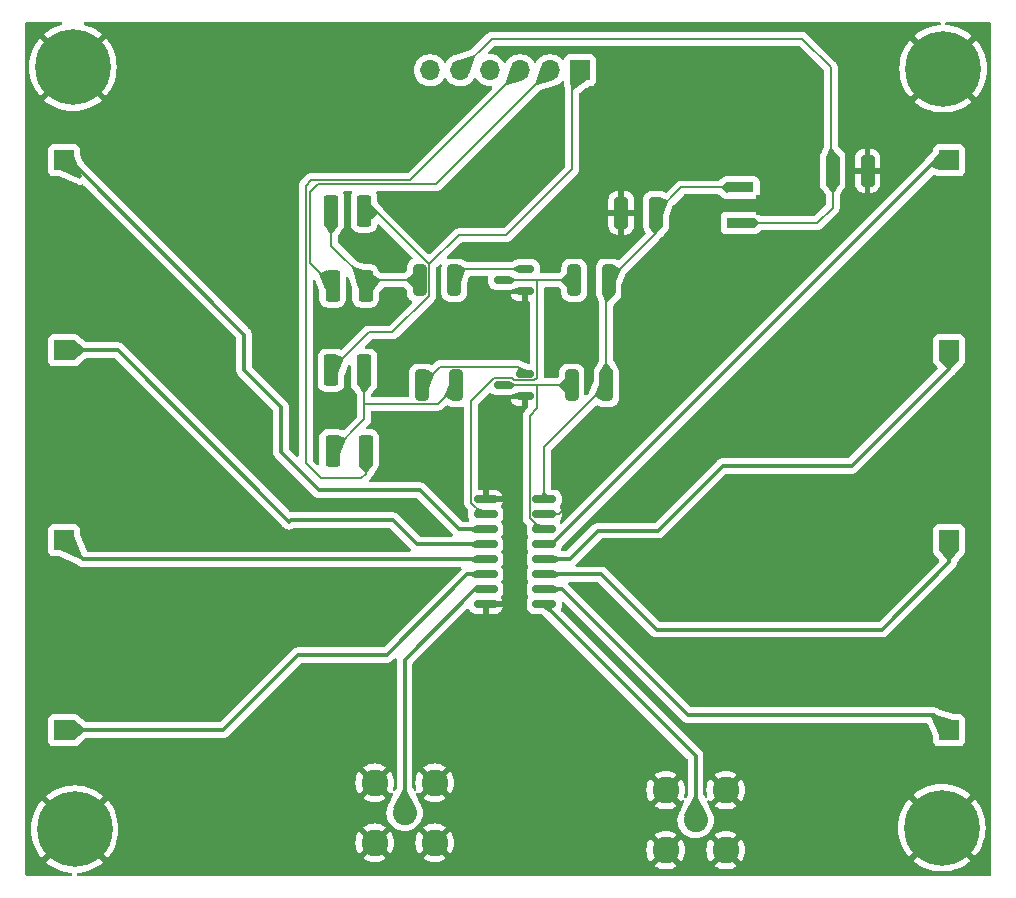
<source format=gbr>
G04 #@! TF.GenerationSoftware,KiCad,Pcbnew,7.0.5-0*
G04 #@! TF.CreationDate,2023-07-23T12:14:27-07:00*
G04 #@! TF.ProjectId,switched-bandpass-filter,73776974-6368-4656-942d-62616e647061,v1.0*
G04 #@! TF.SameCoordinates,Original*
G04 #@! TF.FileFunction,Copper,L1,Top*
G04 #@! TF.FilePolarity,Positive*
%FSLAX46Y46*%
G04 Gerber Fmt 4.6, Leading zero omitted, Abs format (unit mm)*
G04 Created by KiCad (PCBNEW 7.0.5-0) date 2023-07-23 12:14:27*
%MOMM*%
%LPD*%
G01*
G04 APERTURE LIST*
G04 Aperture macros list*
%AMRoundRect*
0 Rectangle with rounded corners*
0 $1 Rounding radius*
0 $2 $3 $4 $5 $6 $7 $8 $9 X,Y pos of 4 corners*
0 Add a 4 corners polygon primitive as box body*
4,1,4,$2,$3,$4,$5,$6,$7,$8,$9,$2,$3,0*
0 Add four circle primitives for the rounded corners*
1,1,$1+$1,$2,$3*
1,1,$1+$1,$4,$5*
1,1,$1+$1,$6,$7*
1,1,$1+$1,$8,$9*
0 Add four rect primitives between the rounded corners*
20,1,$1+$1,$2,$3,$4,$5,0*
20,1,$1+$1,$4,$5,$6,$7,0*
20,1,$1+$1,$6,$7,$8,$9,0*
20,1,$1+$1,$8,$9,$2,$3,0*%
%AMFreePoly0*
4,1,9,5.362500,-0.866500,1.237500,-0.866500,1.237500,-0.450000,-1.237500,-0.450000,-1.237500,0.450000,1.237500,0.450000,1.237500,0.866500,5.362500,0.866500,5.362500,-0.866500,5.362500,-0.866500,$1*%
G04 Aperture macros list end*
G04 #@! TA.AperFunction,ComponentPad*
%ADD10C,2.050000*%
G04 #@! TD*
G04 #@! TA.AperFunction,ComponentPad*
%ADD11C,2.250000*%
G04 #@! TD*
G04 #@! TA.AperFunction,ComponentPad*
%ADD12R,1.700000X1.700000*%
G04 #@! TD*
G04 #@! TA.AperFunction,SMDPad,CuDef*
%ADD13RoundRect,0.250000X-0.312500X-1.075000X0.312500X-1.075000X0.312500X1.075000X-0.312500X1.075000X0*%
G04 #@! TD*
G04 #@! TA.AperFunction,ComponentPad*
%ADD14O,1.700000X1.700000*%
G04 #@! TD*
G04 #@! TA.AperFunction,ComponentPad*
%ADD15C,0.800000*%
G04 #@! TD*
G04 #@! TA.AperFunction,ComponentPad*
%ADD16C,6.400000*%
G04 #@! TD*
G04 #@! TA.AperFunction,SMDPad,CuDef*
%ADD17RoundRect,0.250000X0.375000X1.075000X-0.375000X1.075000X-0.375000X-1.075000X0.375000X-1.075000X0*%
G04 #@! TD*
G04 #@! TA.AperFunction,SMDPad,CuDef*
%ADD18RoundRect,0.250000X-0.375000X-1.075000X0.375000X-1.075000X0.375000X1.075000X-0.375000X1.075000X0*%
G04 #@! TD*
G04 #@! TA.AperFunction,SMDPad,CuDef*
%ADD19RoundRect,0.150000X-0.825000X-0.150000X0.825000X-0.150000X0.825000X0.150000X-0.825000X0.150000X0*%
G04 #@! TD*
G04 #@! TA.AperFunction,SMDPad,CuDef*
%ADD20RoundRect,0.250000X0.325000X1.100000X-0.325000X1.100000X-0.325000X-1.100000X0.325000X-1.100000X0*%
G04 #@! TD*
G04 #@! TA.AperFunction,SMDPad,CuDef*
%ADD21RoundRect,0.150000X0.587500X0.150000X-0.587500X0.150000X-0.587500X-0.150000X0.587500X-0.150000X0*%
G04 #@! TD*
G04 #@! TA.AperFunction,SMDPad,CuDef*
%ADD22R,2.300000X0.900000*%
G04 #@! TD*
G04 #@! TA.AperFunction,SMDPad,CuDef*
%ADD23FreePoly0,0.000000*%
G04 #@! TD*
G04 #@! TA.AperFunction,SMDPad,CuDef*
%ADD24RoundRect,0.250000X-0.325000X-1.100000X0.325000X-1.100000X0.325000X1.100000X-0.325000X1.100000X0*%
G04 #@! TD*
G04 #@! TA.AperFunction,ViaPad*
%ADD25C,0.600000*%
G04 #@! TD*
G04 #@! TA.AperFunction,Conductor*
%ADD26C,0.152400*%
G04 #@! TD*
G04 #@! TA.AperFunction,Conductor*
%ADD27C,0.300000*%
G04 #@! TD*
G04 APERTURE END LIST*
D10*
X144907000Y-128270000D03*
D11*
X142367000Y-125730000D03*
X142367000Y-130810000D03*
X147447000Y-125730000D03*
X147447000Y-130810000D03*
D12*
X91440000Y-72390000D03*
X91440000Y-104563300D03*
D13*
X134620000Y-82550000D03*
X137545000Y-82550000D03*
D12*
X135128000Y-64770000D03*
D14*
X132588000Y-64770000D03*
X130048000Y-64770000D03*
X127508000Y-64770000D03*
X124968000Y-64770000D03*
X122428000Y-64770000D03*
D13*
X121727500Y-91440000D03*
X124652500Y-91440000D03*
D15*
X89929000Y-129032000D03*
X90631944Y-127334944D03*
X90631944Y-130729056D03*
X92329000Y-126632000D03*
D16*
X92329000Y-129032000D03*
D15*
X92329000Y-131432000D03*
X94026056Y-127334944D03*
X94026056Y-130729056D03*
X94729000Y-129032000D03*
D17*
X116970000Y-83030000D03*
X114170000Y-83030000D03*
D18*
X114040000Y-76680000D03*
X116840000Y-76680000D03*
D17*
X116840000Y-90170000D03*
X114040000Y-90170000D03*
D19*
X127130000Y-101110000D03*
X127130000Y-102380000D03*
X127130000Y-103650000D03*
X127130000Y-104920000D03*
X127130000Y-106190000D03*
X127130000Y-107460000D03*
X127130000Y-108730000D03*
X127130000Y-110000000D03*
X132080000Y-110000000D03*
X132080000Y-108730000D03*
X132080000Y-107460000D03*
X132080000Y-106190000D03*
X132080000Y-104920000D03*
X132080000Y-103650000D03*
X132080000Y-102380000D03*
X132080000Y-101110000D03*
D18*
X114170000Y-97000000D03*
X116970000Y-97000000D03*
D10*
X120269000Y-127635000D03*
D11*
X117729000Y-125095000D03*
X117729000Y-130175000D03*
X122809000Y-125095000D03*
X122809000Y-130175000D03*
D12*
X166370000Y-88476700D03*
D13*
X121535000Y-82550000D03*
X124460000Y-82550000D03*
D20*
X141556000Y-76835000D03*
X138606000Y-76835000D03*
D12*
X166370000Y-72390000D03*
D15*
X163462000Y-64643000D03*
X164164944Y-62945944D03*
X164164944Y-66340056D03*
X165862000Y-62243000D03*
D16*
X165862000Y-64643000D03*
D15*
X165862000Y-67043000D03*
X167559056Y-62945944D03*
X167559056Y-66340056D03*
X168262000Y-64643000D03*
D21*
X130477500Y-92390000D03*
X130477500Y-90490000D03*
X128602500Y-91440000D03*
D15*
X163348000Y-128905000D03*
X164050944Y-127207944D03*
X164050944Y-130602056D03*
X165748000Y-126505000D03*
D16*
X165748000Y-128905000D03*
D15*
X165748000Y-131305000D03*
X167445056Y-127207944D03*
X167445056Y-130602056D03*
X168148000Y-128905000D03*
D12*
X166370000Y-120650000D03*
D22*
X148680000Y-74700000D03*
D23*
X148767500Y-76200000D03*
D22*
X148680000Y-77700000D03*
D12*
X91440000Y-120650000D03*
D15*
X89789000Y-64516000D03*
X90491944Y-62818944D03*
X90491944Y-66213056D03*
X92189000Y-62116000D03*
D16*
X92189000Y-64516000D03*
D15*
X92189000Y-66916000D03*
X93886056Y-62818944D03*
X93886056Y-66213056D03*
X94589000Y-64516000D03*
D13*
X134427500Y-91440000D03*
X137352500Y-91440000D03*
D24*
X156513000Y-73279000D03*
X159463000Y-73279000D03*
D12*
X91440000Y-88476700D03*
D21*
X130477500Y-83500000D03*
X130477500Y-81600000D03*
X128602500Y-82550000D03*
D12*
X166370000Y-104563300D03*
D25*
X113325000Y-85904000D03*
X148885000Y-63044000D03*
X126025000Y-83364000D03*
X166665000Y-83364000D03*
X146345000Y-96064000D03*
X113325000Y-111304000D03*
X103165000Y-124004000D03*
X143805000Y-83364000D03*
X169205000Y-70664000D03*
X103165000Y-111304000D03*
X105705000Y-78284000D03*
X161585000Y-83364000D03*
X110785000Y-131624000D03*
X103165000Y-63044000D03*
X141265000Y-98604000D03*
X159045000Y-83364000D03*
X95545000Y-78284000D03*
X100625000Y-63044000D03*
X148885000Y-83364000D03*
X110785000Y-70664000D03*
X93005000Y-80824000D03*
X98085000Y-101144000D03*
X151425000Y-68124000D03*
X164125000Y-96064000D03*
X105705000Y-90984000D03*
X136185000Y-106224000D03*
X105705000Y-93524000D03*
X136185000Y-78284000D03*
X151425000Y-126544000D03*
X138725000Y-85904000D03*
X146345000Y-73204000D03*
X93005000Y-75744000D03*
X110785000Y-68124000D03*
X103165000Y-65584000D03*
X110785000Y-96064000D03*
X110785000Y-93524000D03*
X118405000Y-63044000D03*
X95545000Y-98604000D03*
X151425000Y-131624000D03*
X169205000Y-96064000D03*
X166665000Y-116384000D03*
X166665000Y-96064000D03*
X151425000Y-121464000D03*
X90465000Y-116384000D03*
X100625000Y-111304000D03*
X133645000Y-85904000D03*
X153965000Y-126544000D03*
X159045000Y-68124000D03*
X153965000Y-80824000D03*
X100625000Y-129084000D03*
X126025000Y-111304000D03*
X108245000Y-129084000D03*
X123485000Y-68124000D03*
X100625000Y-70664000D03*
X93005000Y-93524000D03*
X105705000Y-80824000D03*
X169205000Y-124004000D03*
X110785000Y-83364000D03*
X161585000Y-68124000D03*
X103165000Y-93524000D03*
X138725000Y-121464000D03*
X138725000Y-111304000D03*
X108245000Y-113844000D03*
X128565000Y-98604000D03*
X100625000Y-131624000D03*
X151425000Y-113844000D03*
X105705000Y-131624000D03*
X159045000Y-103684000D03*
X153965000Y-131624000D03*
X123485000Y-63044000D03*
X126025000Y-85904000D03*
X90465000Y-101144000D03*
X108245000Y-111304000D03*
X138725000Y-63044000D03*
X110785000Y-73204000D03*
X98085000Y-63044000D03*
X95545000Y-124004000D03*
X156505000Y-124004000D03*
X146345000Y-113844000D03*
X151425000Y-93524000D03*
X141265000Y-108764000D03*
X128565000Y-126544000D03*
X136185000Y-126544000D03*
X95545000Y-80824000D03*
X118405000Y-121464000D03*
X110785000Y-111304000D03*
X169205000Y-75744000D03*
X164125000Y-116384000D03*
X146345000Y-108764000D03*
X169205000Y-73204000D03*
X115865000Y-121464000D03*
X133645000Y-129084000D03*
X143805000Y-80824000D03*
X133645000Y-124004000D03*
X108245000Y-124004000D03*
X143805000Y-73204000D03*
X133645000Y-63044000D03*
X115865000Y-108764000D03*
X169205000Y-103684000D03*
X93005000Y-118924000D03*
X93005000Y-90984000D03*
X108245000Y-126544000D03*
X166665000Y-75744000D03*
X169205000Y-78284000D03*
X108245000Y-96064000D03*
X136185000Y-108764000D03*
X128565000Y-96064000D03*
X146345000Y-65584000D03*
X159045000Y-65584000D03*
X169205000Y-80824000D03*
X146345000Y-80824000D03*
X95545000Y-68124000D03*
X128565000Y-131624000D03*
X108245000Y-80824000D03*
X164125000Y-106224000D03*
X115865000Y-63044000D03*
X98085000Y-75744000D03*
X148885000Y-70664000D03*
X159045000Y-70664000D03*
X105705000Y-126544000D03*
X110785000Y-80824000D03*
X98085000Y-126544000D03*
X131105000Y-63044000D03*
X113325000Y-65584000D03*
X100625000Y-85904000D03*
X108245000Y-121464000D03*
X93005000Y-98604000D03*
X98085000Y-85904000D03*
X133645000Y-126544000D03*
X164125000Y-83364000D03*
X153965000Y-96064000D03*
X156505000Y-106224000D03*
X118405000Y-80824000D03*
X153965000Y-121464000D03*
X98085000Y-98604000D03*
X115865000Y-111304000D03*
X136185000Y-63044000D03*
X156505000Y-85904000D03*
X148885000Y-96064000D03*
X136185000Y-118924000D03*
X128565000Y-113844000D03*
X161585000Y-106224000D03*
X93005000Y-116384000D03*
X159045000Y-121464000D03*
X138725000Y-126544000D03*
X90465000Y-90984000D03*
X148885000Y-113844000D03*
X169205000Y-93524000D03*
X141265000Y-121464000D03*
X98085000Y-65584000D03*
X136185000Y-131624000D03*
X169205000Y-83364000D03*
X136185000Y-98604000D03*
X131105000Y-124004000D03*
X161585000Y-113844000D03*
X166665000Y-108764000D03*
X156505000Y-131624000D03*
X141265000Y-70664000D03*
X161585000Y-121464000D03*
X103165000Y-108764000D03*
X90465000Y-106224000D03*
X131105000Y-68124000D03*
X143805000Y-96064000D03*
X113325000Y-121464000D03*
X164125000Y-70664000D03*
X103165000Y-118924000D03*
X146345000Y-106224000D03*
X161585000Y-90984000D03*
X156505000Y-108764000D03*
X164125000Y-103684000D03*
X98085000Y-124004000D03*
X126025000Y-124004000D03*
X138725000Y-70664000D03*
X151425000Y-96064000D03*
X95545000Y-101144000D03*
X126025000Y-113844000D03*
X146345000Y-70664000D03*
X131105000Y-111304000D03*
X161585000Y-65584000D03*
X90465000Y-75744000D03*
X136185000Y-68124000D03*
X128565000Y-93524000D03*
X166665000Y-124004000D03*
X166665000Y-85904000D03*
X161585000Y-85904000D03*
X169205000Y-113844000D03*
X136185000Y-121464000D03*
X108245000Y-65584000D03*
X123485000Y-78284000D03*
X143805000Y-63044000D03*
X166665000Y-113844000D03*
X128565000Y-85904000D03*
X128565000Y-70664000D03*
X100625000Y-78284000D03*
X169205000Y-116384000D03*
X153965000Y-108764000D03*
X113325000Y-129084000D03*
X103165000Y-68124000D03*
X90465000Y-78284000D03*
X169205000Y-85904000D03*
X105705000Y-103684000D03*
X169205000Y-106224000D03*
X166665000Y-80824000D03*
X118405000Y-70664000D03*
X103165000Y-98604000D03*
X93005000Y-70664000D03*
X131105000Y-70664000D03*
X113325000Y-63044000D03*
X95545000Y-116384000D03*
X90465000Y-85904000D03*
X169205000Y-101144000D03*
X136185000Y-129084000D03*
X123485000Y-98604000D03*
X115865000Y-85904000D03*
X98085000Y-111304000D03*
X166665000Y-111304000D03*
X151425000Y-70664000D03*
X113325000Y-126544000D03*
X120945000Y-68124000D03*
X103165000Y-80824000D03*
X169205000Y-118924000D03*
X110785000Y-63044000D03*
X159045000Y-106224000D03*
X153965000Y-93524000D03*
X126025000Y-131624000D03*
X100625000Y-126544000D03*
X166665000Y-93524000D03*
X90465000Y-98604000D03*
X126025000Y-126544000D03*
X136185000Y-124004000D03*
X136185000Y-96064000D03*
X118405000Y-96064000D03*
X141265000Y-83364000D03*
X105705000Y-63044000D03*
X131105000Y-126544000D03*
X133645000Y-131624000D03*
X138725000Y-93524000D03*
X166665000Y-78284000D03*
X93005000Y-85904000D03*
X141265000Y-80824000D03*
X148885000Y-68124000D03*
X105705000Y-68124000D03*
X110785000Y-121464000D03*
X141265000Y-68124000D03*
X118405000Y-98604000D03*
X169205000Y-98604000D03*
X143805000Y-113844000D03*
X108245000Y-131624000D03*
X95545000Y-83364000D03*
X161585000Y-80824000D03*
X151425000Y-63044000D03*
X156505000Y-129084000D03*
X141265000Y-106224000D03*
X143805000Y-65584000D03*
X98085000Y-108764000D03*
X95545000Y-111304000D03*
X95545000Y-70664000D03*
X113325000Y-70664000D03*
X146345000Y-85904000D03*
X93005000Y-101144000D03*
X90465000Y-118924000D03*
X159045000Y-124004000D03*
X95545000Y-96064000D03*
X169205000Y-121464000D03*
X143805000Y-108764000D03*
X166665000Y-101144000D03*
X159045000Y-93524000D03*
X161585000Y-78284000D03*
X103165000Y-126544000D03*
X105705000Y-108764000D03*
X148885000Y-85904000D03*
X141265000Y-65584000D03*
X113325000Y-108764000D03*
X146345000Y-121464000D03*
X118405000Y-68124000D03*
X156505000Y-126544000D03*
X161585000Y-70664000D03*
X100625000Y-98604000D03*
X100625000Y-65584000D03*
X128565000Y-63044000D03*
X151425000Y-106224000D03*
X105705000Y-70664000D03*
X105705000Y-129084000D03*
X128565000Y-124004000D03*
X161585000Y-98604000D03*
X123485000Y-118924000D03*
X159045000Y-63044000D03*
X98085000Y-83364000D03*
X151425000Y-129084000D03*
X118405000Y-65584000D03*
X166665000Y-98604000D03*
X161585000Y-116384000D03*
X90465000Y-96064000D03*
X120945000Y-98604000D03*
X105705000Y-111304000D03*
X141265000Y-93524000D03*
X110785000Y-124004000D03*
X95545000Y-90984000D03*
X98085000Y-129084000D03*
X131105000Y-121464000D03*
X141265000Y-63044000D03*
X143805000Y-106224000D03*
X90465000Y-113844000D03*
X153965000Y-129084000D03*
X105705000Y-96064000D03*
X98085000Y-70664000D03*
X133645000Y-121464000D03*
X156505000Y-93524000D03*
X161585000Y-124004000D03*
X120945000Y-96064000D03*
X146345000Y-93524000D03*
X118405000Y-85904000D03*
X164125000Y-80824000D03*
X138725000Y-68124000D03*
X169205000Y-90984000D03*
X118405000Y-118924000D03*
X120945000Y-63044000D03*
X93005000Y-96064000D03*
X105705000Y-124004000D03*
X161585000Y-129084000D03*
X153965000Y-124004000D03*
X103165000Y-85904000D03*
X138725000Y-118924000D03*
X113325000Y-68124000D03*
X131105000Y-129084000D03*
X138725000Y-96064000D03*
X151425000Y-124004000D03*
X103165000Y-78284000D03*
X108245000Y-63044000D03*
X123485000Y-85904000D03*
X164125000Y-85904000D03*
X98085000Y-116384000D03*
X90465000Y-93524000D03*
X151425000Y-73204000D03*
X159045000Y-108764000D03*
X90465000Y-70664000D03*
X143805000Y-68124000D03*
X156505000Y-78284000D03*
X108245000Y-83364000D03*
X156505000Y-121464000D03*
X100625000Y-68124000D03*
X108245000Y-98604000D03*
X113325000Y-131624000D03*
X98085000Y-80824000D03*
X169205000Y-88444000D03*
X113325000Y-93524000D03*
X113325000Y-124004000D03*
X146345000Y-68124000D03*
X153965000Y-106224000D03*
X95545000Y-85904000D03*
X93005000Y-108764000D03*
X108245000Y-73204000D03*
X108245000Y-108764000D03*
X143805000Y-85904000D03*
X98085000Y-68124000D03*
X115865000Y-126544000D03*
X98085000Y-113844000D03*
X95545000Y-118924000D03*
X131105000Y-131624000D03*
X105705000Y-65584000D03*
X151425000Y-83364000D03*
X120945000Y-108764000D03*
X128565000Y-111304000D03*
X161585000Y-126544000D03*
X95545000Y-93524000D03*
X159045000Y-80824000D03*
X138725000Y-124004000D03*
X164125000Y-113844000D03*
X143805000Y-70664000D03*
X93005000Y-111304000D03*
X148885000Y-65584000D03*
X131105000Y-73204000D03*
X148885000Y-80824000D03*
X110785000Y-108764000D03*
X90465000Y-124004000D03*
X105705000Y-83364000D03*
X156505000Y-83364000D03*
X90465000Y-108764000D03*
X169205000Y-131624000D03*
X164125000Y-111304000D03*
X143805000Y-98604000D03*
X148885000Y-108764000D03*
X108245000Y-68124000D03*
X110785000Y-85904000D03*
X95545000Y-113844000D03*
X100625000Y-83364000D03*
X151425000Y-108764000D03*
X110785000Y-65584000D03*
X98085000Y-96064000D03*
X148885000Y-121464000D03*
X159045000Y-126544000D03*
X159045000Y-131624000D03*
X138725000Y-106224000D03*
X153965000Y-68124000D03*
X151425000Y-65584000D03*
X110785000Y-129084000D03*
X136185000Y-85904000D03*
X115865000Y-131624000D03*
X146345000Y-83364000D03*
X126025000Y-129084000D03*
X120945000Y-131624000D03*
X169205000Y-108764000D03*
X123485000Y-96064000D03*
X126025000Y-121464000D03*
X103165000Y-70664000D03*
X108245000Y-85904000D03*
X153965000Y-85904000D03*
X161585000Y-103684000D03*
X98085000Y-131624000D03*
X141265000Y-85904000D03*
X100625000Y-124004000D03*
X148885000Y-73204000D03*
X90465000Y-83364000D03*
X131105000Y-113844000D03*
X108245000Y-70664000D03*
X166665000Y-70664000D03*
X93005000Y-78284000D03*
X115865000Y-93524000D03*
X148885000Y-106224000D03*
X93005000Y-124004000D03*
X115865000Y-70664000D03*
X133645000Y-113844000D03*
X115865000Y-68124000D03*
X136185000Y-70664000D03*
X153965000Y-70664000D03*
X138725000Y-65584000D03*
X151425000Y-80824000D03*
X95545000Y-108764000D03*
X161585000Y-108764000D03*
X138725000Y-129084000D03*
X161585000Y-63044000D03*
X100625000Y-118924000D03*
X103165000Y-129084000D03*
X138725000Y-131624000D03*
X156505000Y-96064000D03*
X110785000Y-126544000D03*
X169205000Y-68124000D03*
X115865000Y-65584000D03*
X169205000Y-111304000D03*
X103165000Y-131624000D03*
X166665000Y-118924000D03*
X128565000Y-121464000D03*
X164125000Y-75744000D03*
X153965000Y-65584000D03*
X100625000Y-108764000D03*
X164125000Y-78284000D03*
X118405000Y-108764000D03*
X146345000Y-63044000D03*
X90465000Y-80824000D03*
X159045000Y-129084000D03*
X118405000Y-111304000D03*
X128565000Y-129084000D03*
X159045000Y-85904000D03*
X120945000Y-70664000D03*
X90465000Y-111304000D03*
X93005000Y-83364000D03*
X100625000Y-96064000D03*
X161585000Y-131624000D03*
X164125000Y-124004000D03*
X98085000Y-93524000D03*
X148885000Y-93524000D03*
X164125000Y-98604000D03*
X93005000Y-113844000D03*
X123485000Y-121464000D03*
D26*
X132080000Y-102380000D02*
X133332000Y-102380000D01*
X133645000Y-99863000D02*
X133645000Y-99405000D01*
X134747000Y-100965000D02*
X133645000Y-99863000D01*
X133332000Y-102380000D02*
X134747000Y-100965000D01*
X116970000Y-82550000D02*
X116970000Y-83030000D01*
X114040000Y-76680000D02*
X114040000Y-79620000D01*
X116970000Y-82550000D02*
X121535000Y-82550000D01*
X114040000Y-79620000D02*
X116970000Y-82550000D01*
X114040000Y-90170000D02*
X117236300Y-86973700D01*
X122364200Y-81217700D02*
X117826500Y-76680000D01*
X124837400Y-78744500D02*
X122364200Y-81217700D01*
X117826500Y-76680000D02*
X116840000Y-76680000D01*
X117236300Y-86973700D02*
X119241900Y-86973700D01*
X135128000Y-64770000D02*
X134461300Y-65436700D01*
X119241900Y-86973700D02*
X122364200Y-83851400D01*
X134461300Y-65436700D02*
X134461300Y-73134800D01*
X128851600Y-78744500D02*
X124837400Y-78744500D01*
X134461300Y-73134800D02*
X128851600Y-78744500D01*
X122364200Y-83851400D02*
X122364200Y-81217700D01*
X114170000Y-83030000D02*
X112268000Y-81128000D01*
X112903000Y-74422000D02*
X122936000Y-74422000D01*
X112268000Y-75057000D02*
X112903000Y-74422000D01*
X112268000Y-81128000D02*
X112268000Y-75057000D01*
X122936000Y-74422000D02*
X132588000Y-64770000D01*
X114170000Y-97000000D02*
X116840000Y-94330000D01*
X123081100Y-93011400D02*
X124652500Y-91440000D01*
X116840000Y-93011400D02*
X116840000Y-90170000D01*
X116840000Y-93011400D02*
X123081100Y-93011400D01*
X116840000Y-94330000D02*
X116840000Y-93011400D01*
X113157000Y-99314000D02*
X116586000Y-99314000D01*
X130048000Y-64770000D02*
X120739400Y-74078600D01*
X111887000Y-74549000D02*
X111887000Y-98044000D01*
X111887000Y-98044000D02*
X113157000Y-99314000D01*
X112357400Y-74078600D02*
X111887000Y-74549000D01*
X116586000Y-99314000D02*
X116970000Y-98930000D01*
X116970000Y-98930000D02*
X116970000Y-97000000D01*
X120739400Y-74078600D02*
X112357400Y-74078600D01*
D27*
X120269000Y-114681000D02*
X126220000Y-108730000D01*
X126220000Y-108730000D02*
X127130000Y-108730000D01*
X120269000Y-127635000D02*
X120269000Y-114681000D01*
X144907000Y-122827000D02*
X144907000Y-128270000D01*
X132080000Y-110000000D02*
X144907000Y-122827000D01*
X109804200Y-93294200D02*
X109804200Y-97104200D01*
X106680000Y-90170000D02*
X109804200Y-93294200D01*
X91440000Y-72390000D02*
X91922600Y-72390000D01*
X121539000Y-100330000D02*
X124859000Y-103650000D01*
X124859000Y-103650000D02*
X127130000Y-103650000D01*
X113030000Y-100330000D02*
X121539000Y-100330000D01*
X91922600Y-72390000D02*
X106680000Y-87147400D01*
X109804200Y-97104200D02*
X113030000Y-100330000D01*
X106680000Y-87147400D02*
X106680000Y-90170000D01*
D26*
X127635000Y-62103000D02*
X153924000Y-62103000D01*
X124968000Y-64770000D02*
X127635000Y-62103000D01*
X155194000Y-77724000D02*
X155170000Y-77700000D01*
X156513000Y-73279000D02*
X156513000Y-76405000D01*
X155170000Y-77700000D02*
X148680000Y-77700000D01*
X153924000Y-62103000D02*
X156337000Y-64516000D01*
X156337000Y-73103000D02*
X156513000Y-73279000D01*
X156337000Y-64516000D02*
X156337000Y-73103000D01*
X156513000Y-76405000D02*
X155194000Y-77724000D01*
D27*
X127130000Y-104920000D02*
X121303000Y-104920000D01*
X110490000Y-102997000D02*
X95969700Y-88476700D01*
X110617000Y-102870000D02*
X110490000Y-102997000D01*
X95969700Y-88476700D02*
X91440000Y-88476700D01*
X119253000Y-102870000D02*
X110617000Y-102870000D01*
X121303000Y-104920000D02*
X119253000Y-102870000D01*
X93066700Y-106190000D02*
X91440000Y-104563300D01*
X127130000Y-106190000D02*
X93066700Y-106190000D01*
X127130000Y-107460000D02*
X125585000Y-107460000D01*
X118745000Y-114300000D02*
X111252000Y-114300000D01*
X104902000Y-120650000D02*
X91440000Y-120650000D01*
X111252000Y-114300000D02*
X104902000Y-120650000D01*
X125585000Y-107460000D02*
X118745000Y-114300000D01*
X165100000Y-119380000D02*
X144284577Y-119380000D01*
X133634577Y-108730000D02*
X132080000Y-108730000D01*
X144284577Y-119380000D02*
X133634577Y-108730000D01*
X166370000Y-120650000D02*
X165100000Y-119380000D01*
X166370000Y-106426000D02*
X166370000Y-104563300D01*
X132080000Y-107460000D02*
X136924000Y-107460000D01*
X136924000Y-107460000D02*
X141605000Y-112141000D01*
X160655000Y-112141000D02*
X166370000Y-106426000D01*
X141605000Y-112141000D02*
X160655000Y-112141000D01*
X132080000Y-106190000D02*
X132320421Y-106190000D01*
X132320421Y-106190000D02*
X132338421Y-106172000D01*
X132338421Y-106172000D02*
X134239000Y-106172000D01*
X141732000Y-103759000D02*
X147193000Y-98298000D01*
X134239000Y-106172000D02*
X136652000Y-103759000D01*
X158115000Y-98298000D02*
X166370000Y-90043000D01*
X147193000Y-98298000D02*
X158115000Y-98298000D01*
X166370000Y-90043000D02*
X166370000Y-88476700D01*
X136652000Y-103759000D02*
X141732000Y-103759000D01*
X165291300Y-72390000D02*
X132761300Y-104920000D01*
X166370000Y-72390000D02*
X165291300Y-72390000D01*
X132761300Y-104920000D02*
X132080000Y-104920000D01*
D26*
X125410000Y-81600000D02*
X124460000Y-82550000D01*
X130477500Y-81600000D02*
X125410000Y-81600000D01*
X129397200Y-90847200D02*
X127849900Y-90847200D01*
X126881100Y-102380000D02*
X127130000Y-102380000D01*
X128602500Y-82550000D02*
X131458300Y-82550000D01*
X125891800Y-101390700D02*
X126881100Y-102380000D01*
X131458300Y-90805500D02*
X131244400Y-91019400D01*
X131458300Y-82550000D02*
X134620000Y-82550000D01*
X127849900Y-90847200D02*
X125891800Y-92805300D01*
X125891800Y-92805300D02*
X125891800Y-101390700D01*
X131458300Y-82550000D02*
X131458300Y-90805500D01*
X129569400Y-91019400D02*
X129397200Y-90847200D01*
X131244400Y-91019400D02*
X129569400Y-91019400D01*
X123282300Y-89885200D02*
X121727500Y-91440000D01*
X129872700Y-89885200D02*
X123282300Y-89885200D01*
X130477500Y-90490000D02*
X129872700Y-89885200D01*
X130875600Y-94021100D02*
X130875600Y-102701600D01*
X131513000Y-93383700D02*
X130875600Y-94021100D01*
X131513000Y-91440000D02*
X131513000Y-93383700D01*
X128602500Y-91440000D02*
X131513000Y-91440000D01*
X131513000Y-91440000D02*
X134427500Y-91440000D01*
X131824000Y-103650000D02*
X132080000Y-103650000D01*
X130875600Y-102701600D02*
X131824000Y-103650000D01*
X141556000Y-78539000D02*
X137545000Y-82550000D01*
X137352500Y-82742500D02*
X137352500Y-91440000D01*
X137352500Y-91440000D02*
X132080000Y-96712500D01*
X148680000Y-74700000D02*
X143691000Y-74700000D01*
X143691000Y-74700000D02*
X141556000Y-76835000D01*
X137545000Y-82550000D02*
X137352500Y-82742500D01*
X132080000Y-96712500D02*
X132080000Y-101110000D01*
X141556000Y-76835000D02*
X141556000Y-78539000D01*
G04 #@! TA.AperFunction,Conductor*
G36*
X114044716Y-76697318D02*
G01*
X114050707Y-76703309D01*
X114589161Y-77925837D01*
X114589360Y-77934790D01*
X114588124Y-77937139D01*
X114119683Y-78624886D01*
X114112193Y-78629795D01*
X114110013Y-78630000D01*
X113969987Y-78630000D01*
X113961714Y-78626573D01*
X113960317Y-78624886D01*
X113491875Y-77937139D01*
X113490050Y-77928373D01*
X113490835Y-77925846D01*
X114029293Y-76703308D01*
X114035763Y-76697119D01*
X114044716Y-76697318D01*
G37*
G04 #@! TD.AperFunction*
G04 #@! TA.AperFunction,Conductor*
G36*
X129252475Y-91154162D02*
G01*
X129633867Y-91360482D01*
X129639513Y-91367433D01*
X129640000Y-91370773D01*
X129640000Y-91509226D01*
X129636573Y-91517499D01*
X129633867Y-91519517D01*
X129252475Y-91725837D01*
X129243568Y-91726759D01*
X129242135Y-91726228D01*
X128849496Y-91550801D01*
X128625407Y-91450681D01*
X128619253Y-91444179D01*
X128619499Y-91435227D01*
X128625408Y-91429318D01*
X129242136Y-91153770D01*
X129251087Y-91153525D01*
X129252475Y-91154162D01*
G37*
G04 #@! TD.AperFunction*
G04 #@! TA.AperFunction,Conductor*
G36*
X120980194Y-81995180D02*
G01*
X121527705Y-82541720D01*
X121531139Y-82549990D01*
X121527719Y-82558266D01*
X121527705Y-82558280D01*
X120980194Y-83104819D01*
X120971918Y-83108239D01*
X120964276Y-83105390D01*
X120414048Y-82629699D01*
X120410031Y-82621696D01*
X120410000Y-82620848D01*
X120410000Y-82479151D01*
X120413427Y-82470878D01*
X120414048Y-82470300D01*
X120964277Y-81994608D01*
X120972776Y-81991791D01*
X120980194Y-81995180D01*
G37*
G04 #@! TD.AperFunction*
G04 #@! TA.AperFunction,Conductor*
G36*
X133872694Y-90885180D02*
G01*
X134420205Y-91431720D01*
X134423639Y-91439990D01*
X134420219Y-91448266D01*
X134420205Y-91448280D01*
X133872694Y-91994819D01*
X133864418Y-91998239D01*
X133856776Y-91995390D01*
X133306548Y-91519699D01*
X133302531Y-91511696D01*
X133302500Y-91510848D01*
X133302500Y-91369151D01*
X133305927Y-91360878D01*
X133306548Y-91360300D01*
X133856777Y-90884608D01*
X133865276Y-90881791D01*
X133872694Y-90885180D01*
G37*
G04 #@! TD.AperFunction*
G04 #@! TA.AperFunction,Conductor*
G36*
X127096953Y-107448878D02*
G01*
X127103753Y-107454705D01*
X127104442Y-107463633D01*
X127098615Y-107470433D01*
X127096953Y-107471122D01*
X126251375Y-107747347D01*
X126243848Y-107747258D01*
X125862806Y-107612755D01*
X125856145Y-107606770D01*
X125855000Y-107601722D01*
X125855000Y-107318277D01*
X125858427Y-107310004D01*
X125862803Y-107307245D01*
X126243849Y-107172740D01*
X126251375Y-107172652D01*
X127096953Y-107448878D01*
G37*
G04 #@! TD.AperFunction*
G04 #@! TA.AperFunction,Conductor*
G36*
X92298194Y-119806748D02*
G01*
X93135737Y-120496490D01*
X93139945Y-120504395D01*
X93139999Y-120505522D01*
X93139999Y-120794477D01*
X93136572Y-120802750D01*
X93135737Y-120803509D01*
X92298194Y-121493251D01*
X92289629Y-121495865D01*
X92282488Y-121492497D01*
X91447287Y-120658277D01*
X91443855Y-120650006D01*
X91447275Y-120641733D01*
X92282490Y-119807501D01*
X92290763Y-119804080D01*
X92298194Y-119806748D01*
G37*
G04 #@! TD.AperFunction*
G04 #@! TA.AperFunction,Conductor*
G36*
X115968691Y-81436301D02*
G01*
X116809215Y-81702714D01*
X116816065Y-81708479D01*
X116817301Y-81712514D01*
X116969583Y-83021048D01*
X116967135Y-83029661D01*
X116961416Y-83033578D01*
X116356357Y-83220602D01*
X116347441Y-83219771D01*
X116341724Y-83212879D01*
X116341670Y-83212701D01*
X115902755Y-81708479D01*
X115856094Y-81548566D01*
X115857067Y-81539665D01*
X115859050Y-81537020D01*
X115956889Y-81439181D01*
X115965161Y-81435755D01*
X115968691Y-81436301D01*
G37*
G04 #@! TD.AperFunction*
G04 #@! TA.AperFunction,Conductor*
G36*
X132158604Y-100513427D02*
G01*
X132159709Y-100514704D01*
X132373958Y-100801901D01*
X132376158Y-100810581D01*
X132372867Y-100817156D01*
X132088287Y-101102685D01*
X132080019Y-101106126D01*
X132071741Y-101102713D01*
X132071713Y-101102685D01*
X131787132Y-100817156D01*
X131783719Y-100808878D01*
X131786040Y-100801903D01*
X132000290Y-100514704D01*
X132007985Y-100510122D01*
X132009669Y-100510000D01*
X132150331Y-100510000D01*
X132158604Y-100513427D01*
G37*
G04 #@! TD.AperFunction*
G04 #@! TA.AperFunction,Conductor*
G36*
X156416267Y-71357427D02*
G01*
X156416678Y-71357860D01*
X156651232Y-71618145D01*
X156966310Y-71967788D01*
X156969302Y-71976228D01*
X156968660Y-71979489D01*
X156522520Y-73252826D01*
X156516550Y-73259500D01*
X156507609Y-73259999D01*
X156500935Y-73254029D01*
X156500899Y-73253955D01*
X155959199Y-72087999D01*
X155958822Y-72079054D01*
X155958990Y-72078621D01*
X156257800Y-71361201D01*
X156264146Y-71354882D01*
X156268602Y-71354000D01*
X156407994Y-71354000D01*
X156416267Y-71357427D01*
G37*
G04 #@! TD.AperFunction*
G04 #@! TA.AperFunction,Conductor*
G36*
X166378267Y-104570577D02*
G01*
X166378277Y-104570587D01*
X167212497Y-105405788D01*
X167215919Y-105414063D01*
X167213251Y-105421494D01*
X166523510Y-106259038D01*
X166515605Y-106263246D01*
X166514478Y-106263300D01*
X166225522Y-106263300D01*
X166217249Y-106259873D01*
X166216490Y-106259038D01*
X165526748Y-105421494D01*
X165524134Y-105412929D01*
X165527500Y-105405790D01*
X166361723Y-104570585D01*
X166369992Y-104567155D01*
X166378267Y-104570577D01*
G37*
G04 #@! TD.AperFunction*
G04 #@! TA.AperFunction,Conductor*
G36*
X166378735Y-88484510D02*
G01*
X166378972Y-88484754D01*
X167166087Y-89319017D01*
X167169272Y-89327386D01*
X167166432Y-89334693D01*
X166389752Y-90234079D01*
X166381751Y-90238101D01*
X166373250Y-90235287D01*
X166372624Y-90234705D01*
X166371998Y-90234079D01*
X166169454Y-90031535D01*
X166169310Y-90031384D01*
X165527610Y-89334959D01*
X165524524Y-89326553D01*
X165527940Y-89318759D01*
X166362190Y-88484509D01*
X166370462Y-88481083D01*
X166378735Y-88484510D01*
G37*
G04 #@! TD.AperFunction*
G04 #@! TA.AperFunction,Conductor*
G36*
X138026475Y-81291884D02*
G01*
X138450018Y-81535097D01*
X138452464Y-81536969D01*
X138553692Y-81638197D01*
X138557119Y-81646470D01*
X138556296Y-81650781D01*
X138111871Y-82771966D01*
X138105636Y-82778395D01*
X138096683Y-82778532D01*
X138096533Y-82778471D01*
X137554732Y-82555012D01*
X137548390Y-82548690D01*
X137548225Y-82540122D01*
X138009686Y-81297958D01*
X138015780Y-81291397D01*
X138024728Y-81291065D01*
X138026475Y-81291884D01*
G37*
G04 #@! TD.AperFunction*
G04 #@! TA.AperFunction,Conductor*
G36*
X156517930Y-73295158D02*
G01*
X156523611Y-73300839D01*
X157066222Y-74468757D01*
X157066600Y-74477704D01*
X157065386Y-74480117D01*
X156592667Y-75198730D01*
X156585257Y-75203758D01*
X156582892Y-75204000D01*
X156443108Y-75204000D01*
X156434835Y-75200573D01*
X156433333Y-75198730D01*
X155960613Y-74480117D01*
X155958930Y-74471322D01*
X155959775Y-74468761D01*
X156502389Y-73300838D01*
X156508983Y-73294780D01*
X156517930Y-73295158D01*
G37*
G04 #@! TD.AperFunction*
G04 #@! TA.AperFunction,Conductor*
G36*
X132966151Y-107172741D02*
G01*
X133347195Y-107307244D01*
X133353855Y-107313229D01*
X133355000Y-107318277D01*
X133355000Y-107601722D01*
X133351573Y-107609995D01*
X133347194Y-107612755D01*
X132966151Y-107747258D01*
X132958624Y-107747347D01*
X132319075Y-107538425D01*
X132113045Y-107471121D01*
X132106246Y-107465295D01*
X132105557Y-107456367D01*
X132111384Y-107449567D01*
X132113044Y-107448878D01*
X132958625Y-107172652D01*
X132966151Y-107172741D01*
G37*
G04 #@! TD.AperFunction*
G04 #@! TA.AperFunction,Conductor*
G36*
X117604322Y-82125652D02*
G01*
X118214059Y-82470440D01*
X118219574Y-82477495D01*
X118220000Y-82480624D01*
X118220000Y-82622298D01*
X118217659Y-82629320D01*
X117601728Y-83450267D01*
X117594022Y-83454828D01*
X117585753Y-83452894D01*
X116978666Y-83036627D01*
X116973780Y-83029123D01*
X116975633Y-83020362D01*
X116975634Y-83020358D01*
X117588928Y-82129202D01*
X117596440Y-82124332D01*
X117604322Y-82125652D01*
G37*
G04 #@! TD.AperFunction*
G04 #@! TA.AperFunction,Conductor*
G36*
X136800966Y-91211528D02*
G01*
X137342767Y-91434987D01*
X137349109Y-91441309D01*
X137349274Y-91449877D01*
X136887813Y-92692040D01*
X136881719Y-92698602D01*
X136872771Y-92698934D01*
X136871019Y-92698112D01*
X136447482Y-92454903D01*
X136445035Y-92453030D01*
X136343807Y-92351802D01*
X136340380Y-92343529D01*
X136341201Y-92339224D01*
X136785629Y-91218031D01*
X136791863Y-91211604D01*
X136800816Y-91211467D01*
X136800966Y-91211528D01*
G37*
G04 #@! TD.AperFunction*
G04 #@! TA.AperFunction,Conductor*
G36*
X137548190Y-82569926D02*
G01*
X137554253Y-82576516D01*
X137554356Y-82576809D01*
X137976740Y-83832191D01*
X137976130Y-83841125D01*
X137974266Y-83843839D01*
X137690536Y-84152581D01*
X137435604Y-84429988D01*
X137432177Y-84433717D01*
X137424056Y-84437490D01*
X137423562Y-84437500D01*
X137284346Y-84437500D01*
X137276073Y-84434073D01*
X137273421Y-84429988D01*
X137048742Y-83843839D01*
X137003301Y-83725291D01*
X137003540Y-83716340D01*
X137003585Y-83716240D01*
X137532654Y-82575615D01*
X137539243Y-82569554D01*
X137548190Y-82569926D01*
G37*
G04 #@! TD.AperFunction*
G04 #@! TA.AperFunction,Conductor*
G36*
X145057965Y-126248427D02*
G01*
X145060206Y-126251568D01*
X145848524Y-127866579D01*
X145849074Y-127875517D01*
X145843142Y-127882225D01*
X145842497Y-127882516D01*
X144911486Y-128269136D01*
X144902531Y-128269144D01*
X144902512Y-128269136D01*
X143971502Y-127882516D01*
X143965176Y-127876179D01*
X143965184Y-127867224D01*
X143965475Y-127866579D01*
X144753794Y-126251568D01*
X144760502Y-126245636D01*
X144764308Y-126245000D01*
X145049692Y-126245000D01*
X145057965Y-126248427D01*
G37*
G04 #@! TD.AperFunction*
G04 #@! TA.AperFunction,Conductor*
G36*
X115050490Y-89048299D02*
G01*
X115054982Y-89051099D01*
X115155419Y-89151536D01*
X115158846Y-89159809D01*
X115158047Y-89164058D01*
X114669333Y-90417765D01*
X114663135Y-90424229D01*
X114654183Y-90424417D01*
X114653969Y-90424331D01*
X114049630Y-90174972D01*
X114043290Y-90168649D01*
X114043087Y-90160189D01*
X114506768Y-88874847D01*
X114512799Y-88868228D01*
X114521554Y-88867745D01*
X115050490Y-89048299D01*
G37*
G04 #@! TD.AperFunction*
G04 #@! TA.AperFunction,Conductor*
G36*
X127096954Y-104908878D02*
G01*
X127103753Y-104914704D01*
X127104442Y-104923632D01*
X127098615Y-104930432D01*
X127096953Y-104931121D01*
X126251375Y-105207347D01*
X126243848Y-105207258D01*
X125862806Y-105072755D01*
X125856145Y-105066770D01*
X125855000Y-105061722D01*
X125855000Y-104778277D01*
X125858427Y-104770004D01*
X125862803Y-104767245D01*
X126243849Y-104632740D01*
X126251375Y-104632652D01*
X127096954Y-104908878D01*
G37*
G04 #@! TD.AperFunction*
G04 #@! TA.AperFunction,Conductor*
G36*
X141560254Y-76854403D02*
G01*
X141566309Y-76861000D01*
X141566328Y-76861053D01*
X142021683Y-78127585D01*
X142021257Y-78136529D01*
X142019250Y-78139501D01*
X141461872Y-78740248D01*
X141453733Y-78743982D01*
X141445337Y-78740867D01*
X141445022Y-78740563D01*
X141346972Y-78642513D01*
X141345064Y-78640005D01*
X141002997Y-78035911D01*
X141001902Y-78027023D01*
X141002566Y-78025220D01*
X141544711Y-76860074D01*
X141551307Y-76854020D01*
X141560254Y-76854403D01*
G37*
G04 #@! TD.AperFunction*
G04 #@! TA.AperFunction,Conductor*
G36*
X133346735Y-106019461D02*
G01*
X133353638Y-106025165D01*
X133355000Y-106030645D01*
X133355000Y-106314061D01*
X133351573Y-106322334D01*
X133347624Y-106324933D01*
X132967875Y-106475985D01*
X132959935Y-106476240D01*
X132113153Y-106201097D01*
X132106344Y-106195282D01*
X132105642Y-106186354D01*
X132111457Y-106179545D01*
X132113127Y-106178851D01*
X132958882Y-105902567D01*
X132965945Y-105902506D01*
X133346735Y-106019461D01*
G37*
G04 #@! TD.AperFunction*
G04 #@! TA.AperFunction,Conductor*
G36*
X129252475Y-82264162D02*
G01*
X129633867Y-82470482D01*
X129639513Y-82477433D01*
X129640000Y-82480773D01*
X129640000Y-82619226D01*
X129636573Y-82627499D01*
X129633867Y-82629517D01*
X129252475Y-82835837D01*
X129243568Y-82836759D01*
X129242135Y-82836228D01*
X128849496Y-82660801D01*
X128625407Y-82560681D01*
X128619253Y-82554179D01*
X128619499Y-82545227D01*
X128625408Y-82539318D01*
X129242136Y-82263770D01*
X129251087Y-82263525D01*
X129252475Y-82264162D01*
G37*
G04 #@! TD.AperFunction*
G04 #@! TA.AperFunction,Conductor*
G36*
X127096953Y-103638878D02*
G01*
X127103753Y-103644705D01*
X127104442Y-103653633D01*
X127098615Y-103660433D01*
X127096953Y-103661122D01*
X126251375Y-103937347D01*
X126243848Y-103937258D01*
X125862806Y-103802755D01*
X125856145Y-103796770D01*
X125855000Y-103791722D01*
X125855000Y-103508277D01*
X125858427Y-103500004D01*
X125862803Y-103497245D01*
X126243849Y-103362740D01*
X126251375Y-103362652D01*
X127096953Y-103638878D01*
G37*
G04 #@! TD.AperFunction*
G04 #@! TA.AperFunction,Conductor*
G36*
X164859137Y-119234713D02*
G01*
X165816704Y-119532272D01*
X166666578Y-119796366D01*
X166673462Y-119802094D01*
X166674279Y-119811011D01*
X166674109Y-119811517D01*
X166372650Y-120645434D01*
X166366615Y-120652049D01*
X166366602Y-120652055D01*
X165530794Y-121042747D01*
X165521848Y-121043146D01*
X165515240Y-121037103D01*
X165515183Y-121036978D01*
X164844981Y-119532272D01*
X164843969Y-119527512D01*
X164843969Y-119245887D01*
X164847396Y-119237614D01*
X164855669Y-119234187D01*
X164859137Y-119234713D01*
G37*
G04 #@! TD.AperFunction*
G04 #@! TA.AperFunction,Conductor*
G36*
X147536422Y-74252510D02*
G01*
X148290491Y-74547325D01*
X148653127Y-74689103D01*
X148659585Y-74695307D01*
X148659764Y-74704260D01*
X148653560Y-74710718D01*
X148653127Y-74710897D01*
X147536427Y-75147487D01*
X147527474Y-75147308D01*
X147524691Y-75145590D01*
X147084223Y-74779708D01*
X147080049Y-74771786D01*
X147080000Y-74770729D01*
X147080000Y-74629288D01*
X147083426Y-74621018D01*
X147084209Y-74620303D01*
X147524692Y-74254408D01*
X147533245Y-74251759D01*
X147536422Y-74252510D01*
G37*
G04 #@! TD.AperFunction*
G04 #@! TA.AperFunction,Conductor*
G36*
X131814433Y-64449563D02*
G01*
X132584215Y-64767438D01*
X132590552Y-64773761D01*
X132590562Y-64773785D01*
X132908431Y-65543553D01*
X132908422Y-65552508D01*
X132902083Y-65558833D01*
X132901177Y-65559164D01*
X131446591Y-66023793D01*
X131437667Y-66023046D01*
X131434758Y-66020921D01*
X131337078Y-65923241D01*
X131333651Y-65914968D01*
X131334205Y-65911411D01*
X131798836Y-64456820D01*
X131804616Y-64449984D01*
X131813540Y-64449237D01*
X131814433Y-64449563D01*
G37*
G04 #@! TD.AperFunction*
G04 #@! TA.AperFunction,Conductor*
G36*
X92298194Y-87633448D02*
G01*
X93135737Y-88323190D01*
X93139945Y-88331095D01*
X93139999Y-88332222D01*
X93139999Y-88621177D01*
X93136572Y-88629450D01*
X93135737Y-88630209D01*
X92298194Y-89319951D01*
X92289629Y-89322565D01*
X92282488Y-89319197D01*
X91447286Y-88484976D01*
X91443855Y-88476707D01*
X91447276Y-88468433D01*
X92282490Y-87634201D01*
X92290763Y-87630780D01*
X92298194Y-87633448D01*
G37*
G04 #@! TD.AperFunction*
G04 #@! TA.AperFunction,Conductor*
G36*
X124948776Y-81295723D02*
G01*
X125417851Y-81520616D01*
X125423830Y-81527282D01*
X125424493Y-81531165D01*
X125424493Y-81674143D01*
X125423792Y-81678132D01*
X125026679Y-82773154D01*
X125020637Y-82779763D01*
X125011691Y-82780164D01*
X125011182Y-82779966D01*
X124469463Y-82554357D01*
X124463143Y-82548013D01*
X124463023Y-82539403D01*
X124932792Y-81302122D01*
X124938930Y-81295607D01*
X124947881Y-81295340D01*
X124948776Y-81295723D01*
G37*
G04 #@! TD.AperFunction*
G04 #@! TA.AperFunction,Conductor*
G36*
X134065194Y-81995180D02*
G01*
X134612705Y-82541720D01*
X134616139Y-82549990D01*
X134612719Y-82558266D01*
X134612705Y-82558280D01*
X134065194Y-83104819D01*
X134056918Y-83108239D01*
X134049276Y-83105390D01*
X133499048Y-82629699D01*
X133495031Y-82621696D01*
X133495000Y-82620848D01*
X133495000Y-82479151D01*
X133498427Y-82470878D01*
X133499048Y-82470300D01*
X134049277Y-81994608D01*
X134057776Y-81991791D01*
X134065194Y-81995180D01*
G37*
G04 #@! TD.AperFunction*
G04 #@! TA.AperFunction,Conductor*
G36*
X149832525Y-77252691D02*
G01*
X149835308Y-77254409D01*
X150275776Y-77620291D01*
X150279950Y-77628213D01*
X150280000Y-77629291D01*
X150280000Y-77770708D01*
X150276573Y-77778981D01*
X150275776Y-77779708D01*
X149835308Y-78145590D01*
X149826754Y-78148240D01*
X149823572Y-78147487D01*
X148706872Y-77710896D01*
X148700414Y-77704692D01*
X148700235Y-77695739D01*
X148706439Y-77689281D01*
X148706825Y-77689121D01*
X149823574Y-77252512D01*
X149832525Y-77252691D01*
G37*
G04 #@! TD.AperFunction*
G04 #@! TA.AperFunction,Conductor*
G36*
X129274433Y-64449563D02*
G01*
X130044215Y-64767438D01*
X130050552Y-64773761D01*
X130050562Y-64773785D01*
X130368431Y-65543553D01*
X130368422Y-65552508D01*
X130362083Y-65558833D01*
X130361177Y-65559164D01*
X128906591Y-66023793D01*
X128897667Y-66023046D01*
X128894758Y-66020921D01*
X128797078Y-65923241D01*
X128793651Y-65914968D01*
X128794205Y-65911411D01*
X129258836Y-64456820D01*
X129264616Y-64449984D01*
X129273540Y-64449237D01*
X129274433Y-64449563D01*
G37*
G04 #@! TD.AperFunction*
G04 #@! TA.AperFunction,Conductor*
G36*
X130026638Y-89927361D02*
G01*
X130591523Y-90185323D01*
X130597625Y-90191877D01*
X130597485Y-90200413D01*
X130482543Y-90480153D01*
X130476229Y-90486503D01*
X130467547Y-90486636D01*
X129804982Y-90233639D01*
X129798476Y-90227487D01*
X129798226Y-90218535D01*
X129799154Y-90216638D01*
X129910759Y-90032948D01*
X129912478Y-90030758D01*
X130013506Y-89929730D01*
X130021778Y-89926304D01*
X130026638Y-89927361D01*
G37*
G04 #@! TD.AperFunction*
G04 #@! TA.AperFunction,Conductor*
G36*
X122208975Y-90181884D02*
G01*
X122632518Y-90425097D01*
X122634964Y-90426969D01*
X122736192Y-90528197D01*
X122739619Y-90536470D01*
X122738796Y-90540781D01*
X122294371Y-91661966D01*
X122288136Y-91668395D01*
X122279183Y-91668532D01*
X122279033Y-91668471D01*
X121737232Y-91445012D01*
X121730890Y-91438690D01*
X121730725Y-91430122D01*
X122192186Y-90187958D01*
X122198280Y-90181397D01*
X122207228Y-90181065D01*
X122208975Y-90181884D01*
G37*
G04 #@! TD.AperFunction*
G04 #@! TA.AperFunction,Conductor*
G36*
X120419965Y-125613427D02*
G01*
X120422206Y-125616568D01*
X121210524Y-127231579D01*
X121211074Y-127240517D01*
X121205142Y-127247225D01*
X121204497Y-127247516D01*
X120273487Y-127634136D01*
X120264532Y-127634144D01*
X120264513Y-127634136D01*
X119333502Y-127247516D01*
X119327176Y-127241179D01*
X119327184Y-127232224D01*
X119327475Y-127231579D01*
X120115794Y-125616568D01*
X120122502Y-125610636D01*
X120126308Y-125610000D01*
X120411692Y-125610000D01*
X120419965Y-125613427D01*
G37*
G04 #@! TD.AperFunction*
G04 #@! TA.AperFunction,Conductor*
G36*
X116975415Y-97017608D02*
G01*
X116981402Y-97023601D01*
X117519154Y-98245815D01*
X117519349Y-98254768D01*
X117518092Y-98257147D01*
X117017703Y-98986414D01*
X117010197Y-98991296D01*
X117001436Y-98989441D01*
X116999783Y-98988067D01*
X116998130Y-98986414D01*
X116902257Y-98890541D01*
X116901738Y-98889944D01*
X116422381Y-98257264D01*
X116420117Y-98248600D01*
X116421002Y-98245476D01*
X116959984Y-97023601D01*
X116959989Y-97023589D01*
X116966463Y-97017405D01*
X116975415Y-97017608D01*
G37*
G04 #@! TD.AperFunction*
G04 #@! TA.AperFunction,Conductor*
G36*
X135134554Y-64778993D02*
G01*
X135135957Y-64780686D01*
X135701025Y-65610620D01*
X135702849Y-65619387D01*
X135698231Y-65626670D01*
X134540576Y-66467765D01*
X134533699Y-66470000D01*
X134395418Y-66470000D01*
X134387145Y-66466573D01*
X134383810Y-66459763D01*
X134278840Y-65626670D01*
X134278715Y-65625678D01*
X134281081Y-65617043D01*
X134282035Y-65615959D01*
X135118009Y-64779002D01*
X135126279Y-64775571D01*
X135134554Y-64778993D01*
G37*
G04 #@! TD.AperFunction*
G04 #@! TA.AperFunction,Conductor*
G36*
X127096953Y-106178878D02*
G01*
X127103753Y-106184705D01*
X127104442Y-106193633D01*
X127098615Y-106200433D01*
X127096953Y-106201122D01*
X126251375Y-106477347D01*
X126243848Y-106477258D01*
X125862806Y-106342755D01*
X125856145Y-106336770D01*
X125855000Y-106331722D01*
X125855000Y-106048277D01*
X125858427Y-106040004D01*
X125862803Y-106037245D01*
X126243849Y-105902740D01*
X126251375Y-105902652D01*
X127096953Y-106178878D01*
G37*
G04 #@! TD.AperFunction*
G04 #@! TA.AperFunction,Conductor*
G36*
X113697382Y-81728316D02*
G01*
X113703231Y-81734848D01*
X114166912Y-83020187D01*
X114166496Y-83029132D01*
X114160369Y-83034972D01*
X113556030Y-83284332D01*
X113547075Y-83284320D01*
X113540752Y-83277980D01*
X113540666Y-83277766D01*
X113051952Y-82024058D01*
X113052140Y-82015106D01*
X113054577Y-82011539D01*
X113155019Y-81911097D01*
X113159507Y-81908300D01*
X113688445Y-81727745D01*
X113697382Y-81728316D01*
G37*
G04 #@! TD.AperFunction*
G04 #@! TA.AperFunction,Conductor*
G36*
X132966151Y-108442741D02*
G01*
X133347195Y-108577244D01*
X133353855Y-108583229D01*
X133355000Y-108588277D01*
X133355000Y-108871722D01*
X133351573Y-108879995D01*
X133347194Y-108882755D01*
X132966151Y-109017258D01*
X132958624Y-109017347D01*
X132319075Y-108808425D01*
X132113045Y-108741121D01*
X132106246Y-108735295D01*
X132105557Y-108726367D01*
X132111384Y-108719567D01*
X132113044Y-108718878D01*
X132958625Y-108442652D01*
X132966151Y-108442741D01*
G37*
G04 #@! TD.AperFunction*
G04 #@! TA.AperFunction,Conductor*
G36*
X142046864Y-75549777D02*
G01*
X142482345Y-75798756D01*
X142484811Y-75800640D01*
X142586037Y-75901866D01*
X142589464Y-75910139D01*
X142588646Y-75914437D01*
X142135363Y-77062125D01*
X142129137Y-77068561D01*
X142120183Y-77068709D01*
X142120020Y-77068643D01*
X141565726Y-76840010D01*
X141559384Y-76833687D01*
X141559218Y-76825126D01*
X142030096Y-75555865D01*
X142036185Y-75549303D01*
X142045134Y-75548968D01*
X142046864Y-75549777D01*
G37*
G04 #@! TD.AperFunction*
G04 #@! TA.AperFunction,Conductor*
G36*
X92288174Y-104215679D02*
G01*
X92294486Y-104221984D01*
X92994092Y-105901041D01*
X92994111Y-105909996D01*
X92991565Y-105913814D01*
X92790514Y-106114865D01*
X92782241Y-106118292D01*
X92777741Y-106117392D01*
X91098684Y-105417786D01*
X91092365Y-105411441D01*
X91092369Y-105402521D01*
X91437438Y-104567082D01*
X91443761Y-104560747D01*
X92279221Y-104215670D01*
X92288174Y-104215679D01*
G37*
G04 #@! TD.AperFunction*
G04 #@! TA.AperFunction,Conductor*
G36*
X126118332Y-63516953D02*
G01*
X126121241Y-63519078D01*
X126218921Y-63616758D01*
X126222348Y-63625031D01*
X126221793Y-63628591D01*
X125757164Y-65083177D01*
X125751383Y-65090015D01*
X125742459Y-65090762D01*
X125741553Y-65090431D01*
X124971785Y-64772562D01*
X124965447Y-64766238D01*
X124647568Y-63996444D01*
X124647577Y-63987491D01*
X124653916Y-63981166D01*
X124654799Y-63980843D01*
X126109409Y-63516206D01*
X126118332Y-63516953D01*
G37*
G04 #@! TD.AperFunction*
G04 #@! TA.AperFunction,Conductor*
G36*
X137430634Y-89555927D02*
G01*
X137432162Y-89557811D01*
X137892429Y-90263897D01*
X137894076Y-90272699D01*
X137893242Y-90275209D01*
X137363114Y-91418117D01*
X137356524Y-91424180D01*
X137347577Y-91423808D01*
X137341886Y-91418117D01*
X136811757Y-90275209D01*
X136811385Y-90266262D01*
X136812567Y-90263902D01*
X137272837Y-89557811D01*
X137280226Y-89552752D01*
X137282639Y-89552500D01*
X137422361Y-89552500D01*
X137430634Y-89555927D01*
G37*
G04 #@! TD.AperFunction*
G04 #@! TA.AperFunction,Conductor*
G36*
X165529093Y-71757639D02*
G01*
X166359921Y-72381198D01*
X166364481Y-72388904D01*
X166362256Y-72397578D01*
X166361171Y-72398828D01*
X165526173Y-73233826D01*
X165517900Y-73237253D01*
X165512324Y-73235839D01*
X164959534Y-72936200D01*
X164956837Y-72934187D01*
X164753295Y-72730645D01*
X164749868Y-72722372D01*
X164752412Y-72715088D01*
X165512919Y-71759709D01*
X165520751Y-71755373D01*
X165529093Y-71757639D01*
G37*
G04 #@! TD.AperFunction*
G04 #@! TA.AperFunction,Conductor*
G36*
X132476923Y-110164223D02*
G01*
X132788098Y-110293295D01*
X132794427Y-110299630D01*
X132794422Y-110308585D01*
X132791888Y-110312375D01*
X132698198Y-110406066D01*
X132492525Y-110611738D01*
X132484252Y-110615165D01*
X132478233Y-110613498D01*
X131964360Y-110305175D01*
X131959030Y-110297980D01*
X131959559Y-110290695D01*
X132074832Y-110010148D01*
X132081145Y-110003800D01*
X132090098Y-110003775D01*
X132476923Y-110164223D01*
G37*
G04 #@! TD.AperFunction*
G04 #@! TA.AperFunction,Conductor*
G36*
X131372590Y-103086248D02*
G01*
X132159730Y-103346433D01*
X132166509Y-103352282D01*
X132167268Y-103360889D01*
X132083994Y-103639701D01*
X132078342Y-103646648D01*
X132069642Y-103647623D01*
X131166027Y-103395767D01*
X131158977Y-103390245D01*
X131157898Y-103381356D01*
X131158825Y-103379027D01*
X131257166Y-103193299D01*
X131259228Y-103190508D01*
X131360652Y-103089084D01*
X131368924Y-103085658D01*
X131372590Y-103086248D01*
G37*
G04 #@! TD.AperFunction*
G04 #@! TA.AperFunction,Conductor*
G36*
X115180490Y-95878299D02*
G01*
X115184982Y-95881099D01*
X115285419Y-95981536D01*
X115288846Y-95989809D01*
X115288047Y-95994058D01*
X114799333Y-97247765D01*
X114793135Y-97254229D01*
X114784183Y-97254417D01*
X114783969Y-97254331D01*
X114179630Y-97004972D01*
X114173290Y-96998649D01*
X114173087Y-96990189D01*
X114636768Y-95704847D01*
X114642799Y-95698228D01*
X114651554Y-95697745D01*
X115180490Y-95878299D01*
G37*
G04 #@! TD.AperFunction*
G04 #@! TA.AperFunction,Conductor*
G36*
X129837860Y-81313769D02*
G01*
X129838739Y-81314162D01*
X130454591Y-81589318D01*
X130460746Y-81595821D01*
X130460500Y-81604773D01*
X130454591Y-81610682D01*
X129837864Y-81886228D01*
X129828912Y-81886474D01*
X129827524Y-81885837D01*
X129446133Y-81679517D01*
X129440487Y-81672566D01*
X129440000Y-81669226D01*
X129440000Y-81530773D01*
X129443427Y-81522500D01*
X129446133Y-81520482D01*
X129827524Y-81314161D01*
X129836431Y-81313240D01*
X129837860Y-81313769D01*
G37*
G04 #@! TD.AperFunction*
G04 #@! TA.AperFunction,Conductor*
G36*
X116844716Y-90187318D02*
G01*
X116850707Y-90193309D01*
X117389161Y-91415837D01*
X117389360Y-91424790D01*
X117388124Y-91427139D01*
X116919683Y-92114886D01*
X116912193Y-92119795D01*
X116910013Y-92120000D01*
X116769987Y-92120000D01*
X116761714Y-92116573D01*
X116760317Y-92114886D01*
X116291875Y-91427139D01*
X116290050Y-91418373D01*
X116290835Y-91415846D01*
X116829293Y-90193308D01*
X116835763Y-90187119D01*
X116844716Y-90187318D01*
G37*
G04 #@! TD.AperFunction*
G04 #@! TA.AperFunction,Conductor*
G36*
X124100966Y-91211528D02*
G01*
X124642767Y-91434987D01*
X124649109Y-91441309D01*
X124649274Y-91449877D01*
X124187813Y-92692040D01*
X124181719Y-92698602D01*
X124172771Y-92698934D01*
X124171019Y-92698112D01*
X123747482Y-92454903D01*
X123745035Y-92453030D01*
X123643807Y-92351802D01*
X123640380Y-92343529D01*
X123641201Y-92339224D01*
X124085629Y-91218031D01*
X124091863Y-91211604D01*
X124100816Y-91211467D01*
X124100966Y-91211528D01*
G37*
G04 #@! TD.AperFunction*
G04 #@! TA.AperFunction,Conductor*
G36*
X117472617Y-76154561D02*
G01*
X118059252Y-76804189D01*
X118062254Y-76812624D01*
X118058842Y-76820302D01*
X118008896Y-76870248D01*
X117958941Y-76920204D01*
X117780350Y-77097983D01*
X117473949Y-77402992D01*
X117465668Y-77406400D01*
X117457403Y-77402954D01*
X117456798Y-77402299D01*
X117045050Y-76920204D01*
X116846898Y-76688198D01*
X116844132Y-76679682D01*
X116848194Y-76671708D01*
X117456349Y-76153497D01*
X117464866Y-76150740D01*
X117472617Y-76154561D01*
G37*
G04 #@! TD.AperFunction*
G04 #@! TA.AperFunction,Conductor*
G36*
X92288174Y-72042379D02*
G01*
X92294486Y-72048684D01*
X92994092Y-73727741D01*
X92994111Y-73736696D01*
X92991565Y-73740514D01*
X92790514Y-73941565D01*
X92782241Y-73944992D01*
X92777741Y-73944092D01*
X91098684Y-73244486D01*
X91092365Y-73238141D01*
X91092369Y-73229221D01*
X91437438Y-72393782D01*
X91443761Y-72387447D01*
X92279221Y-72042370D01*
X92288174Y-72042379D01*
G37*
G04 #@! TD.AperFunction*
G04 #@! TA.AperFunction,Conductor*
G36*
X126429707Y-101816271D02*
G01*
X127210454Y-102076408D01*
X127217219Y-102082273D01*
X127217958Y-102090880D01*
X127134022Y-102369695D01*
X127128356Y-102376629D01*
X127119640Y-102377582D01*
X126219768Y-102123518D01*
X126212737Y-102117972D01*
X126211687Y-102109079D01*
X126212709Y-102106594D01*
X126314292Y-101923185D01*
X126316248Y-101920588D01*
X126417738Y-101819098D01*
X126426010Y-101815672D01*
X126429707Y-101816271D01*
G37*
G04 #@! TD.AperFunction*
G04 #@! TA.AperFunction,Conductor*
G36*
X167604420Y-130407867D02*
G01*
X167542601Y-130366561D01*
X167469680Y-130352056D01*
X167420432Y-130352056D01*
X167347511Y-130366561D01*
X167264816Y-130421816D01*
X167209561Y-130504511D01*
X167190158Y-130602056D01*
X167209561Y-130699601D01*
X167250867Y-130761420D01*
X166692180Y-130202733D01*
X166882870Y-130039870D01*
X167045733Y-129849180D01*
X167604420Y-130407867D01*
G37*
G04 #@! TD.AperFunction*
G04 #@! TA.AperFunction,Conductor*
G36*
X164613130Y-130039870D02*
G01*
X164803819Y-130202733D01*
X164245135Y-130761416D01*
X164286439Y-130699601D01*
X164305842Y-130602056D01*
X164286439Y-130504511D01*
X164231184Y-130421816D01*
X164148489Y-130366561D01*
X164075568Y-130352056D01*
X164026320Y-130352056D01*
X163953399Y-130366561D01*
X163891576Y-130407869D01*
X164450266Y-129849179D01*
X164613130Y-130039870D01*
G37*
G04 #@! TD.AperFunction*
G04 #@! TA.AperFunction,Conductor*
G36*
X164803819Y-127607266D02*
G01*
X164613130Y-127770130D01*
X164450266Y-127960818D01*
X163891582Y-127402134D01*
X163953399Y-127443439D01*
X164026320Y-127457944D01*
X164075568Y-127457944D01*
X164148489Y-127443439D01*
X164231184Y-127388184D01*
X164286439Y-127305489D01*
X164305842Y-127207944D01*
X164286439Y-127110399D01*
X164245133Y-127048581D01*
X164803819Y-127607266D01*
G37*
G04 #@! TD.AperFunction*
G04 #@! TA.AperFunction,Conductor*
G36*
X167209561Y-127110399D02*
G01*
X167190158Y-127207944D01*
X167209561Y-127305489D01*
X167264816Y-127388184D01*
X167347511Y-127443439D01*
X167420432Y-127457944D01*
X167469680Y-127457944D01*
X167542601Y-127443439D01*
X167604415Y-127402135D01*
X167045732Y-127960818D01*
X166882870Y-127770130D01*
X166692180Y-127607266D01*
X167250867Y-127048578D01*
X167209561Y-127110399D01*
G37*
G04 #@! TD.AperFunction*
G04 #@! TA.AperFunction,Conductor*
G36*
X123890312Y-93131590D02*
G01*
X123912068Y-93142230D01*
X124017262Y-93207115D01*
X124185574Y-93262887D01*
X124289455Y-93273500D01*
X125015544Y-93273499D01*
X125119426Y-93262887D01*
X125144093Y-93254713D01*
X125213923Y-93252310D01*
X125273965Y-93288041D01*
X125305158Y-93350561D01*
X125307100Y-93372418D01*
X125307100Y-101348313D01*
X125306569Y-101356414D01*
X125302055Y-101390699D01*
X125302055Y-101390702D01*
X125306480Y-101424313D01*
X125306481Y-101424321D01*
X125307100Y-101429021D01*
X125322150Y-101543337D01*
X125354259Y-101620855D01*
X125363809Y-101643909D01*
X125363809Y-101643911D01*
X125381065Y-101685571D01*
X125381067Y-101685575D01*
X125391936Y-101699738D01*
X125391939Y-101699746D01*
X125391941Y-101699745D01*
X125474787Y-101807713D01*
X125502236Y-101828775D01*
X125508332Y-101834122D01*
X125631563Y-101957354D01*
X125665047Y-102018676D01*
X125662959Y-102079625D01*
X125649438Y-102126168D01*
X125649437Y-102126174D01*
X125646500Y-102163492D01*
X125646500Y-102596507D01*
X125649437Y-102633829D01*
X125649438Y-102633835D01*
X125695853Y-102793596D01*
X125695854Y-102793600D01*
X125702230Y-102804380D01*
X125719411Y-102872105D01*
X125697251Y-102938367D01*
X125642784Y-102982129D01*
X125595497Y-102991500D01*
X125183122Y-102991500D01*
X125116083Y-102971815D01*
X125095441Y-102955181D01*
X122065717Y-99925457D01*
X122055564Y-99912785D01*
X122055388Y-99912931D01*
X122050415Y-99906919D01*
X121998015Y-99857712D01*
X121996647Y-99856387D01*
X121975333Y-99835073D01*
X121969438Y-99830500D01*
X121965002Y-99826711D01*
X121929133Y-99793028D01*
X121929131Y-99793026D01*
X121910200Y-99782619D01*
X121893948Y-99771944D01*
X121876868Y-99758696D01*
X121876864Y-99758694D01*
X121831702Y-99739150D01*
X121826455Y-99736580D01*
X121783337Y-99712875D01*
X121783338Y-99712875D01*
X121762411Y-99707502D01*
X121744006Y-99701201D01*
X121724174Y-99692619D01*
X121675569Y-99684921D01*
X121669847Y-99683736D01*
X121636188Y-99675094D01*
X121622188Y-99671500D01*
X121622187Y-99671500D01*
X121600581Y-99671500D01*
X121581183Y-99669973D01*
X121572603Y-99668614D01*
X121559849Y-99666594D01*
X121559848Y-99666594D01*
X121510855Y-99671225D01*
X121505019Y-99671500D01*
X117354751Y-99671500D01*
X117287712Y-99651815D01*
X117241957Y-99599011D01*
X117232013Y-99529853D01*
X117261038Y-99466297D01*
X117267051Y-99459837D01*
X117353479Y-99373409D01*
X117359564Y-99368073D01*
X117387013Y-99347013D01*
X117437441Y-99281291D01*
X117441001Y-99277061D01*
X117441115Y-99276939D01*
X117443006Y-99274181D01*
X117444917Y-99271547D01*
X117463520Y-99247306D01*
X117480734Y-99224873D01*
X117481691Y-99222560D01*
X117494011Y-99199846D01*
X117927363Y-98568279D01*
X117941931Y-98550751D01*
X117942289Y-98550392D01*
X117944030Y-98548652D01*
X118037115Y-98397738D01*
X118092887Y-98229426D01*
X118103500Y-98125545D01*
X118103499Y-95874456D01*
X118092887Y-95770574D01*
X118037115Y-95602262D01*
X117944030Y-95451348D01*
X117818652Y-95325970D01*
X117667738Y-95232885D01*
X117667735Y-95232884D01*
X117499427Y-95177113D01*
X117395552Y-95166500D01*
X117395545Y-95166500D01*
X117129751Y-95166500D01*
X117062712Y-95146815D01*
X117016957Y-95094011D01*
X117007013Y-95024853D01*
X117036038Y-94961297D01*
X117042070Y-94954819D01*
X117042070Y-94954818D01*
X117223472Y-94773416D01*
X117229564Y-94768073D01*
X117257013Y-94747013D01*
X117290715Y-94703089D01*
X117316577Y-94669387D01*
X117336707Y-94643151D01*
X117350734Y-94624873D01*
X117389272Y-94531834D01*
X117409650Y-94482637D01*
X117424700Y-94368321D01*
X117424700Y-94368319D01*
X117429745Y-94330000D01*
X117425230Y-94295711D01*
X117424700Y-94287611D01*
X117424700Y-93720100D01*
X117444385Y-93653061D01*
X117497189Y-93607306D01*
X117548700Y-93596100D01*
X123038714Y-93596100D01*
X123046813Y-93596630D01*
X123081100Y-93601145D01*
X123119419Y-93596100D01*
X123119421Y-93596100D01*
X123233737Y-93581050D01*
X123341683Y-93536337D01*
X123375973Y-93522134D01*
X123375974Y-93522133D01*
X123420484Y-93487979D01*
X123420484Y-93487977D01*
X123498113Y-93428413D01*
X123519175Y-93400962D01*
X123524516Y-93394872D01*
X123759299Y-93160089D01*
X123820620Y-93126606D01*
X123890312Y-93131590D01*
G37*
G04 #@! TD.AperFunction*
G04 #@! TA.AperFunction,Conductor*
G36*
X115508702Y-82261907D02*
G01*
X115546475Y-82320684D01*
X115810185Y-83224455D01*
X115831536Y-83297626D01*
X115836500Y-83332359D01*
X115836500Y-84155537D01*
X115836501Y-84155553D01*
X115847113Y-84259427D01*
X115888226Y-84383498D01*
X115902885Y-84427738D01*
X115995970Y-84578652D01*
X116121348Y-84704030D01*
X116272262Y-84797115D01*
X116440574Y-84852887D01*
X116544455Y-84863500D01*
X117395544Y-84863499D01*
X117499426Y-84852887D01*
X117667738Y-84797115D01*
X117818652Y-84704030D01*
X117944030Y-84578652D01*
X118037115Y-84427738D01*
X118092887Y-84259426D01*
X118102260Y-84167685D01*
X118103500Y-84155548D01*
X118103500Y-84155544D01*
X118103499Y-83678458D01*
X118123183Y-83611420D01*
X118128303Y-83604054D01*
X118443245Y-83184282D01*
X118499223Y-83142472D01*
X118542432Y-83134700D01*
X120166851Y-83134700D01*
X120233890Y-83154385D01*
X120247948Y-83164896D01*
X120421097Y-83314589D01*
X120458938Y-83373324D01*
X120464000Y-83408393D01*
X120464000Y-83675536D01*
X120464001Y-83675553D01*
X120474613Y-83779427D01*
X120506611Y-83875992D01*
X120530385Y-83947738D01*
X120623470Y-84098652D01*
X120748848Y-84224030D01*
X120872566Y-84300340D01*
X120919289Y-84352287D01*
X120930512Y-84421250D01*
X120902668Y-84485332D01*
X120895149Y-84493559D01*
X119036029Y-86352681D01*
X118974706Y-86386166D01*
X118948348Y-86389000D01*
X117278694Y-86389000D01*
X117270594Y-86388469D01*
X117253101Y-86386166D01*
X117236301Y-86383954D01*
X117236299Y-86383954D01*
X117083663Y-86404049D01*
X116941426Y-86462966D01*
X116872115Y-86516151D01*
X116819287Y-86556686D01*
X116798231Y-86584126D01*
X116792879Y-86590228D01*
X114976077Y-88407031D01*
X114914754Y-88440516D01*
X114848338Y-88436701D01*
X114749271Y-88402884D01*
X114687464Y-88381786D01*
X114687457Y-88381783D01*
X114687440Y-88381778D01*
X114687422Y-88381772D01*
X114687413Y-88381770D01*
X114638865Y-88367824D01*
X114633004Y-88366735D01*
X114633131Y-88366049D01*
X114615690Y-88362443D01*
X114569426Y-88347113D01*
X114465546Y-88336500D01*
X113614462Y-88336500D01*
X113614446Y-88336501D01*
X113510572Y-88347113D01*
X113342264Y-88402884D01*
X113342259Y-88402886D01*
X113191346Y-88495971D01*
X113065971Y-88621346D01*
X112972886Y-88772259D01*
X112972884Y-88772264D01*
X112917113Y-88940572D01*
X112906500Y-89044447D01*
X112906500Y-91295537D01*
X112906501Y-91295553D01*
X112917113Y-91399426D01*
X112972885Y-91567738D01*
X113065970Y-91718652D01*
X113191348Y-91844030D01*
X113342262Y-91937115D01*
X113510574Y-91992887D01*
X113614455Y-92003500D01*
X114465544Y-92003499D01*
X114569426Y-91992887D01*
X114737738Y-91937115D01*
X114888652Y-91844030D01*
X115014030Y-91718652D01*
X115107115Y-91567738D01*
X115162887Y-91399426D01*
X115173500Y-91295545D01*
X115173499Y-90561567D01*
X115181967Y-90516532D01*
X115187626Y-90502015D01*
X115466968Y-89785412D01*
X115509656Y-89730101D01*
X115575473Y-89706648D01*
X115643520Y-89722502D01*
X115692194Y-89772628D01*
X115706500Y-89830449D01*
X115706500Y-91295537D01*
X115706501Y-91295553D01*
X115717113Y-91399427D01*
X115772884Y-91567735D01*
X115772886Y-91567740D01*
X115865971Y-91718653D01*
X115867642Y-91720324D01*
X115882443Y-91738196D01*
X116233786Y-92254021D01*
X116255256Y-92320507D01*
X116255300Y-92323824D01*
X116255300Y-92969011D01*
X116254769Y-92977111D01*
X116250255Y-93011400D01*
X116251738Y-93022670D01*
X116254768Y-93045690D01*
X116255299Y-93053790D01*
X116255299Y-94036448D01*
X116235614Y-94103487D01*
X116218980Y-94124129D01*
X115106077Y-95237031D01*
X115044754Y-95270516D01*
X114978338Y-95266701D01*
X114879271Y-95232884D01*
X114817464Y-95211786D01*
X114817457Y-95211783D01*
X114817440Y-95211778D01*
X114817422Y-95211772D01*
X114817413Y-95211770D01*
X114768865Y-95197824D01*
X114763004Y-95196735D01*
X114763131Y-95196049D01*
X114745690Y-95192443D01*
X114699426Y-95177113D01*
X114699425Y-95177113D01*
X114595546Y-95166500D01*
X113744462Y-95166500D01*
X113744446Y-95166501D01*
X113640572Y-95177113D01*
X113472264Y-95232884D01*
X113472259Y-95232886D01*
X113321346Y-95325971D01*
X113195971Y-95451346D01*
X113102886Y-95602259D01*
X113102884Y-95602264D01*
X113047113Y-95770572D01*
X113036500Y-95874447D01*
X113036500Y-98067248D01*
X113016815Y-98134287D01*
X112964011Y-98180042D01*
X112894853Y-98189986D01*
X112831297Y-98160961D01*
X112824819Y-98154929D01*
X112508018Y-97838128D01*
X112474533Y-97776805D01*
X112471699Y-97750456D01*
X112471699Y-82608874D01*
X112491384Y-82541836D01*
X112544188Y-82496081D01*
X112613346Y-82486137D01*
X112676902Y-82515162D01*
X112711230Y-82563837D01*
X113028032Y-83376535D01*
X113036500Y-83421571D01*
X113036500Y-84155537D01*
X113036501Y-84155553D01*
X113047113Y-84259427D01*
X113088226Y-84383498D01*
X113102885Y-84427738D01*
X113195970Y-84578652D01*
X113321348Y-84704030D01*
X113472262Y-84797115D01*
X113640574Y-84852887D01*
X113744455Y-84863500D01*
X114595544Y-84863499D01*
X114699426Y-84852887D01*
X114867738Y-84797115D01*
X115018652Y-84704030D01*
X115144030Y-84578652D01*
X115237115Y-84427738D01*
X115292887Y-84259426D01*
X115302260Y-84167685D01*
X115303500Y-84155548D01*
X115303500Y-84155544D01*
X115303499Y-82355619D01*
X115323184Y-82288581D01*
X115375987Y-82242826D01*
X115445146Y-82232882D01*
X115508702Y-82261907D01*
G37*
G04 #@! TD.AperFunction*
G04 #@! TA.AperFunction,Conductor*
G36*
X123319596Y-81191706D02*
G01*
X123375530Y-81233577D01*
X123399947Y-81299042D01*
X123399621Y-81320490D01*
X123389000Y-81424445D01*
X123389000Y-83675537D01*
X123389001Y-83675553D01*
X123399613Y-83779427D01*
X123431611Y-83875992D01*
X123455385Y-83947738D01*
X123548470Y-84098652D01*
X123673848Y-84224030D01*
X123824762Y-84317115D01*
X123993074Y-84372887D01*
X124096955Y-84383500D01*
X124823044Y-84383499D01*
X124926926Y-84372887D01*
X125095238Y-84317115D01*
X125246152Y-84224030D01*
X125371530Y-84098652D01*
X125464615Y-83947738D01*
X125520387Y-83779426D01*
X125523393Y-83750001D01*
X129242704Y-83750001D01*
X129242899Y-83752486D01*
X129288718Y-83910198D01*
X129372314Y-84051552D01*
X129372321Y-84051561D01*
X129488438Y-84167678D01*
X129488447Y-84167685D01*
X129629803Y-84251282D01*
X129629806Y-84251283D01*
X129787504Y-84297099D01*
X129787510Y-84297100D01*
X129824350Y-84299999D01*
X129824366Y-84300000D01*
X130227500Y-84300000D01*
X130227500Y-83750000D01*
X129242705Y-83750000D01*
X129242704Y-83750001D01*
X125523393Y-83750001D01*
X125531000Y-83675545D01*
X125530999Y-82910489D01*
X125538428Y-82868215D01*
X125648812Y-82563839D01*
X125756670Y-82266424D01*
X125798031Y-82210113D01*
X125863270Y-82185102D01*
X125873241Y-82184700D01*
X127234068Y-82184700D01*
X127301107Y-82204385D01*
X127346862Y-82257189D01*
X127357686Y-82318429D01*
X127356500Y-82333492D01*
X127356500Y-82766507D01*
X127359437Y-82803829D01*
X127359438Y-82803835D01*
X127405853Y-82963596D01*
X127405855Y-82963601D01*
X127490544Y-83106803D01*
X127490551Y-83106812D01*
X127608187Y-83224448D01*
X127608196Y-83224455D01*
X127659165Y-83254598D01*
X127751399Y-83309145D01*
X127770138Y-83314589D01*
X127911164Y-83355561D01*
X127911167Y-83355561D01*
X127911169Y-83355562D01*
X127948498Y-83358500D01*
X127948504Y-83358500D01*
X129256496Y-83358500D01*
X129256502Y-83358500D01*
X129293831Y-83355562D01*
X129343908Y-83341012D01*
X129351537Y-83339309D01*
X129359660Y-83338026D01*
X129377985Y-83331271D01*
X129382106Y-83329914D01*
X129453601Y-83309145D01*
X129469673Y-83299639D01*
X129489905Y-83290027D01*
X129496802Y-83287486D01*
X129538486Y-83264936D01*
X129597487Y-83250000D01*
X130603500Y-83250000D01*
X130670539Y-83269685D01*
X130716294Y-83322489D01*
X130727500Y-83374000D01*
X130727500Y-84300000D01*
X130749600Y-84300000D01*
X130816639Y-84319685D01*
X130862394Y-84372489D01*
X130873600Y-84424000D01*
X130873600Y-89556684D01*
X130853915Y-89623723D01*
X130801111Y-89669478D01*
X130731953Y-89679422D01*
X130698091Y-89669479D01*
X130335274Y-89503794D01*
X130296482Y-89472913D01*
X130295461Y-89473935D01*
X130289714Y-89468188D01*
X130247641Y-89435904D01*
X130184478Y-89387438D01*
X130167573Y-89374466D01*
X130167571Y-89374464D01*
X130125911Y-89357209D01*
X130066995Y-89332805D01*
X130025337Y-89315550D01*
X129911021Y-89300500D01*
X129911019Y-89300500D01*
X129905934Y-89299830D01*
X129905897Y-89299825D01*
X129872702Y-89295455D01*
X129872699Y-89295455D01*
X129859564Y-89297184D01*
X129838410Y-89299969D01*
X129830312Y-89300500D01*
X123324686Y-89300500D01*
X123316586Y-89299969D01*
X123282300Y-89295455D01*
X123282296Y-89295455D01*
X123250063Y-89299698D01*
X123250047Y-89299701D01*
X123129663Y-89315550D01*
X123129659Y-89315551D01*
X123046342Y-89350061D01*
X123046343Y-89350062D01*
X122987426Y-89374465D01*
X122970521Y-89387438D01*
X122865287Y-89468185D01*
X122844228Y-89495629D01*
X122838876Y-89501732D01*
X122620702Y-89719906D01*
X122559379Y-89753391D01*
X122489687Y-89748407D01*
X122467925Y-89737764D01*
X122362735Y-89672883D01*
X122194428Y-89617113D01*
X122090546Y-89606500D01*
X121364462Y-89606500D01*
X121364446Y-89606501D01*
X121260572Y-89617113D01*
X121092264Y-89672884D01*
X121092259Y-89672886D01*
X120941346Y-89765971D01*
X120815971Y-89891346D01*
X120722886Y-90042259D01*
X120722884Y-90042264D01*
X120667113Y-90210572D01*
X120656500Y-90314447D01*
X120656500Y-90314460D01*
X120656501Y-92302700D01*
X120636816Y-92369739D01*
X120584013Y-92415494D01*
X120532501Y-92426700D01*
X117563088Y-92426700D01*
X117496049Y-92407015D01*
X117450294Y-92354211D01*
X117440350Y-92285053D01*
X117460603Y-92232895D01*
X117589001Y-92044385D01*
X117797551Y-91738199D01*
X117812356Y-91720324D01*
X117814030Y-91718652D01*
X117907115Y-91567738D01*
X117962887Y-91399426D01*
X117973500Y-91295545D01*
X117973499Y-89044456D01*
X117962887Y-88940574D01*
X117907115Y-88772262D01*
X117814030Y-88621348D01*
X117688652Y-88495970D01*
X117537738Y-88402885D01*
X117537735Y-88402884D01*
X117369427Y-88347113D01*
X117265552Y-88336500D01*
X117265545Y-88336500D01*
X116999752Y-88336500D01*
X116932713Y-88316815D01*
X116886958Y-88264011D01*
X116877014Y-88194853D01*
X116906039Y-88131297D01*
X116912071Y-88124819D01*
X117097163Y-87939728D01*
X117442171Y-87594719D01*
X117503495Y-87561234D01*
X117529853Y-87558400D01*
X119199514Y-87558400D01*
X119207613Y-87558930D01*
X119241900Y-87563445D01*
X119280219Y-87558400D01*
X119280221Y-87558400D01*
X119394537Y-87543350D01*
X119495108Y-87501690D01*
X119495111Y-87501690D01*
X119536773Y-87484434D01*
X119581284Y-87450279D01*
X119581284Y-87450277D01*
X119658913Y-87390713D01*
X119679975Y-87363262D01*
X119685316Y-87357172D01*
X122747679Y-84294809D01*
X122753764Y-84289473D01*
X122781213Y-84268413D01*
X122795885Y-84249292D01*
X122867817Y-84155548D01*
X122869217Y-84153722D01*
X122874934Y-84146273D01*
X122927643Y-84019021D01*
X122933850Y-84004037D01*
X122948900Y-83889721D01*
X122948900Y-83889718D01*
X122953945Y-83851400D01*
X122949430Y-83817111D01*
X122948900Y-83809011D01*
X122948900Y-81511252D01*
X122968585Y-81444213D01*
X122985219Y-81423571D01*
X123062626Y-81346164D01*
X123188584Y-81220205D01*
X123249905Y-81186722D01*
X123319596Y-81191706D01*
G37*
G04 #@! TD.AperFunction*
G04 #@! TA.AperFunction,Conductor*
G36*
X115787718Y-75026385D02*
G01*
X115833473Y-75079189D01*
X115843417Y-75148347D01*
X115826217Y-75195797D01*
X115772889Y-75282253D01*
X115772884Y-75282264D01*
X115717113Y-75450572D01*
X115706500Y-75554447D01*
X115706500Y-77805537D01*
X115706501Y-77805553D01*
X115717113Y-77909427D01*
X115772884Y-78077735D01*
X115772885Y-78077738D01*
X115865970Y-78228652D01*
X115991348Y-78354030D01*
X116142262Y-78447115D01*
X116310574Y-78502887D01*
X116414455Y-78513500D01*
X117265544Y-78513499D01*
X117369426Y-78502887D01*
X117537738Y-78447115D01*
X117688652Y-78354030D01*
X117814030Y-78228652D01*
X117907115Y-78077738D01*
X117962887Y-77909426D01*
X117965017Y-77902999D01*
X117967195Y-77903720D01*
X117995371Y-77851709D01*
X118056582Y-77818020D01*
X118126290Y-77822771D01*
X118171026Y-77851416D01*
X120914261Y-80594651D01*
X120947746Y-80655974D01*
X120942762Y-80725666D01*
X120900890Y-80781599D01*
X120891678Y-80787870D01*
X120748848Y-80875969D01*
X120623471Y-81001346D01*
X120530386Y-81152259D01*
X120530384Y-81152264D01*
X120474613Y-81320572D01*
X120464000Y-81424447D01*
X120464000Y-81691605D01*
X120444315Y-81758644D01*
X120421097Y-81785409D01*
X120247947Y-81935104D01*
X120184359Y-81964058D01*
X120166850Y-81965300D01*
X118396605Y-81965300D01*
X118335569Y-81949238D01*
X118251605Y-81901759D01*
X118139176Y-81838183D01*
X118090511Y-81788051D01*
X118082507Y-81769249D01*
X118056779Y-81691605D01*
X118037115Y-81632262D01*
X117944030Y-81481348D01*
X117818652Y-81355970D01*
X117667738Y-81262885D01*
X117604034Y-81241776D01*
X117499427Y-81207113D01*
X117395552Y-81196500D01*
X117395545Y-81196500D01*
X116930816Y-81196500D01*
X116893350Y-81190704D01*
X116254933Y-80988350D01*
X116204718Y-80957827D01*
X114661019Y-79414128D01*
X114627534Y-79352805D01*
X114624700Y-79326447D01*
X114624700Y-78833823D01*
X114644385Y-78766784D01*
X114646215Y-78764018D01*
X114700037Y-78684999D01*
X114997551Y-78248199D01*
X115012356Y-78230324D01*
X115014030Y-78228652D01*
X115107115Y-78077738D01*
X115162887Y-77909426D01*
X115173500Y-77805545D01*
X115173499Y-75554456D01*
X115162887Y-75450574D01*
X115107115Y-75282262D01*
X115107111Y-75282256D01*
X115107110Y-75282253D01*
X115053783Y-75195797D01*
X115035342Y-75128405D01*
X115056264Y-75061741D01*
X115109906Y-75016972D01*
X115159321Y-75006700D01*
X115720679Y-75006700D01*
X115787718Y-75026385D01*
G37*
G04 #@! TD.AperFunction*
G04 #@! TA.AperFunction,Conductor*
G36*
X133696236Y-65678975D02*
G01*
X133753852Y-65718499D01*
X133780768Y-65781346D01*
X133874333Y-66523920D01*
X133874338Y-66523955D01*
X133875252Y-66530103D01*
X133876600Y-66548336D01*
X133876600Y-72841247D01*
X133856915Y-72908286D01*
X133840281Y-72928928D01*
X128645729Y-78123481D01*
X128584406Y-78156966D01*
X128558048Y-78159800D01*
X124879786Y-78159800D01*
X124871686Y-78159269D01*
X124837400Y-78154755D01*
X124837396Y-78154755D01*
X124805163Y-78158998D01*
X124805147Y-78159001D01*
X124684763Y-78174850D01*
X124684762Y-78174850D01*
X124598132Y-78210734D01*
X124542528Y-78233765D01*
X124542526Y-78233766D01*
X124509380Y-78259201D01*
X124420386Y-78327486D01*
X124399328Y-78354929D01*
X124393976Y-78361032D01*
X122451880Y-80303128D01*
X122390557Y-80336613D01*
X122320865Y-80331629D01*
X122276518Y-80303128D01*
X118463075Y-76489685D01*
X118447835Y-76471165D01*
X118440358Y-76460038D01*
X118005469Y-75978450D01*
X117975148Y-75915502D01*
X117973499Y-75895344D01*
X117973499Y-75554462D01*
X117973498Y-75554446D01*
X117973218Y-75551707D01*
X117962887Y-75450574D01*
X117907115Y-75282262D01*
X117907111Y-75282256D01*
X117907110Y-75282253D01*
X117853783Y-75195797D01*
X117835342Y-75128405D01*
X117856264Y-75061741D01*
X117909906Y-75016972D01*
X117959321Y-75006700D01*
X122893614Y-75006700D01*
X122901713Y-75007230D01*
X122936000Y-75011745D01*
X122974319Y-75006700D01*
X122974321Y-75006700D01*
X123088637Y-74991650D01*
X123189208Y-74949990D01*
X123189211Y-74949990D01*
X123206468Y-74942841D01*
X123230873Y-74932734D01*
X123308116Y-74873463D01*
X123353013Y-74839013D01*
X123374075Y-74811562D01*
X123379416Y-74805472D01*
X131683101Y-66501788D01*
X131733046Y-66471352D01*
X132919703Y-66092305D01*
X132922203Y-66091591D01*
X132922627Y-66091445D01*
X132922635Y-66091444D01*
X132925160Y-66090576D01*
X132926305Y-66090196D01*
X133062449Y-66046710D01*
X133072433Y-66043294D01*
X133078295Y-66041152D01*
X133104596Y-66029264D01*
X133110000Y-66027120D01*
X133135574Y-66018342D01*
X133333576Y-65911189D01*
X133511240Y-65772906D01*
X133566513Y-65712863D01*
X133626398Y-65676875D01*
X133696236Y-65678975D01*
G37*
G04 #@! TD.AperFunction*
G04 #@! TA.AperFunction,Conductor*
G36*
X91237576Y-60725685D02*
G01*
X91283331Y-60778489D01*
X91293275Y-60847647D01*
X91264250Y-60911203D01*
X91205472Y-60948977D01*
X91202630Y-60949775D01*
X91044063Y-60992262D01*
X90682005Y-61131244D01*
X90336456Y-61307310D01*
X90011206Y-61518531D01*
X89753648Y-61727095D01*
X89753648Y-61727096D01*
X90651306Y-62624754D01*
X90589489Y-62583449D01*
X90516568Y-62568944D01*
X90467320Y-62568944D01*
X90394399Y-62583449D01*
X90311704Y-62638704D01*
X90256449Y-62721399D01*
X90237046Y-62818944D01*
X90256449Y-62916489D01*
X90297753Y-62978305D01*
X89400096Y-62080648D01*
X89400095Y-62080648D01*
X89191531Y-62338206D01*
X88980310Y-62663456D01*
X88804244Y-63009005D01*
X88665262Y-63371063D01*
X88564887Y-63745669D01*
X88564886Y-63745676D01*
X88504219Y-64128712D01*
X88483922Y-64515999D01*
X88483922Y-64516000D01*
X88504219Y-64903287D01*
X88564886Y-65286323D01*
X88564887Y-65286330D01*
X88665262Y-65660936D01*
X88804244Y-66022994D01*
X88980310Y-66368543D01*
X89191531Y-66693793D01*
X89400095Y-66951350D01*
X89400096Y-66951350D01*
X90297756Y-66053689D01*
X90256449Y-66115511D01*
X90237046Y-66213056D01*
X90256449Y-66310601D01*
X90311704Y-66393296D01*
X90394399Y-66448551D01*
X90467320Y-66463056D01*
X90516568Y-66463056D01*
X90589489Y-66448551D01*
X90651304Y-66407247D01*
X89753648Y-67304903D01*
X89753649Y-67304904D01*
X90011206Y-67513468D01*
X90336456Y-67724689D01*
X90682005Y-67900755D01*
X91044063Y-68039737D01*
X91418669Y-68140112D01*
X91418676Y-68140113D01*
X91801712Y-68200780D01*
X92188999Y-68221078D01*
X92189001Y-68221078D01*
X92576287Y-68200780D01*
X92959323Y-68140113D01*
X92959330Y-68140112D01*
X93333936Y-68039737D01*
X93695994Y-67900755D01*
X94041543Y-67724689D01*
X94366783Y-67513476D01*
X94366785Y-67513475D01*
X94624349Y-67304902D01*
X93726691Y-66407244D01*
X93788511Y-66448551D01*
X93861432Y-66463056D01*
X93910680Y-66463056D01*
X93983601Y-66448551D01*
X94066296Y-66393296D01*
X94121551Y-66310601D01*
X94140954Y-66213056D01*
X94121551Y-66115511D01*
X94080245Y-66053692D01*
X94977902Y-66951349D01*
X95186475Y-66693785D01*
X95186476Y-66693783D01*
X95397689Y-66368543D01*
X95573755Y-66022994D01*
X95712737Y-65660936D01*
X95813112Y-65286330D01*
X95813113Y-65286323D01*
X95873780Y-64903287D01*
X95894078Y-64516000D01*
X95894078Y-64515999D01*
X95873780Y-64128712D01*
X95813113Y-63745676D01*
X95813112Y-63745669D01*
X95712737Y-63371063D01*
X95573755Y-63009005D01*
X95397689Y-62663456D01*
X95186468Y-62338206D01*
X94977904Y-62080649D01*
X94977903Y-62080648D01*
X94080248Y-62978302D01*
X94121551Y-62916489D01*
X94140954Y-62818944D01*
X94121551Y-62721399D01*
X94066296Y-62638704D01*
X93983601Y-62583449D01*
X93910680Y-62568944D01*
X93861432Y-62568944D01*
X93788511Y-62583449D01*
X93726690Y-62624755D01*
X94624350Y-61727096D01*
X94624350Y-61727095D01*
X94366793Y-61518531D01*
X94041543Y-61307310D01*
X93695994Y-61131244D01*
X93333936Y-60992262D01*
X93175370Y-60949775D01*
X93115709Y-60913410D01*
X93085180Y-60850563D01*
X93093475Y-60781187D01*
X93137960Y-60727310D01*
X93204512Y-60706035D01*
X93207463Y-60706000D01*
X165551971Y-60706000D01*
X165619010Y-60725685D01*
X165664765Y-60778489D01*
X165674709Y-60847647D01*
X165645684Y-60911203D01*
X165586906Y-60948977D01*
X165558461Y-60953830D01*
X165474712Y-60958219D01*
X165091676Y-61018886D01*
X165091669Y-61018887D01*
X164717063Y-61119262D01*
X164355005Y-61258244D01*
X164009456Y-61434310D01*
X163684206Y-61645531D01*
X163426648Y-61854095D01*
X163426648Y-61854096D01*
X164324306Y-62751754D01*
X164262489Y-62710449D01*
X164189568Y-62695944D01*
X164140320Y-62695944D01*
X164067399Y-62710449D01*
X163984704Y-62765704D01*
X163929449Y-62848399D01*
X163910046Y-62945944D01*
X163929449Y-63043489D01*
X163970753Y-63105305D01*
X163073096Y-62207648D01*
X163073095Y-62207648D01*
X162864531Y-62465206D01*
X162653310Y-62790456D01*
X162477244Y-63136005D01*
X162338262Y-63498063D01*
X162237887Y-63872669D01*
X162237886Y-63872676D01*
X162177219Y-64255712D01*
X162156922Y-64642999D01*
X162156922Y-64643000D01*
X162177219Y-65030287D01*
X162237886Y-65413323D01*
X162237887Y-65413330D01*
X162338262Y-65787936D01*
X162477244Y-66149994D01*
X162653310Y-66495543D01*
X162864531Y-66820793D01*
X163073095Y-67078350D01*
X163073096Y-67078350D01*
X163970757Y-66180688D01*
X163929449Y-66242511D01*
X163910046Y-66340056D01*
X163929449Y-66437601D01*
X163984704Y-66520296D01*
X164067399Y-66575551D01*
X164140320Y-66590056D01*
X164189568Y-66590056D01*
X164262489Y-66575551D01*
X164324304Y-66534247D01*
X163426648Y-67431903D01*
X163426649Y-67431904D01*
X163684206Y-67640468D01*
X164009456Y-67851689D01*
X164355005Y-68027755D01*
X164717063Y-68166737D01*
X165091669Y-68267112D01*
X165091676Y-68267113D01*
X165474712Y-68327780D01*
X165861999Y-68348078D01*
X165862001Y-68348078D01*
X166249287Y-68327780D01*
X166632323Y-68267113D01*
X166632330Y-68267112D01*
X167006936Y-68166737D01*
X167368994Y-68027755D01*
X167714543Y-67851689D01*
X168039783Y-67640476D01*
X168039785Y-67640475D01*
X168297349Y-67431902D01*
X167399691Y-66534244D01*
X167461511Y-66575551D01*
X167534432Y-66590056D01*
X167583680Y-66590056D01*
X167656601Y-66575551D01*
X167739296Y-66520296D01*
X167794551Y-66437601D01*
X167813954Y-66340056D01*
X167794551Y-66242511D01*
X167753244Y-66180691D01*
X168650902Y-67078349D01*
X168859475Y-66820785D01*
X168859476Y-66820783D01*
X169070689Y-66495543D01*
X169246755Y-66149994D01*
X169385737Y-65787936D01*
X169486112Y-65413330D01*
X169486113Y-65413323D01*
X169546780Y-65030287D01*
X169567078Y-64643000D01*
X169567078Y-64642999D01*
X169546780Y-64255712D01*
X169486113Y-63872676D01*
X169486112Y-63872669D01*
X169385737Y-63498063D01*
X169246755Y-63136005D01*
X169070689Y-62790456D01*
X168859468Y-62465206D01*
X168650904Y-62207649D01*
X168650903Y-62207648D01*
X167753247Y-63105303D01*
X167794551Y-63043489D01*
X167813954Y-62945944D01*
X167794551Y-62848399D01*
X167739296Y-62765704D01*
X167656601Y-62710449D01*
X167583680Y-62695944D01*
X167534432Y-62695944D01*
X167461511Y-62710449D01*
X167399690Y-62751755D01*
X168297350Y-61854096D01*
X168297350Y-61854095D01*
X168039793Y-61645531D01*
X167714543Y-61434310D01*
X167368994Y-61258244D01*
X167006936Y-61119262D01*
X166632330Y-61018887D01*
X166632323Y-61018886D01*
X166249287Y-60958219D01*
X166165539Y-60953830D01*
X166099622Y-60930664D01*
X166056693Y-60875538D01*
X166050383Y-60805953D01*
X166082694Y-60744004D01*
X166143369Y-60709358D01*
X166172029Y-60706000D01*
X169802000Y-60706000D01*
X169869039Y-60725685D01*
X169914794Y-60778489D01*
X169926000Y-60830000D01*
X169926000Y-132845000D01*
X169906315Y-132912039D01*
X169853511Y-132957794D01*
X169802000Y-132969000D01*
X92639029Y-132969000D01*
X92571990Y-132949315D01*
X92526235Y-132896511D01*
X92516291Y-132827353D01*
X92545316Y-132763797D01*
X92604094Y-132726023D01*
X92632539Y-132721170D01*
X92716287Y-132716780D01*
X93099323Y-132656113D01*
X93099330Y-132656112D01*
X93473936Y-132555737D01*
X93835994Y-132416755D01*
X94181543Y-132240689D01*
X94506783Y-132029476D01*
X94506785Y-132029475D01*
X94764349Y-131820902D01*
X93866691Y-130923244D01*
X93928511Y-130964551D01*
X94001432Y-130979056D01*
X94050680Y-130979056D01*
X94123601Y-130964551D01*
X94206296Y-130909296D01*
X94261551Y-130826601D01*
X94280954Y-130729056D01*
X94261551Y-130631511D01*
X94220244Y-130569691D01*
X95117902Y-131467349D01*
X95326475Y-131209785D01*
X95326476Y-131209783D01*
X95537689Y-130884543D01*
X95713755Y-130538994D01*
X95852737Y-130176936D01*
X95853256Y-130175000D01*
X116098975Y-130175000D01*
X116119042Y-130429989D01*
X116178752Y-130678702D01*
X116276634Y-130915012D01*
X116276636Y-130915015D01*
X116410275Y-131133095D01*
X116410286Y-131133110D01*
X116413533Y-131136911D01*
X116413535Y-131136911D01*
X116977766Y-130572679D01*
X117021316Y-130654822D01*
X117141009Y-130795735D01*
X117288195Y-130907623D01*
X117330402Y-130927150D01*
X116767087Y-131490464D01*
X116767087Y-131490465D01*
X116770888Y-131493712D01*
X116770898Y-131493719D01*
X116988984Y-131627363D01*
X116988987Y-131627365D01*
X117225297Y-131725247D01*
X117474011Y-131784957D01*
X117474010Y-131784957D01*
X117729000Y-131805024D01*
X117983989Y-131784957D01*
X118232702Y-131725247D01*
X118469012Y-131627365D01*
X118469015Y-131627363D01*
X118687103Y-131493719D01*
X118690912Y-131490464D01*
X118127609Y-130927161D01*
X118246431Y-130855669D01*
X118380658Y-130728523D01*
X118483861Y-130576309D01*
X119044464Y-131136912D01*
X119047719Y-131133103D01*
X119181363Y-130915015D01*
X119181365Y-130915012D01*
X119279247Y-130678702D01*
X119338957Y-130429989D01*
X119359024Y-130175000D01*
X121178975Y-130175000D01*
X121199042Y-130429989D01*
X121258752Y-130678702D01*
X121356634Y-130915012D01*
X121356636Y-130915015D01*
X121490275Y-131133095D01*
X121490286Y-131133110D01*
X121493533Y-131136911D01*
X121493535Y-131136911D01*
X122057766Y-130572679D01*
X122101316Y-130654822D01*
X122221009Y-130795735D01*
X122368195Y-130907623D01*
X122410402Y-130927150D01*
X121847087Y-131490464D01*
X121847087Y-131490465D01*
X121850888Y-131493712D01*
X121850898Y-131493719D01*
X122068984Y-131627363D01*
X122068987Y-131627365D01*
X122305297Y-131725247D01*
X122554011Y-131784957D01*
X122554010Y-131784957D01*
X122809000Y-131805024D01*
X123063989Y-131784957D01*
X123312702Y-131725247D01*
X123549012Y-131627365D01*
X123549015Y-131627363D01*
X123767103Y-131493719D01*
X123770912Y-131490464D01*
X123207609Y-130927161D01*
X123326431Y-130855669D01*
X123460658Y-130728523D01*
X123563861Y-130576309D01*
X124124464Y-131136912D01*
X124127719Y-131133103D01*
X124261363Y-130915015D01*
X124261365Y-130915012D01*
X124304862Y-130809999D01*
X140736975Y-130809999D01*
X140757042Y-131064989D01*
X140816752Y-131313702D01*
X140914634Y-131550012D01*
X140914636Y-131550015D01*
X141048275Y-131768095D01*
X141048286Y-131768110D01*
X141051533Y-131771911D01*
X141051535Y-131771911D01*
X141615766Y-131207679D01*
X141659316Y-131289822D01*
X141779009Y-131430735D01*
X141926195Y-131542623D01*
X141968402Y-131562150D01*
X141405087Y-132125464D01*
X141405087Y-132125465D01*
X141408888Y-132128712D01*
X141408898Y-132128719D01*
X141626984Y-132262363D01*
X141626987Y-132262365D01*
X141863297Y-132360247D01*
X142112011Y-132419957D01*
X142112010Y-132419957D01*
X142366999Y-132440024D01*
X142621989Y-132419957D01*
X142870702Y-132360247D01*
X143107012Y-132262365D01*
X143107015Y-132262363D01*
X143325103Y-132128719D01*
X143328912Y-132125464D01*
X142765609Y-131562161D01*
X142884431Y-131490669D01*
X143018658Y-131363523D01*
X143121861Y-131211309D01*
X143682464Y-131771912D01*
X143685719Y-131768103D01*
X143819363Y-131550015D01*
X143819365Y-131550012D01*
X143917247Y-131313702D01*
X143976957Y-131064989D01*
X143997024Y-130810000D01*
X145816975Y-130810000D01*
X145837042Y-131064989D01*
X145896752Y-131313702D01*
X145994634Y-131550012D01*
X145994636Y-131550015D01*
X146128275Y-131768095D01*
X146128286Y-131768110D01*
X146131533Y-131771911D01*
X146131535Y-131771911D01*
X146695766Y-131207679D01*
X146739316Y-131289822D01*
X146859009Y-131430735D01*
X147006195Y-131542623D01*
X147048402Y-131562150D01*
X146485087Y-132125464D01*
X146485087Y-132125465D01*
X146488888Y-132128712D01*
X146488898Y-132128719D01*
X146706984Y-132262363D01*
X146706987Y-132262365D01*
X146943297Y-132360247D01*
X147192011Y-132419957D01*
X147192010Y-132419957D01*
X147446999Y-132440024D01*
X147701989Y-132419957D01*
X147950702Y-132360247D01*
X148187012Y-132262365D01*
X148187015Y-132262363D01*
X148405103Y-132128719D01*
X148408912Y-132125464D01*
X147845609Y-131562161D01*
X147964431Y-131490669D01*
X148098658Y-131363523D01*
X148201861Y-131211309D01*
X148762464Y-131771912D01*
X148765719Y-131768103D01*
X148899363Y-131550015D01*
X148899365Y-131550012D01*
X148997247Y-131313702D01*
X149056957Y-131064989D01*
X149077024Y-130810000D01*
X149056957Y-130555010D01*
X148997247Y-130306297D01*
X148899365Y-130069987D01*
X148899363Y-130069984D01*
X148765719Y-129851898D01*
X148765712Y-129851888D01*
X148762465Y-129848087D01*
X148762464Y-129848087D01*
X148198232Y-130412319D01*
X148154684Y-130330178D01*
X148034991Y-130189265D01*
X147887805Y-130077377D01*
X147845597Y-130057849D01*
X148408911Y-129494535D01*
X148408911Y-129494533D01*
X148405110Y-129491286D01*
X148405095Y-129491275D01*
X148187015Y-129357636D01*
X148187012Y-129357634D01*
X147950702Y-129259752D01*
X147701988Y-129200042D01*
X147701989Y-129200042D01*
X147447000Y-129179975D01*
X147192010Y-129200042D01*
X146943297Y-129259752D01*
X146706987Y-129357634D01*
X146706984Y-129357636D01*
X146488897Y-129491280D01*
X146485087Y-129494534D01*
X147048390Y-130057837D01*
X146929569Y-130129331D01*
X146795342Y-130256477D01*
X146692138Y-130408691D01*
X146131534Y-129848087D01*
X146128280Y-129851897D01*
X145994636Y-130069984D01*
X145994634Y-130069987D01*
X145896752Y-130306297D01*
X145837042Y-130555010D01*
X145816975Y-130810000D01*
X143997024Y-130810000D01*
X143976957Y-130555010D01*
X143917247Y-130306297D01*
X143819365Y-130069987D01*
X143819363Y-130069984D01*
X143685719Y-129851898D01*
X143685712Y-129851888D01*
X143682465Y-129848087D01*
X143682464Y-129848087D01*
X143118232Y-130412319D01*
X143074684Y-130330178D01*
X142954991Y-130189265D01*
X142807805Y-130077377D01*
X142765597Y-130057849D01*
X143328911Y-129494535D01*
X143328911Y-129494533D01*
X143325110Y-129491286D01*
X143325095Y-129491275D01*
X143107015Y-129357636D01*
X143107012Y-129357634D01*
X142870702Y-129259752D01*
X142621988Y-129200042D01*
X142621989Y-129200042D01*
X142367000Y-129179975D01*
X142112010Y-129200042D01*
X141863297Y-129259752D01*
X141626987Y-129357634D01*
X141626984Y-129357636D01*
X141408897Y-129491280D01*
X141405087Y-129494534D01*
X141968390Y-130057837D01*
X141849569Y-130129331D01*
X141715342Y-130256477D01*
X141612139Y-130408690D01*
X141051534Y-129848087D01*
X141048280Y-129851897D01*
X140914636Y-130069984D01*
X140914634Y-130069987D01*
X140816752Y-130306297D01*
X140757042Y-130555010D01*
X140736975Y-130809999D01*
X124304862Y-130809999D01*
X124359247Y-130678702D01*
X124418957Y-130429989D01*
X124439024Y-130174999D01*
X124418957Y-129920010D01*
X124359247Y-129671297D01*
X124261365Y-129434987D01*
X124261363Y-129434984D01*
X124127719Y-129216898D01*
X124127712Y-129216888D01*
X124124465Y-129213087D01*
X124124464Y-129213087D01*
X123560232Y-129777319D01*
X123516684Y-129695178D01*
X123396991Y-129554265D01*
X123249805Y-129442377D01*
X123207597Y-129422849D01*
X123770911Y-128859535D01*
X123770911Y-128859533D01*
X123767110Y-128856286D01*
X123767095Y-128856275D01*
X123549015Y-128722636D01*
X123549012Y-128722634D01*
X123312702Y-128624752D01*
X123063988Y-128565042D01*
X123063989Y-128565042D01*
X122809000Y-128544975D01*
X122554010Y-128565042D01*
X122305297Y-128624752D01*
X122068987Y-128722634D01*
X122068984Y-128722636D01*
X121850897Y-128856280D01*
X121847087Y-128859534D01*
X122410390Y-129422837D01*
X122291569Y-129494331D01*
X122157342Y-129621477D01*
X122054138Y-129773691D01*
X121493534Y-129213087D01*
X121490280Y-129216897D01*
X121356636Y-129434984D01*
X121356634Y-129434987D01*
X121258752Y-129671297D01*
X121199042Y-129920010D01*
X121178975Y-130175000D01*
X119359024Y-130175000D01*
X119338957Y-129920010D01*
X119279247Y-129671297D01*
X119181365Y-129434987D01*
X119181363Y-129434984D01*
X119047719Y-129216898D01*
X119047712Y-129216888D01*
X119044465Y-129213087D01*
X119044464Y-129213087D01*
X118480232Y-129777319D01*
X118436684Y-129695178D01*
X118316991Y-129554265D01*
X118169805Y-129442377D01*
X118127597Y-129422849D01*
X118690911Y-128859535D01*
X118690911Y-128859533D01*
X118687110Y-128856286D01*
X118687095Y-128856275D01*
X118469015Y-128722636D01*
X118469012Y-128722634D01*
X118232702Y-128624752D01*
X117983988Y-128565042D01*
X117983989Y-128565042D01*
X117729000Y-128544975D01*
X117474010Y-128565042D01*
X117225297Y-128624752D01*
X116988987Y-128722634D01*
X116988984Y-128722636D01*
X116770897Y-128856280D01*
X116767087Y-128859534D01*
X117330390Y-129422837D01*
X117211569Y-129494331D01*
X117077342Y-129621477D01*
X116974138Y-129773691D01*
X116413534Y-129213087D01*
X116410280Y-129216897D01*
X116276636Y-129434984D01*
X116276634Y-129434987D01*
X116178752Y-129671297D01*
X116119042Y-129920010D01*
X116098975Y-130175000D01*
X95853256Y-130175000D01*
X95953112Y-129802330D01*
X95953113Y-129802323D01*
X96013780Y-129419287D01*
X96034078Y-129032000D01*
X96034078Y-129031999D01*
X96013780Y-128644712D01*
X95953113Y-128261676D01*
X95953112Y-128261669D01*
X95852737Y-127887063D01*
X95713755Y-127525005D01*
X95537689Y-127179456D01*
X95326468Y-126854206D01*
X95117904Y-126596649D01*
X95117903Y-126596648D01*
X94220247Y-127494303D01*
X94261551Y-127432489D01*
X94280954Y-127334944D01*
X94261551Y-127237399D01*
X94206296Y-127154704D01*
X94123601Y-127099449D01*
X94050680Y-127084944D01*
X94001432Y-127084944D01*
X93928511Y-127099449D01*
X93866690Y-127140755D01*
X94764350Y-126243096D01*
X94764350Y-126243095D01*
X94506793Y-126034531D01*
X94181543Y-125823310D01*
X93835994Y-125647244D01*
X93473936Y-125508262D01*
X93099330Y-125407887D01*
X93099323Y-125407886D01*
X92716287Y-125347219D01*
X92329001Y-125326922D01*
X92328999Y-125326922D01*
X91941712Y-125347219D01*
X91558676Y-125407886D01*
X91558669Y-125407887D01*
X91184063Y-125508262D01*
X90822005Y-125647244D01*
X90476456Y-125823310D01*
X90151206Y-126034531D01*
X89893648Y-126243095D01*
X89893648Y-126243096D01*
X90791306Y-127140754D01*
X90729489Y-127099449D01*
X90656568Y-127084944D01*
X90607320Y-127084944D01*
X90534399Y-127099449D01*
X90451704Y-127154704D01*
X90396449Y-127237399D01*
X90377046Y-127334944D01*
X90396449Y-127432489D01*
X90437753Y-127494305D01*
X89540096Y-126596648D01*
X89540095Y-126596648D01*
X89331531Y-126854206D01*
X89120310Y-127179456D01*
X88944244Y-127525005D01*
X88805262Y-127887063D01*
X88704887Y-128261669D01*
X88704886Y-128261676D01*
X88644219Y-128644712D01*
X88623922Y-129031999D01*
X88623922Y-129032000D01*
X88644219Y-129419287D01*
X88704886Y-129802323D01*
X88704887Y-129802330D01*
X88805262Y-130176936D01*
X88944244Y-130538994D01*
X89120310Y-130884543D01*
X89331531Y-131209793D01*
X89540095Y-131467350D01*
X89540096Y-131467350D01*
X90437756Y-130569689D01*
X90396449Y-130631511D01*
X90377046Y-130729056D01*
X90396449Y-130826601D01*
X90451704Y-130909296D01*
X90534399Y-130964551D01*
X90607320Y-130979056D01*
X90656568Y-130979056D01*
X90729489Y-130964551D01*
X90791304Y-130923247D01*
X89893648Y-131820903D01*
X89893649Y-131820904D01*
X90151206Y-132029468D01*
X90476456Y-132240689D01*
X90822005Y-132416755D01*
X91184063Y-132555737D01*
X91558669Y-132656112D01*
X91558676Y-132656113D01*
X91941712Y-132716780D01*
X92025461Y-132721170D01*
X92091378Y-132744336D01*
X92134307Y-132799462D01*
X92140617Y-132869047D01*
X92108306Y-132930996D01*
X92047631Y-132965642D01*
X92018971Y-132969000D01*
X88262000Y-132969000D01*
X88194961Y-132949315D01*
X88149206Y-132896511D01*
X88138000Y-132845000D01*
X88138000Y-121548654D01*
X90081500Y-121548654D01*
X90088011Y-121609202D01*
X90088011Y-121609204D01*
X90139110Y-121746203D01*
X90139111Y-121746204D01*
X90226739Y-121863261D01*
X90343796Y-121950889D01*
X90480799Y-122001989D01*
X90508050Y-122004918D01*
X90541345Y-122008499D01*
X90541362Y-122008500D01*
X92284687Y-122008500D01*
X92292856Y-122009040D01*
X92295081Y-122009336D01*
X92295087Y-122009334D01*
X92299797Y-122009286D01*
X92310018Y-122008500D01*
X92338638Y-122008500D01*
X92338654Y-122008499D01*
X92376560Y-122004423D01*
X92399201Y-122001989D01*
X92437002Y-121987889D01*
X92440554Y-121986685D01*
X92448087Y-121984387D01*
X92448100Y-121984382D01*
X92448104Y-121984381D01*
X92461868Y-121979359D01*
X92499732Y-121965548D01*
X92499742Y-121965541D01*
X92506988Y-121962059D01*
X92512170Y-121959852D01*
X92536204Y-121950889D01*
X92587137Y-121912760D01*
X92592074Y-121909423D01*
X92624630Y-121889637D01*
X93295954Y-121336781D01*
X93360219Y-121309358D01*
X93374783Y-121308500D01*
X104815609Y-121308500D01*
X104831746Y-121310281D01*
X104831768Y-121310054D01*
X104839535Y-121310788D01*
X104839536Y-121310787D01*
X104839537Y-121310788D01*
X104846239Y-121310577D01*
X104911375Y-121308531D01*
X104913322Y-121308500D01*
X104943427Y-121308500D01*
X104943432Y-121308500D01*
X104950822Y-121307566D01*
X104956651Y-121307107D01*
X105005831Y-121305562D01*
X105026583Y-121299532D01*
X105045621Y-121295590D01*
X105067064Y-121292882D01*
X105112834Y-121274760D01*
X105118348Y-121272873D01*
X105144875Y-121265165D01*
X105165600Y-121259145D01*
X105184196Y-121248146D01*
X105201664Y-121239589D01*
X105221756Y-121231635D01*
X105261582Y-121202698D01*
X105266441Y-121199506D01*
X105308807Y-121174453D01*
X105324090Y-121159168D01*
X105338873Y-121146542D01*
X105356357Y-121133841D01*
X105387731Y-121095914D01*
X105391645Y-121091613D01*
X111488440Y-114994819D01*
X111549764Y-114961334D01*
X111576122Y-114958500D01*
X118658609Y-114958500D01*
X118674746Y-114960281D01*
X118674768Y-114960054D01*
X118682535Y-114960788D01*
X118682536Y-114960787D01*
X118682537Y-114960788D01*
X118689239Y-114960577D01*
X118754375Y-114958531D01*
X118756322Y-114958500D01*
X118786427Y-114958500D01*
X118786432Y-114958500D01*
X118793822Y-114957566D01*
X118799651Y-114957107D01*
X118848831Y-114955562D01*
X118869583Y-114949532D01*
X118888621Y-114945590D01*
X118910064Y-114942882D01*
X118955834Y-114924760D01*
X118961348Y-114922873D01*
X118987875Y-114915165D01*
X119008600Y-114909145D01*
X119027196Y-114898146D01*
X119044664Y-114889589D01*
X119064756Y-114881635D01*
X119104582Y-114852698D01*
X119109441Y-114849506D01*
X119151807Y-114824453D01*
X119167090Y-114809168D01*
X119181873Y-114796542D01*
X119199357Y-114783841D01*
X119230731Y-114745914D01*
X119234645Y-114741613D01*
X119394262Y-114581996D01*
X119455583Y-114548513D01*
X119525275Y-114553497D01*
X119581208Y-114595369D01*
X119605391Y-114658008D01*
X119610225Y-114709142D01*
X119610500Y-114714980D01*
X119610500Y-125452473D01*
X119597933Y-125506866D01*
X119510119Y-125686768D01*
X119463023Y-125738379D01*
X119395499Y-125756334D01*
X119328988Y-125734933D01*
X119284605Y-125680971D01*
X119276442Y-125611580D01*
X119278112Y-125603428D01*
X119338957Y-125349988D01*
X119359024Y-125095000D01*
X119338957Y-124840010D01*
X119279247Y-124591297D01*
X119181365Y-124354987D01*
X119181363Y-124354984D01*
X119047719Y-124136898D01*
X119047712Y-124136888D01*
X119044465Y-124133087D01*
X119044464Y-124133087D01*
X118480232Y-124697319D01*
X118436684Y-124615178D01*
X118316991Y-124474265D01*
X118169805Y-124362377D01*
X118127596Y-124342849D01*
X118690911Y-123779535D01*
X118690911Y-123779533D01*
X118687110Y-123776286D01*
X118687095Y-123776275D01*
X118469015Y-123642636D01*
X118469012Y-123642634D01*
X118232702Y-123544752D01*
X117983988Y-123485042D01*
X117983989Y-123485042D01*
X117729000Y-123464975D01*
X117474010Y-123485042D01*
X117225297Y-123544752D01*
X116988987Y-123642634D01*
X116988984Y-123642636D01*
X116770897Y-123776280D01*
X116767087Y-123779534D01*
X117330391Y-124342837D01*
X117211569Y-124414331D01*
X117077342Y-124541477D01*
X116974138Y-124693691D01*
X116413534Y-124133087D01*
X116410280Y-124136897D01*
X116276636Y-124354984D01*
X116276634Y-124354987D01*
X116178752Y-124591297D01*
X116119042Y-124840010D01*
X116098975Y-125095000D01*
X116119042Y-125349989D01*
X116178752Y-125598702D01*
X116276634Y-125835012D01*
X116276636Y-125835015D01*
X116410275Y-126053095D01*
X116410286Y-126053110D01*
X116413533Y-126056911D01*
X116413535Y-126056911D01*
X116977766Y-125492679D01*
X117021316Y-125574822D01*
X117141009Y-125715735D01*
X117288195Y-125827623D01*
X117330402Y-125847150D01*
X116767087Y-126410464D01*
X116767087Y-126410465D01*
X116770888Y-126413712D01*
X116770898Y-126413719D01*
X116988984Y-126547363D01*
X116988987Y-126547365D01*
X117225297Y-126645247D01*
X117474011Y-126704957D01*
X117474010Y-126704957D01*
X117729000Y-126725024D01*
X117983989Y-126704957D01*
X118232702Y-126645247D01*
X118469012Y-126547365D01*
X118469015Y-126547363D01*
X118687103Y-126413719D01*
X118690912Y-126410464D01*
X118127609Y-125847161D01*
X118246431Y-125775669D01*
X118380658Y-125648523D01*
X118483860Y-125496309D01*
X119044464Y-126056912D01*
X119047719Y-126053102D01*
X119047720Y-126053101D01*
X119088262Y-125986942D01*
X119140073Y-125940065D01*
X119209003Y-125928642D01*
X119273166Y-125956298D01*
X119312191Y-126014253D01*
X119313688Y-126084107D01*
X119305423Y-126106123D01*
X118907636Y-126921061D01*
X118904785Y-126926258D01*
X118898418Y-126936650D01*
X118898415Y-126936655D01*
X118890117Y-126956685D01*
X118888556Y-126960149D01*
X118864318Y-127009807D01*
X118860999Y-127016876D01*
X118859121Y-127021036D01*
X118859117Y-127021046D01*
X118859116Y-127021049D01*
X118834614Y-127087114D01*
X118834613Y-127087116D01*
X118834612Y-127087121D01*
X118834446Y-127087773D01*
X118828849Y-127104601D01*
X118806044Y-127159660D01*
X118749695Y-127394369D01*
X118730758Y-127635000D01*
X118749695Y-127875631D01*
X118806044Y-128110343D01*
X118898415Y-128333347D01*
X119024532Y-128539150D01*
X119024533Y-128539152D01*
X119024534Y-128539154D01*
X119024536Y-128539156D01*
X119181299Y-128722701D01*
X119364844Y-128879464D01*
X119364846Y-128879465D01*
X119364847Y-128879466D01*
X119364849Y-128879467D01*
X119570652Y-129005584D01*
X119793656Y-129097955D01*
X119852334Y-129112042D01*
X120028366Y-129154304D01*
X120269000Y-129173242D01*
X120509634Y-129154304D01*
X120744343Y-129097955D01*
X120967347Y-129005584D01*
X121173156Y-128879464D01*
X121356701Y-128722701D01*
X121513464Y-128539156D01*
X121639584Y-128333347D01*
X121731955Y-128110343D01*
X121788304Y-127875634D01*
X121807242Y-127635000D01*
X121788304Y-127394366D01*
X121731955Y-127159657D01*
X121685264Y-127046935D01*
X121683527Y-127042208D01*
X121671984Y-127006331D01*
X121649451Y-126960169D01*
X121647886Y-126956696D01*
X121644071Y-126947486D01*
X121639584Y-126936653D01*
X121633211Y-126926253D01*
X121630362Y-126921061D01*
X121611296Y-126882000D01*
X121232574Y-126106121D01*
X121220857Y-126037243D01*
X121248239Y-125972962D01*
X121306027Y-125933690D01*
X121375874Y-125931894D01*
X121435603Y-125968146D01*
X121449735Y-125986940D01*
X121490275Y-126053095D01*
X121490286Y-126053110D01*
X121493533Y-126056911D01*
X121493535Y-126056911D01*
X122057766Y-125492679D01*
X122101316Y-125574822D01*
X122221009Y-125715735D01*
X122368195Y-125827623D01*
X122410402Y-125847150D01*
X121847087Y-126410464D01*
X121847087Y-126410465D01*
X121850888Y-126413712D01*
X121850898Y-126413719D01*
X122068984Y-126547363D01*
X122068987Y-126547365D01*
X122305297Y-126645247D01*
X122554011Y-126704957D01*
X122554010Y-126704957D01*
X122809000Y-126725024D01*
X123063989Y-126704957D01*
X123312702Y-126645247D01*
X123549012Y-126547365D01*
X123549015Y-126547363D01*
X123767103Y-126413719D01*
X123770912Y-126410464D01*
X123207609Y-125847161D01*
X123326431Y-125775669D01*
X123460658Y-125648523D01*
X123563861Y-125496309D01*
X124124464Y-126056912D01*
X124127719Y-126053103D01*
X124261363Y-125835015D01*
X124261365Y-125835012D01*
X124359247Y-125598702D01*
X124418957Y-125349989D01*
X124439024Y-125094999D01*
X124418957Y-124840010D01*
X124359247Y-124591297D01*
X124261365Y-124354987D01*
X124261363Y-124354984D01*
X124127719Y-124136898D01*
X124127712Y-124136888D01*
X124124465Y-124133087D01*
X124124464Y-124133087D01*
X123560232Y-124697319D01*
X123516684Y-124615178D01*
X123396991Y-124474265D01*
X123249805Y-124362377D01*
X123207596Y-124342849D01*
X123770911Y-123779535D01*
X123770911Y-123779533D01*
X123767110Y-123776286D01*
X123767095Y-123776275D01*
X123549015Y-123642636D01*
X123549012Y-123642634D01*
X123312702Y-123544752D01*
X123063988Y-123485042D01*
X123063989Y-123485042D01*
X122809000Y-123464975D01*
X122554010Y-123485042D01*
X122305297Y-123544752D01*
X122068987Y-123642634D01*
X122068984Y-123642636D01*
X121850897Y-123776280D01*
X121847087Y-123779534D01*
X122410391Y-124342837D01*
X122291569Y-124414331D01*
X122157342Y-124541477D01*
X122054138Y-124693691D01*
X121493534Y-124133087D01*
X121490280Y-124136897D01*
X121356636Y-124354984D01*
X121356634Y-124354987D01*
X121258752Y-124591297D01*
X121199042Y-124840010D01*
X121178975Y-125095000D01*
X121199042Y-125349989D01*
X121259887Y-125603428D01*
X121256396Y-125673211D01*
X121215732Y-125730028D01*
X121150806Y-125755841D01*
X121082230Y-125742455D01*
X121031778Y-125694119D01*
X121027894Y-125686797D01*
X120940065Y-125506863D01*
X120927500Y-125452473D01*
X120927500Y-121091602D01*
X120927500Y-115005117D01*
X120947184Y-114938082D01*
X120963809Y-114917450D01*
X125504432Y-110376827D01*
X125565751Y-110343345D01*
X125635443Y-110348329D01*
X125691376Y-110390201D01*
X125699249Y-110403777D01*
X125699747Y-110403483D01*
X125787314Y-110551552D01*
X125787321Y-110551561D01*
X125903438Y-110667678D01*
X125903447Y-110667685D01*
X126044803Y-110751282D01*
X126044806Y-110751283D01*
X126202504Y-110797099D01*
X126202510Y-110797100D01*
X126239350Y-110799999D01*
X126239366Y-110800000D01*
X126880000Y-110800000D01*
X126880000Y-110250000D01*
X127380000Y-110250000D01*
X127380000Y-110800000D01*
X128020634Y-110800000D01*
X128020649Y-110799999D01*
X128057489Y-110797100D01*
X128057495Y-110797099D01*
X128215193Y-110751283D01*
X128215196Y-110751282D01*
X128356552Y-110667685D01*
X128356561Y-110667678D01*
X128472678Y-110551561D01*
X128472685Y-110551552D01*
X128556281Y-110410198D01*
X128602100Y-110252486D01*
X128602295Y-110250001D01*
X128602295Y-110250000D01*
X127380000Y-110250000D01*
X126880000Y-110250000D01*
X126880000Y-109874000D01*
X126899685Y-109806961D01*
X126952489Y-109761206D01*
X127004000Y-109750000D01*
X128602295Y-109750000D01*
X128602295Y-109749998D01*
X128602100Y-109747513D01*
X128556281Y-109589801D01*
X128472683Y-109448443D01*
X128472031Y-109447603D01*
X128471725Y-109446824D01*
X128468712Y-109441729D01*
X128469534Y-109441242D01*
X128446499Y-109382565D01*
X128460182Y-109314048D01*
X128475318Y-109293468D01*
X128474673Y-109292968D01*
X128479445Y-109286814D01*
X128479453Y-109286807D01*
X128564145Y-109143601D01*
X128610562Y-108983831D01*
X128613500Y-108946502D01*
X128613500Y-108513498D01*
X128610562Y-108476169D01*
X128564145Y-108316399D01*
X128512048Y-108228308D01*
X128479456Y-108173197D01*
X128477755Y-108171005D01*
X128476956Y-108168970D01*
X128475482Y-108166478D01*
X128475883Y-108166240D01*
X128452217Y-108105970D01*
X128465894Y-108037452D01*
X128477755Y-108018995D01*
X128479449Y-108016810D01*
X128479453Y-108016807D01*
X128564145Y-107873601D01*
X128610562Y-107713831D01*
X128613500Y-107676502D01*
X128613500Y-107243498D01*
X128610562Y-107206169D01*
X128564145Y-107046399D01*
X128511100Y-106956705D01*
X128479456Y-106903197D01*
X128477755Y-106901005D01*
X128476956Y-106898970D01*
X128475482Y-106896478D01*
X128475883Y-106896240D01*
X128452217Y-106835970D01*
X128465894Y-106767452D01*
X128477755Y-106748995D01*
X128479449Y-106746810D01*
X128479453Y-106746807D01*
X128564145Y-106603601D01*
X128600685Y-106477829D01*
X128610561Y-106443835D01*
X128610562Y-106443829D01*
X128612496Y-106419255D01*
X128613500Y-106406502D01*
X128613500Y-105973498D01*
X128610562Y-105936169D01*
X128609158Y-105931338D01*
X128564146Y-105776403D01*
X128564145Y-105776399D01*
X128495014Y-105659505D01*
X128479456Y-105633197D01*
X128477755Y-105631005D01*
X128476956Y-105628970D01*
X128475482Y-105626478D01*
X128475883Y-105626240D01*
X128452217Y-105565970D01*
X128465894Y-105497452D01*
X128477755Y-105478995D01*
X128479449Y-105476810D01*
X128479453Y-105476807D01*
X128564145Y-105333601D01*
X128610562Y-105173831D01*
X128613500Y-105136502D01*
X128613500Y-104703498D01*
X128610562Y-104666169D01*
X128564145Y-104506399D01*
X128512923Y-104419788D01*
X128479456Y-104363197D01*
X128477755Y-104361005D01*
X128476956Y-104358970D01*
X128475482Y-104356478D01*
X128475883Y-104356240D01*
X128452217Y-104295970D01*
X128465894Y-104227452D01*
X128477755Y-104208995D01*
X128479449Y-104206810D01*
X128479453Y-104206807D01*
X128564145Y-104063601D01*
X128610562Y-103903831D01*
X128613500Y-103866502D01*
X128613500Y-103433498D01*
X128610562Y-103396169D01*
X128564145Y-103236399D01*
X128524527Y-103169408D01*
X128479456Y-103093197D01*
X128477755Y-103091005D01*
X128476956Y-103088970D01*
X128475482Y-103086478D01*
X128475883Y-103086240D01*
X128452217Y-103025970D01*
X128465894Y-102957452D01*
X128477755Y-102938995D01*
X128479449Y-102936810D01*
X128479453Y-102936807D01*
X128564145Y-102793601D01*
X128610562Y-102633831D01*
X128613500Y-102596502D01*
X128613500Y-102163498D01*
X128610562Y-102126169D01*
X128564145Y-101966399D01*
X128482061Y-101827603D01*
X128479455Y-101823196D01*
X128474670Y-101817027D01*
X128476583Y-101815542D01*
X128448848Y-101764749D01*
X128453832Y-101695057D01*
X128468748Y-101668292D01*
X128468712Y-101668271D01*
X128469545Y-101666862D01*
X128472042Y-101662382D01*
X128472684Y-101661553D01*
X128556281Y-101520198D01*
X128602100Y-101362486D01*
X128602295Y-101360001D01*
X128602295Y-101360000D01*
X127004000Y-101360000D01*
X126936961Y-101340315D01*
X126891206Y-101287511D01*
X126880000Y-101236000D01*
X126880000Y-100310000D01*
X127380000Y-100310000D01*
X127380000Y-100860000D01*
X128602295Y-100860000D01*
X128602295Y-100859998D01*
X128602100Y-100857513D01*
X128556281Y-100699801D01*
X128472685Y-100558447D01*
X128472678Y-100558438D01*
X128356561Y-100442321D01*
X128356552Y-100442314D01*
X128215196Y-100358717D01*
X128215193Y-100358716D01*
X128057495Y-100312900D01*
X128057489Y-100312899D01*
X128020649Y-100310000D01*
X127380000Y-100310000D01*
X126880000Y-100310000D01*
X126600500Y-100310000D01*
X126533461Y-100290315D01*
X126487706Y-100237511D01*
X126476500Y-100186000D01*
X126476500Y-93098852D01*
X126496185Y-93031813D01*
X126512819Y-93011171D01*
X126883989Y-92640001D01*
X129242704Y-92640001D01*
X129242899Y-92642486D01*
X129288718Y-92800198D01*
X129372314Y-92941552D01*
X129372321Y-92941561D01*
X129488438Y-93057678D01*
X129488447Y-93057685D01*
X129629803Y-93141282D01*
X129629806Y-93141283D01*
X129787504Y-93187099D01*
X129787510Y-93187100D01*
X129824350Y-93189999D01*
X129824366Y-93190000D01*
X130227500Y-93190000D01*
X130227500Y-92640000D01*
X129242705Y-92640000D01*
X129242704Y-92640001D01*
X126883989Y-92640001D01*
X126958454Y-92565536D01*
X127421185Y-92102804D01*
X127482506Y-92069321D01*
X127552197Y-92074305D01*
X127596545Y-92102806D01*
X127608187Y-92114448D01*
X127608196Y-92114455D01*
X127659165Y-92144598D01*
X127751399Y-92199145D01*
X127770138Y-92204589D01*
X127911164Y-92245561D01*
X127911167Y-92245561D01*
X127911169Y-92245562D01*
X127948498Y-92248500D01*
X127948504Y-92248500D01*
X129256496Y-92248500D01*
X129256502Y-92248500D01*
X129293831Y-92245562D01*
X129343908Y-92231012D01*
X129351537Y-92229309D01*
X129359660Y-92228026D01*
X129377985Y-92221271D01*
X129382106Y-92219914D01*
X129453601Y-92199145D01*
X129469673Y-92189639D01*
X129489905Y-92180027D01*
X129496802Y-92177486D01*
X129538486Y-92154936D01*
X129597487Y-92140000D01*
X130603500Y-92140000D01*
X130670539Y-92159685D01*
X130716294Y-92212489D01*
X130727500Y-92264000D01*
X130727500Y-93199583D01*
X130749458Y-93239796D01*
X130744474Y-93309488D01*
X130715973Y-93353835D01*
X130492135Y-93577674D01*
X130486033Y-93583025D01*
X130458585Y-93604087D01*
X130401433Y-93678572D01*
X130364725Y-93726409D01*
X130364085Y-93728110D01*
X130305951Y-93868459D01*
X130305949Y-93868464D01*
X130292129Y-93973444D01*
X130285855Y-94021099D01*
X130290369Y-94055385D01*
X130290900Y-94063486D01*
X130290900Y-102659213D01*
X130290369Y-102667314D01*
X130285855Y-102701599D01*
X130285855Y-102701602D01*
X130290280Y-102735213D01*
X130290281Y-102735221D01*
X130305950Y-102854236D01*
X130305950Y-102854237D01*
X130334860Y-102924031D01*
X130364864Y-102996470D01*
X130364865Y-102996472D01*
X130364866Y-102996473D01*
X130392799Y-103032876D01*
X130416820Y-103064181D01*
X130456672Y-103116118D01*
X130458587Y-103118613D01*
X130486035Y-103139674D01*
X130492125Y-103145015D01*
X130551910Y-103204800D01*
X130579964Y-103232854D01*
X130613449Y-103294177D01*
X130611361Y-103355126D01*
X130599438Y-103396168D01*
X130599437Y-103396174D01*
X130596500Y-103433492D01*
X130596500Y-103866507D01*
X130599437Y-103903829D01*
X130599438Y-103903835D01*
X130645853Y-104063596D01*
X130645855Y-104063601D01*
X130730547Y-104206808D01*
X130732249Y-104209002D01*
X130733047Y-104211034D01*
X130734518Y-104213522D01*
X130734116Y-104213759D01*
X130757783Y-104274039D01*
X130744101Y-104342556D01*
X130732249Y-104360998D01*
X130730547Y-104363191D01*
X130645855Y-104506398D01*
X130645853Y-104506403D01*
X130599438Y-104666164D01*
X130599437Y-104666170D01*
X130596500Y-104703492D01*
X130596500Y-105136507D01*
X130599437Y-105173829D01*
X130599438Y-105173835D01*
X130645853Y-105333596D01*
X130645855Y-105333601D01*
X130730547Y-105476808D01*
X130732249Y-105479002D01*
X130733047Y-105481034D01*
X130734518Y-105483522D01*
X130734116Y-105483759D01*
X130757783Y-105544039D01*
X130744101Y-105612556D01*
X130732249Y-105630998D01*
X130730547Y-105633191D01*
X130645855Y-105776398D01*
X130645853Y-105776403D01*
X130599438Y-105936164D01*
X130599437Y-105936170D01*
X130596500Y-105973492D01*
X130596500Y-106406507D01*
X130599437Y-106443829D01*
X130599438Y-106443835D01*
X130645853Y-106603596D01*
X130645855Y-106603601D01*
X130718816Y-106726972D01*
X130730547Y-106746807D01*
X130730549Y-106746809D01*
X130732245Y-106748995D01*
X130733043Y-106751029D01*
X130734518Y-106753522D01*
X130734115Y-106753759D01*
X130757782Y-106814031D01*
X130744104Y-106882549D01*
X130732254Y-106900991D01*
X130730548Y-106903190D01*
X130645855Y-107046398D01*
X130645853Y-107046403D01*
X130599438Y-107206164D01*
X130599437Y-107206170D01*
X130596500Y-107243492D01*
X130596500Y-107676507D01*
X130599437Y-107713829D01*
X130599438Y-107713835D01*
X130645853Y-107873596D01*
X130645855Y-107873601D01*
X130730547Y-108016808D01*
X130732249Y-108019002D01*
X130733047Y-108021034D01*
X130734518Y-108023522D01*
X130734116Y-108023759D01*
X130757783Y-108084039D01*
X130744101Y-108152556D01*
X130732249Y-108170998D01*
X130730547Y-108173191D01*
X130645855Y-108316398D01*
X130645853Y-108316403D01*
X130599438Y-108476164D01*
X130599437Y-108476170D01*
X130596500Y-108513492D01*
X130596500Y-108946507D01*
X130599437Y-108983829D01*
X130599438Y-108983835D01*
X130645853Y-109143596D01*
X130645855Y-109143601D01*
X130730547Y-109286808D01*
X130732249Y-109289002D01*
X130733047Y-109291034D01*
X130734518Y-109293522D01*
X130734116Y-109293759D01*
X130757783Y-109354039D01*
X130744101Y-109422556D01*
X130732249Y-109440998D01*
X130730547Y-109443191D01*
X130645855Y-109586398D01*
X130645853Y-109586403D01*
X130599438Y-109746164D01*
X130599437Y-109746170D01*
X130596500Y-109783492D01*
X130596500Y-110216507D01*
X130599437Y-110253829D01*
X130599438Y-110253835D01*
X130645853Y-110413596D01*
X130645855Y-110413601D01*
X130730544Y-110556803D01*
X130730551Y-110556812D01*
X130848187Y-110674448D01*
X130848191Y-110674451D01*
X130848193Y-110674453D01*
X130991399Y-110759145D01*
X131033530Y-110771385D01*
X131151164Y-110805561D01*
X131151167Y-110805561D01*
X131151169Y-110805562D01*
X131188498Y-110808500D01*
X131770826Y-110808500D01*
X131834623Y-110826171D01*
X132172252Y-111028748D01*
X132196136Y-111047396D01*
X144212181Y-123063440D01*
X144245666Y-123124763D01*
X144248500Y-123151121D01*
X144248500Y-126087473D01*
X144235933Y-126141866D01*
X144148119Y-126321768D01*
X144101023Y-126373379D01*
X144033499Y-126391334D01*
X143966988Y-126369933D01*
X143922605Y-126315971D01*
X143914442Y-126246580D01*
X143916112Y-126238428D01*
X143976957Y-125984988D01*
X143997024Y-125730000D01*
X143976957Y-125475010D01*
X143917247Y-125226297D01*
X143819365Y-124989987D01*
X143819363Y-124989984D01*
X143685719Y-124771898D01*
X143685712Y-124771888D01*
X143682465Y-124768087D01*
X143682464Y-124768087D01*
X143118232Y-125332319D01*
X143074684Y-125250178D01*
X142954991Y-125109265D01*
X142807805Y-124997377D01*
X142765597Y-124977849D01*
X143328911Y-124414535D01*
X143328911Y-124414533D01*
X143325110Y-124411286D01*
X143325095Y-124411275D01*
X143107015Y-124277636D01*
X143107012Y-124277634D01*
X142870702Y-124179752D01*
X142621988Y-124120042D01*
X142621989Y-124120042D01*
X142367000Y-124099975D01*
X142112010Y-124120042D01*
X141863297Y-124179752D01*
X141626987Y-124277634D01*
X141626984Y-124277636D01*
X141408897Y-124411280D01*
X141405087Y-124414534D01*
X141968390Y-124977837D01*
X141849569Y-125049331D01*
X141715342Y-125176477D01*
X141612138Y-125328691D01*
X141051534Y-124768087D01*
X141048280Y-124771897D01*
X140914636Y-124989984D01*
X140914634Y-124989987D01*
X140816752Y-125226297D01*
X140757042Y-125475010D01*
X140736975Y-125729999D01*
X140757042Y-125984989D01*
X140816752Y-126233702D01*
X140914634Y-126470012D01*
X140914636Y-126470015D01*
X141048275Y-126688095D01*
X141048286Y-126688110D01*
X141051533Y-126691911D01*
X141051535Y-126691911D01*
X141615766Y-126127679D01*
X141659316Y-126209822D01*
X141779009Y-126350735D01*
X141926195Y-126462623D01*
X141968402Y-126482150D01*
X141405087Y-127045464D01*
X141405087Y-127045465D01*
X141408888Y-127048712D01*
X141408898Y-127048719D01*
X141626984Y-127182363D01*
X141626987Y-127182365D01*
X141863297Y-127280247D01*
X142112011Y-127339957D01*
X142112010Y-127339957D01*
X142366999Y-127360024D01*
X142621989Y-127339957D01*
X142870702Y-127280247D01*
X143107012Y-127182365D01*
X143107015Y-127182363D01*
X143325103Y-127048719D01*
X143328912Y-127045464D01*
X142765609Y-126482161D01*
X142884431Y-126410669D01*
X143018658Y-126283523D01*
X143121861Y-126131308D01*
X143682464Y-126691912D01*
X143685719Y-126688102D01*
X143685720Y-126688101D01*
X143726262Y-126621942D01*
X143778073Y-126575065D01*
X143847003Y-126563642D01*
X143911166Y-126591298D01*
X143950191Y-126649253D01*
X143951688Y-126719107D01*
X143943423Y-126741123D01*
X143545636Y-127556061D01*
X143542785Y-127561258D01*
X143536418Y-127571650D01*
X143536415Y-127571655D01*
X143528117Y-127591685D01*
X143526556Y-127595149D01*
X143502318Y-127644807D01*
X143498999Y-127651876D01*
X143497121Y-127656036D01*
X143497117Y-127656046D01*
X143497116Y-127656049D01*
X143472614Y-127722114D01*
X143472613Y-127722116D01*
X143472612Y-127722121D01*
X143472446Y-127722773D01*
X143466849Y-127739601D01*
X143444044Y-127794660D01*
X143387695Y-128029369D01*
X143368758Y-128269999D01*
X143387695Y-128510631D01*
X143444044Y-128745343D01*
X143536415Y-128968347D01*
X143662532Y-129174150D01*
X143662533Y-129174152D01*
X143662534Y-129174154D01*
X143662536Y-129174156D01*
X143819299Y-129357701D01*
X144002844Y-129514464D01*
X144002846Y-129514465D01*
X144002847Y-129514466D01*
X144002849Y-129514467D01*
X144208652Y-129640584D01*
X144431656Y-129732955D01*
X144490334Y-129747042D01*
X144666366Y-129789304D01*
X144907000Y-129808242D01*
X145147634Y-129789304D01*
X145382343Y-129732955D01*
X145605347Y-129640584D01*
X145811156Y-129514464D01*
X145994701Y-129357701D01*
X146151464Y-129174156D01*
X146277584Y-128968347D01*
X146303823Y-128905000D01*
X162042922Y-128905000D01*
X162063219Y-129292287D01*
X162123886Y-129675323D01*
X162123887Y-129675330D01*
X162224262Y-130049936D01*
X162363244Y-130411994D01*
X162539310Y-130757543D01*
X162750531Y-131082793D01*
X162959095Y-131340350D01*
X162959096Y-131340350D01*
X163856757Y-130442688D01*
X163815449Y-130504511D01*
X163796046Y-130602056D01*
X163815449Y-130699601D01*
X163870704Y-130782296D01*
X163953399Y-130837551D01*
X164026320Y-130852056D01*
X164075568Y-130852056D01*
X164148489Y-130837551D01*
X164210304Y-130796247D01*
X163312648Y-131693903D01*
X163312649Y-131693904D01*
X163570206Y-131902468D01*
X163895456Y-132113689D01*
X164241005Y-132289755D01*
X164603063Y-132428737D01*
X164977669Y-132529112D01*
X164977676Y-132529113D01*
X165360712Y-132589780D01*
X165747999Y-132610078D01*
X165748001Y-132610078D01*
X166135287Y-132589780D01*
X166518323Y-132529113D01*
X166518330Y-132529112D01*
X166892936Y-132428737D01*
X167254994Y-132289755D01*
X167600543Y-132113689D01*
X167925783Y-131902476D01*
X167925785Y-131902475D01*
X168183349Y-131693902D01*
X167285691Y-130796244D01*
X167347511Y-130837551D01*
X167420432Y-130852056D01*
X167469680Y-130852056D01*
X167542601Y-130837551D01*
X167625296Y-130782296D01*
X167680551Y-130699601D01*
X167699954Y-130602056D01*
X167680551Y-130504511D01*
X167639244Y-130442691D01*
X168536902Y-131340349D01*
X168745475Y-131082785D01*
X168745476Y-131082783D01*
X168956689Y-130757543D01*
X169132755Y-130411994D01*
X169271737Y-130049936D01*
X169372112Y-129675330D01*
X169372113Y-129675323D01*
X169432780Y-129292287D01*
X169453078Y-128905000D01*
X169453078Y-128904999D01*
X169432780Y-128517712D01*
X169372113Y-128134676D01*
X169372112Y-128134669D01*
X169271737Y-127760063D01*
X169132755Y-127398005D01*
X168956689Y-127052456D01*
X168745468Y-126727206D01*
X168536904Y-126469649D01*
X168536903Y-126469648D01*
X167639247Y-127367303D01*
X167680551Y-127305489D01*
X167699954Y-127207944D01*
X167680551Y-127110399D01*
X167625296Y-127027704D01*
X167542601Y-126972449D01*
X167469680Y-126957944D01*
X167420432Y-126957944D01*
X167347511Y-126972449D01*
X167285690Y-127013755D01*
X168183350Y-126116096D01*
X168183350Y-126116095D01*
X167925793Y-125907531D01*
X167600543Y-125696310D01*
X167254994Y-125520244D01*
X166892936Y-125381262D01*
X166518330Y-125280887D01*
X166518323Y-125280886D01*
X166135287Y-125220219D01*
X165748001Y-125199922D01*
X165747999Y-125199922D01*
X165360712Y-125220219D01*
X164977676Y-125280886D01*
X164977669Y-125280887D01*
X164603063Y-125381262D01*
X164241005Y-125520244D01*
X163895456Y-125696310D01*
X163570206Y-125907531D01*
X163312648Y-126116095D01*
X163312648Y-126116096D01*
X164210306Y-127013754D01*
X164148489Y-126972449D01*
X164075568Y-126957944D01*
X164026320Y-126957944D01*
X163953399Y-126972449D01*
X163870704Y-127027704D01*
X163815449Y-127110399D01*
X163796046Y-127207944D01*
X163815449Y-127305489D01*
X163856753Y-127367305D01*
X162959096Y-126469648D01*
X162959095Y-126469648D01*
X162750531Y-126727206D01*
X162539310Y-127052456D01*
X162363244Y-127398005D01*
X162224262Y-127760063D01*
X162123887Y-128134669D01*
X162123886Y-128134676D01*
X162063219Y-128517712D01*
X162042922Y-128904999D01*
X162042922Y-128905000D01*
X146303823Y-128905000D01*
X146369955Y-128745343D01*
X146426304Y-128510634D01*
X146445242Y-128270000D01*
X146426304Y-128029366D01*
X146369955Y-127794657D01*
X146323264Y-127681935D01*
X146321527Y-127677208D01*
X146309984Y-127641331D01*
X146287451Y-127595169D01*
X146285886Y-127591696D01*
X146282071Y-127582486D01*
X146277584Y-127571653D01*
X146271211Y-127561253D01*
X146268362Y-127556061D01*
X146243733Y-127505604D01*
X145870574Y-126741121D01*
X145858857Y-126672243D01*
X145886239Y-126607962D01*
X145944027Y-126568690D01*
X146013874Y-126566894D01*
X146073603Y-126603146D01*
X146087735Y-126621940D01*
X146128275Y-126688095D01*
X146128286Y-126688110D01*
X146131533Y-126691911D01*
X146131535Y-126691911D01*
X146695766Y-126127679D01*
X146739316Y-126209822D01*
X146859009Y-126350735D01*
X147006195Y-126462623D01*
X147048402Y-126482150D01*
X146485087Y-127045464D01*
X146485087Y-127045465D01*
X146488888Y-127048712D01*
X146488898Y-127048719D01*
X146706984Y-127182363D01*
X146706987Y-127182365D01*
X146943297Y-127280247D01*
X147192011Y-127339957D01*
X147192010Y-127339957D01*
X147446999Y-127360024D01*
X147701989Y-127339957D01*
X147950702Y-127280247D01*
X148187012Y-127182365D01*
X148187015Y-127182363D01*
X148405103Y-127048719D01*
X148408912Y-127045464D01*
X147845609Y-126482161D01*
X147964431Y-126410669D01*
X148098658Y-126283523D01*
X148201861Y-126131308D01*
X148762464Y-126691912D01*
X148765719Y-126688103D01*
X148899363Y-126470015D01*
X148899365Y-126470012D01*
X148997247Y-126233702D01*
X149056957Y-125984989D01*
X149077024Y-125730000D01*
X149056957Y-125475010D01*
X148997247Y-125226297D01*
X148899365Y-124989987D01*
X148899363Y-124989984D01*
X148765719Y-124771898D01*
X148765712Y-124771888D01*
X148762465Y-124768087D01*
X148762464Y-124768087D01*
X148198232Y-125332319D01*
X148154684Y-125250178D01*
X148034991Y-125109265D01*
X147887805Y-124997377D01*
X147845596Y-124977849D01*
X148408911Y-124414535D01*
X148408911Y-124414533D01*
X148405110Y-124411286D01*
X148405095Y-124411275D01*
X148187015Y-124277636D01*
X148187012Y-124277634D01*
X147950702Y-124179752D01*
X147701988Y-124120042D01*
X147701989Y-124120042D01*
X147447000Y-124099975D01*
X147192010Y-124120042D01*
X146943297Y-124179752D01*
X146706987Y-124277634D01*
X146706984Y-124277636D01*
X146488897Y-124411280D01*
X146485087Y-124414534D01*
X147048391Y-124977837D01*
X146929569Y-125049331D01*
X146795342Y-125176477D01*
X146692138Y-125328691D01*
X146131534Y-124768087D01*
X146128280Y-124771897D01*
X145994636Y-124989984D01*
X145994634Y-124989987D01*
X145896752Y-125226297D01*
X145837042Y-125475010D01*
X145816975Y-125730000D01*
X145837042Y-125984989D01*
X145897887Y-126238428D01*
X145894396Y-126308211D01*
X145853732Y-126365028D01*
X145788806Y-126390841D01*
X145720230Y-126377455D01*
X145669778Y-126329119D01*
X145665894Y-126321797D01*
X145578065Y-126141863D01*
X145565500Y-126087473D01*
X145565500Y-122913387D01*
X145567282Y-122897249D01*
X145567054Y-122897228D01*
X145567788Y-122889465D01*
X145565531Y-122817624D01*
X145565500Y-122815677D01*
X145565500Y-122785573D01*
X145565500Y-122785568D01*
X145564566Y-122778175D01*
X145564107Y-122772347D01*
X145562562Y-122723169D01*
X145556536Y-122702428D01*
X145552590Y-122683377D01*
X145549882Y-122661936D01*
X145531763Y-122616172D01*
X145529876Y-122610665D01*
X145516145Y-122563400D01*
X145505148Y-122544807D01*
X145496591Y-122527340D01*
X145488635Y-122507244D01*
X145459705Y-122467425D01*
X145456495Y-122462539D01*
X145431453Y-122420195D01*
X145431452Y-122420193D01*
X145431450Y-122420191D01*
X145431447Y-122420187D01*
X145416178Y-122404918D01*
X145403541Y-122390122D01*
X145390843Y-122372644D01*
X145390840Y-122372641D01*
X145352914Y-122341267D01*
X145348592Y-122337333D01*
X133545899Y-110534639D01*
X133512414Y-110473316D01*
X133514503Y-110412365D01*
X133560562Y-110253831D01*
X133563500Y-110216502D01*
X133563499Y-109889540D01*
X133583183Y-109822505D01*
X133635987Y-109776750D01*
X133705146Y-109766806D01*
X133768701Y-109795831D01*
X133775180Y-109801863D01*
X143757858Y-119784540D01*
X143768012Y-119797213D01*
X143768188Y-119797069D01*
X143773158Y-119803077D01*
X143825575Y-119852300D01*
X143826975Y-119853657D01*
X143848244Y-119874926D01*
X143853499Y-119879002D01*
X143854124Y-119879487D01*
X143858567Y-119883282D01*
X143894442Y-119916971D01*
X143894444Y-119916972D01*
X143913371Y-119927377D01*
X143929631Y-119938057D01*
X143946708Y-119951304D01*
X143991878Y-119970851D01*
X143997114Y-119973415D01*
X144040240Y-119997124D01*
X144060244Y-120002260D01*
X144061163Y-120002496D01*
X144079568Y-120008797D01*
X144099400Y-120017379D01*
X144148030Y-120025081D01*
X144153699Y-120026255D01*
X144201389Y-120038500D01*
X144222995Y-120038500D01*
X144242393Y-120040026D01*
X144263728Y-120043406D01*
X144308841Y-120039141D01*
X144312718Y-120038775D01*
X144318556Y-120038500D01*
X164427812Y-120038500D01*
X164494851Y-120058185D01*
X164540606Y-120110989D01*
X164541084Y-120112048D01*
X165000772Y-121144116D01*
X165011500Y-121194568D01*
X165011500Y-121548654D01*
X165018011Y-121609202D01*
X165018011Y-121609204D01*
X165069110Y-121746203D01*
X165069111Y-121746204D01*
X165156739Y-121863261D01*
X165273796Y-121950889D01*
X165410799Y-122001989D01*
X165438050Y-122004918D01*
X165471345Y-122008499D01*
X165471362Y-122008500D01*
X167268638Y-122008500D01*
X167268654Y-122008499D01*
X167295692Y-122005591D01*
X167329201Y-122001989D01*
X167466204Y-121950889D01*
X167583261Y-121863261D01*
X167670889Y-121746204D01*
X167721989Y-121609201D01*
X167725591Y-121575692D01*
X167728499Y-121548654D01*
X167728500Y-121548637D01*
X167728500Y-119751362D01*
X167728499Y-119751345D01*
X167725157Y-119720270D01*
X167721989Y-119690799D01*
X167670889Y-119553796D01*
X167583261Y-119436739D01*
X167466204Y-119349111D01*
X167466203Y-119349110D01*
X167329203Y-119298011D01*
X167268654Y-119291500D01*
X167268638Y-119291500D01*
X166791133Y-119291500D01*
X166754336Y-119285915D01*
X165597998Y-118926588D01*
X165547114Y-118895854D01*
X165536332Y-118885072D01*
X165530439Y-118880501D01*
X165526002Y-118876711D01*
X165490133Y-118843028D01*
X165490131Y-118843026D01*
X165471200Y-118832619D01*
X165454948Y-118821944D01*
X165437868Y-118808696D01*
X165437864Y-118808694D01*
X165392702Y-118789150D01*
X165387455Y-118786580D01*
X165344337Y-118762875D01*
X165344338Y-118762875D01*
X165323411Y-118757502D01*
X165305006Y-118751201D01*
X165285174Y-118742619D01*
X165236569Y-118734921D01*
X165230847Y-118733736D01*
X165197188Y-118725094D01*
X165183188Y-118721500D01*
X165183187Y-118721500D01*
X165161581Y-118721500D01*
X165142183Y-118719973D01*
X165133603Y-118718614D01*
X165120849Y-118716594D01*
X165120848Y-118716594D01*
X165071855Y-118721225D01*
X165066019Y-118721500D01*
X144608698Y-118721500D01*
X144541659Y-118701815D01*
X144521017Y-118685181D01*
X134166018Y-108330181D01*
X134132533Y-108268858D01*
X134137517Y-108199166D01*
X134179389Y-108143233D01*
X134244853Y-108118816D01*
X134253699Y-108118500D01*
X136599878Y-108118500D01*
X136666917Y-108138185D01*
X136687559Y-108154819D01*
X141078280Y-112545540D01*
X141088430Y-112558208D01*
X141088606Y-112558064D01*
X141093580Y-112564076D01*
X141093583Y-112564079D01*
X141093584Y-112564080D01*
X141117912Y-112586925D01*
X141145982Y-112613285D01*
X141147382Y-112614642D01*
X141168662Y-112635923D01*
X141174551Y-112640491D01*
X141178994Y-112644286D01*
X141214864Y-112677970D01*
X141214866Y-112677971D01*
X141214867Y-112677972D01*
X141233803Y-112688382D01*
X141250049Y-112699053D01*
X141267132Y-112712304D01*
X141267137Y-112712306D01*
X141312296Y-112731848D01*
X141317544Y-112734420D01*
X141346149Y-112750145D01*
X141360663Y-112758124D01*
X141376823Y-112762272D01*
X141381583Y-112763495D01*
X141399986Y-112769795D01*
X141419824Y-112778380D01*
X141454567Y-112783882D01*
X141468431Y-112786078D01*
X141474146Y-112787261D01*
X141521812Y-112799500D01*
X141543419Y-112799500D01*
X141562816Y-112801026D01*
X141584152Y-112804406D01*
X141633144Y-112799774D01*
X141638981Y-112799500D01*
X160568609Y-112799500D01*
X160584746Y-112801281D01*
X160584768Y-112801054D01*
X160592535Y-112801788D01*
X160592536Y-112801787D01*
X160592537Y-112801788D01*
X160599239Y-112801577D01*
X160664375Y-112799531D01*
X160666322Y-112799500D01*
X160696427Y-112799500D01*
X160696432Y-112799500D01*
X160703822Y-112798566D01*
X160709651Y-112798107D01*
X160758831Y-112796562D01*
X160779583Y-112790532D01*
X160798621Y-112786590D01*
X160820064Y-112783882D01*
X160865834Y-112765760D01*
X160871348Y-112763873D01*
X160897875Y-112756165D01*
X160918600Y-112750145D01*
X160937196Y-112739146D01*
X160954664Y-112730589D01*
X160974756Y-112722635D01*
X161014582Y-112693698D01*
X161019441Y-112690506D01*
X161061807Y-112665453D01*
X161077090Y-112650168D01*
X161091873Y-112637542D01*
X161109357Y-112624841D01*
X161140731Y-112586914D01*
X161144645Y-112582613D01*
X166774543Y-106952715D01*
X166787214Y-106942566D01*
X166787068Y-106942389D01*
X166793074Y-106937419D01*
X166793080Y-106937416D01*
X166842339Y-106884959D01*
X166843611Y-106883647D01*
X166864927Y-106862333D01*
X166869495Y-106856442D01*
X166873282Y-106852008D01*
X166906972Y-106816133D01*
X166917380Y-106797200D01*
X166928059Y-106780942D01*
X166941304Y-106763868D01*
X166960852Y-106718691D01*
X166963409Y-106713472D01*
X166987124Y-106670337D01*
X166992495Y-106649413D01*
X166998796Y-106631009D01*
X167007380Y-106611176D01*
X167012677Y-106577731D01*
X167015079Y-106562565D01*
X167016264Y-106556841D01*
X167017777Y-106550950D01*
X167028500Y-106509188D01*
X167028500Y-106498083D01*
X167048185Y-106431044D01*
X167056781Y-106419255D01*
X167235712Y-106201981D01*
X167609637Y-105747929D01*
X167628082Y-105724145D01*
X167637121Y-105707094D01*
X167647407Y-105690870D01*
X167670889Y-105659504D01*
X167689728Y-105608992D01*
X167693036Y-105601630D01*
X167696545Y-105595014D01*
X167699213Y-105587583D01*
X167702276Y-105576151D01*
X167704072Y-105570534D01*
X167721989Y-105522501D01*
X167726447Y-105481034D01*
X167728499Y-105461954D01*
X167728500Y-105461937D01*
X167728500Y-103664662D01*
X167728499Y-103664645D01*
X167724350Y-103626060D01*
X167721989Y-103604099D01*
X167718228Y-103594016D01*
X167680151Y-103491928D01*
X167670889Y-103467096D01*
X167583261Y-103350039D01*
X167466204Y-103262411D01*
X167466203Y-103262410D01*
X167329203Y-103211311D01*
X167268654Y-103204800D01*
X167268638Y-103204800D01*
X165471362Y-103204800D01*
X165471345Y-103204800D01*
X165410797Y-103211311D01*
X165410795Y-103211311D01*
X165273795Y-103262411D01*
X165156739Y-103350039D01*
X165069111Y-103467095D01*
X165018011Y-103604095D01*
X165018011Y-103604097D01*
X165011500Y-103664645D01*
X165011500Y-105407975D01*
X165010959Y-105416150D01*
X165010662Y-105418379D01*
X165010712Y-105423088D01*
X165011500Y-105433325D01*
X165011500Y-105461954D01*
X165018010Y-105522499D01*
X165018011Y-105522501D01*
X165032104Y-105560289D01*
X165033311Y-105563851D01*
X165035610Y-105571381D01*
X165035622Y-105571417D01*
X165054449Y-105623028D01*
X165057948Y-105630312D01*
X165060155Y-105635495D01*
X165069109Y-105659501D01*
X165069111Y-105659504D01*
X165107230Y-105710426D01*
X165110573Y-105715372D01*
X165115910Y-105724152D01*
X165130362Y-105747930D01*
X165226104Y-105864188D01*
X165504286Y-106201981D01*
X165531709Y-106266245D01*
X165520034Y-106335132D01*
X165496248Y-106368490D01*
X160418559Y-111446181D01*
X160357236Y-111479666D01*
X160330878Y-111482500D01*
X141929122Y-111482500D01*
X141862083Y-111462815D01*
X141841441Y-111446181D01*
X137450717Y-107055457D01*
X137440564Y-107042785D01*
X137440388Y-107042931D01*
X137435415Y-107036919D01*
X137383015Y-106987712D01*
X137381647Y-106986387D01*
X137360333Y-106965073D01*
X137354438Y-106960500D01*
X137350002Y-106956711D01*
X137314133Y-106923028D01*
X137314131Y-106923026D01*
X137295200Y-106912619D01*
X137278948Y-106901944D01*
X137261868Y-106888696D01*
X137261864Y-106888694D01*
X137216702Y-106869150D01*
X137211455Y-106866580D01*
X137168337Y-106842875D01*
X137168338Y-106842875D01*
X137147411Y-106837502D01*
X137129006Y-106831201D01*
X137109174Y-106822619D01*
X137060569Y-106814921D01*
X137054847Y-106813736D01*
X137021188Y-106805094D01*
X137007188Y-106801500D01*
X137007187Y-106801500D01*
X136985581Y-106801500D01*
X136966183Y-106799973D01*
X136948706Y-106797205D01*
X136944849Y-106796594D01*
X136944848Y-106796594D01*
X136895855Y-106801225D01*
X136890019Y-106801500D01*
X134840121Y-106801500D01*
X134773082Y-106781815D01*
X134727327Y-106729011D01*
X134717383Y-106659853D01*
X134746408Y-106596297D01*
X134752440Y-106589819D01*
X136888440Y-104453819D01*
X136949763Y-104420334D01*
X136976121Y-104417500D01*
X141645609Y-104417500D01*
X141661746Y-104419281D01*
X141661768Y-104419054D01*
X141669535Y-104419788D01*
X141669536Y-104419787D01*
X141669537Y-104419788D01*
X141676239Y-104419577D01*
X141741375Y-104417531D01*
X141743322Y-104417500D01*
X141773427Y-104417500D01*
X141773432Y-104417500D01*
X141780822Y-104416566D01*
X141786651Y-104416107D01*
X141835831Y-104414562D01*
X141856583Y-104408532D01*
X141875621Y-104404590D01*
X141897064Y-104401882D01*
X141942834Y-104383760D01*
X141948348Y-104381873D01*
X141974875Y-104374165D01*
X141995600Y-104368145D01*
X142014196Y-104357146D01*
X142031664Y-104348589D01*
X142051756Y-104340635D01*
X142091582Y-104311698D01*
X142096441Y-104308506D01*
X142138807Y-104283453D01*
X142154090Y-104268168D01*
X142168873Y-104255542D01*
X142186357Y-104242841D01*
X142217732Y-104204913D01*
X142221636Y-104200622D01*
X147429440Y-98992819D01*
X147490763Y-98959334D01*
X147517121Y-98956500D01*
X158028609Y-98956500D01*
X158044746Y-98958281D01*
X158044768Y-98958054D01*
X158052535Y-98958788D01*
X158052536Y-98958787D01*
X158052537Y-98958788D01*
X158059239Y-98958577D01*
X158124375Y-98956531D01*
X158126322Y-98956500D01*
X158156427Y-98956500D01*
X158156432Y-98956500D01*
X158163822Y-98955566D01*
X158169651Y-98955107D01*
X158218831Y-98953562D01*
X158239583Y-98947532D01*
X158258621Y-98943590D01*
X158280064Y-98940882D01*
X158325834Y-98922760D01*
X158331348Y-98920873D01*
X158357875Y-98913165D01*
X158378600Y-98907145D01*
X158397196Y-98896146D01*
X158414664Y-98887589D01*
X158434756Y-98879635D01*
X158474582Y-98850698D01*
X158479441Y-98847506D01*
X158521807Y-98822453D01*
X158537090Y-98807168D01*
X158551873Y-98794542D01*
X158569357Y-98781841D01*
X158600731Y-98743914D01*
X158604645Y-98739613D01*
X166747529Y-90596729D01*
X166750660Y-90593809D01*
X166778394Y-90569697D01*
X166781049Y-90566621D01*
X166788099Y-90559719D01*
X166793077Y-90554417D01*
X166793080Y-90554416D01*
X166842309Y-90501990D01*
X166843612Y-90500646D01*
X166864927Y-90479333D01*
X166869495Y-90473442D01*
X166873282Y-90469008D01*
X166906972Y-90433133D01*
X166917379Y-90414200D01*
X166928057Y-90397945D01*
X166938951Y-90383898D01*
X166940969Y-90381434D01*
X167446751Y-89795746D01*
X167466288Y-89777526D01*
X167472831Y-89772628D01*
X167583261Y-89689961D01*
X167670889Y-89572904D01*
X167721989Y-89435901D01*
X167727199Y-89387439D01*
X167728499Y-89375354D01*
X167728500Y-89375337D01*
X167728500Y-87578062D01*
X167728499Y-87578045D01*
X167724768Y-87543349D01*
X167721989Y-87517499D01*
X167716092Y-87501690D01*
X167685683Y-87420160D01*
X167670889Y-87380496D01*
X167583261Y-87263439D01*
X167466204Y-87175811D01*
X167466203Y-87175810D01*
X167329203Y-87124711D01*
X167268654Y-87118200D01*
X167268638Y-87118200D01*
X165471362Y-87118200D01*
X165471345Y-87118200D01*
X165410797Y-87124711D01*
X165410795Y-87124711D01*
X165273795Y-87175811D01*
X165156739Y-87263439D01*
X165069111Y-87380495D01*
X165018011Y-87517495D01*
X165018011Y-87517497D01*
X165011500Y-87578045D01*
X165011500Y-89375354D01*
X165018010Y-89435897D01*
X165018012Y-89435905D01*
X165039494Y-89493501D01*
X165041553Y-89500135D01*
X165041863Y-89501377D01*
X165042480Y-89503519D01*
X165045565Y-89511922D01*
X165051089Y-89524794D01*
X165052203Y-89527575D01*
X165069111Y-89572905D01*
X165132695Y-89657843D01*
X165134154Y-89659876D01*
X165142894Y-89672604D01*
X165149975Y-89682916D01*
X165149977Y-89682918D01*
X165347457Y-89897240D01*
X165380472Y-89933070D01*
X165411423Y-89995710D01*
X165403595Y-90065140D01*
X165376962Y-90104776D01*
X157878559Y-97603181D01*
X157817236Y-97636666D01*
X157790878Y-97639500D01*
X147279391Y-97639500D01*
X147263253Y-97637718D01*
X147263232Y-97637946D01*
X147255464Y-97637211D01*
X147183625Y-97639469D01*
X147181678Y-97639500D01*
X147151566Y-97639500D01*
X147144172Y-97640433D01*
X147138354Y-97640891D01*
X147089173Y-97642437D01*
X147089163Y-97642439D01*
X147068422Y-97648464D01*
X147049382Y-97652407D01*
X147027946Y-97655116D01*
X147027931Y-97655119D01*
X146982178Y-97673233D01*
X146976654Y-97675124D01*
X146929402Y-97688854D01*
X146929394Y-97688857D01*
X146910803Y-97699852D01*
X146893338Y-97708408D01*
X146873247Y-97716363D01*
X146873242Y-97716366D01*
X146833427Y-97745292D01*
X146828545Y-97748499D01*
X146786190Y-97773549D01*
X146770916Y-97788823D01*
X146756128Y-97801454D01*
X146738643Y-97814158D01*
X146738640Y-97814162D01*
X146707266Y-97852084D01*
X146703334Y-97856405D01*
X141495559Y-103064181D01*
X141434236Y-103097666D01*
X141407878Y-103100500D01*
X136738391Y-103100500D01*
X136722253Y-103098718D01*
X136722232Y-103098946D01*
X136714464Y-103098211D01*
X136642625Y-103100469D01*
X136640678Y-103100500D01*
X136610566Y-103100500D01*
X136603172Y-103101433D01*
X136597354Y-103101891D01*
X136548173Y-103103437D01*
X136548163Y-103103439D01*
X136527422Y-103109464D01*
X136508382Y-103113407D01*
X136486946Y-103116116D01*
X136486931Y-103116119D01*
X136441178Y-103134233D01*
X136435654Y-103136124D01*
X136388402Y-103149854D01*
X136388394Y-103149857D01*
X136369803Y-103160852D01*
X136352338Y-103169408D01*
X136332247Y-103177363D01*
X136332242Y-103177366D01*
X136292427Y-103206292D01*
X136287545Y-103209499D01*
X136245190Y-103234549D01*
X136229916Y-103249823D01*
X136215128Y-103262454D01*
X136197643Y-103275158D01*
X136197640Y-103275162D01*
X136166266Y-103313084D01*
X136162334Y-103317405D01*
X134002559Y-105477181D01*
X133941236Y-105510666D01*
X133914878Y-105513500D01*
X133625067Y-105513500D01*
X133558028Y-105493815D01*
X133512273Y-105441011D01*
X133502329Y-105371853D01*
X133511267Y-105340250D01*
X133514139Y-105333611D01*
X133514145Y-105333601D01*
X133560562Y-105173831D01*
X133563500Y-105136502D01*
X133563500Y-105100421D01*
X133583185Y-105033382D01*
X133599814Y-105012745D01*
X164980189Y-73632369D01*
X165041510Y-73598886D01*
X165111202Y-73603870D01*
X165126952Y-73611034D01*
X165220214Y-73661587D01*
X165264577Y-73685634D01*
X165266913Y-73687130D01*
X165273792Y-73690887D01*
X165273794Y-73690887D01*
X165273796Y-73690889D01*
X165318452Y-73707545D01*
X165340782Y-73715874D01*
X165350682Y-73719742D01*
X165386102Y-73733584D01*
X165388436Y-73734176D01*
X165389587Y-73734468D01*
X165396013Y-73736473D01*
X165410799Y-73741989D01*
X165423286Y-73743331D01*
X165471345Y-73748499D01*
X165471362Y-73748500D01*
X167268638Y-73748500D01*
X167268654Y-73748499D01*
X167295692Y-73745591D01*
X167329201Y-73741989D01*
X167331494Y-73741134D01*
X167351735Y-73733584D01*
X167466204Y-73690889D01*
X167583261Y-73603261D01*
X167670889Y-73486204D01*
X167721989Y-73349201D01*
X167725591Y-73315692D01*
X167728499Y-73288654D01*
X167728500Y-73288637D01*
X167728500Y-71491362D01*
X167728499Y-71491345D01*
X167725157Y-71460270D01*
X167721989Y-71430799D01*
X167721318Y-71429001D01*
X167699522Y-71370564D01*
X167670889Y-71293796D01*
X167583261Y-71176739D01*
X167466204Y-71089111D01*
X167329203Y-71038011D01*
X167268654Y-71031500D01*
X167268638Y-71031500D01*
X165471362Y-71031500D01*
X165471345Y-71031500D01*
X165410797Y-71038011D01*
X165410795Y-71038011D01*
X165273795Y-71089111D01*
X165156739Y-71176739D01*
X165069111Y-71293795D01*
X165018011Y-71430795D01*
X165018011Y-71430797D01*
X165011500Y-71491345D01*
X165011500Y-71521777D01*
X164991815Y-71588816D01*
X164984520Y-71598997D01*
X164350658Y-72395281D01*
X164350639Y-72395305D01*
X164340574Y-72408626D01*
X164334941Y-72415099D01*
X133626995Y-103123043D01*
X133565672Y-103156528D01*
X133495980Y-103151544D01*
X133440047Y-103109672D01*
X133432583Y-103098485D01*
X133429454Y-103093195D01*
X133429453Y-103093193D01*
X133429450Y-103093190D01*
X133424670Y-103087027D01*
X133426583Y-103085542D01*
X133398848Y-103034749D01*
X133403832Y-102965057D01*
X133418748Y-102938292D01*
X133418712Y-102938271D01*
X133419545Y-102936862D01*
X133422042Y-102932382D01*
X133422684Y-102931553D01*
X133506282Y-102790196D01*
X133506283Y-102790193D01*
X133552099Y-102632495D01*
X133552100Y-102632489D01*
X133554999Y-102595649D01*
X133555000Y-102595634D01*
X133555000Y-102164365D01*
X133554999Y-102164350D01*
X133552100Y-102127510D01*
X133552099Y-102127504D01*
X133506283Y-101969806D01*
X133506282Y-101969803D01*
X133422683Y-101828443D01*
X133422031Y-101827603D01*
X133421725Y-101826824D01*
X133418712Y-101821729D01*
X133419534Y-101821242D01*
X133396499Y-101762565D01*
X133410182Y-101694048D01*
X133425318Y-101673468D01*
X133424673Y-101672968D01*
X133429445Y-101666814D01*
X133429453Y-101666807D01*
X133514145Y-101523601D01*
X133560562Y-101363831D01*
X133563500Y-101326502D01*
X133563500Y-100893498D01*
X133560562Y-100856169D01*
X133552811Y-100829491D01*
X133514146Y-100696403D01*
X133514145Y-100696399D01*
X133429453Y-100553193D01*
X133429451Y-100553191D01*
X133429448Y-100553187D01*
X133311812Y-100435551D01*
X133311803Y-100435544D01*
X133168601Y-100350855D01*
X133168596Y-100350853D01*
X133008835Y-100304438D01*
X133008829Y-100304437D01*
X132971507Y-100301500D01*
X132971502Y-100301500D01*
X132788700Y-100301500D01*
X132721661Y-100281815D01*
X132675906Y-100229011D01*
X132664700Y-100177500D01*
X132664699Y-97006050D01*
X132684384Y-96939011D01*
X132701013Y-96918374D01*
X136459299Y-93160089D01*
X136520620Y-93126606D01*
X136590312Y-93131590D01*
X136612068Y-93142230D01*
X136717262Y-93207115D01*
X136885574Y-93262887D01*
X136989455Y-93273500D01*
X137715544Y-93273499D01*
X137819426Y-93262887D01*
X137987738Y-93207115D01*
X138138652Y-93114030D01*
X138264030Y-92988652D01*
X138357115Y-92837738D01*
X138412887Y-92669426D01*
X138423500Y-92565545D01*
X138423499Y-90314456D01*
X138412887Y-90210574D01*
X138392195Y-90148130D01*
X138390808Y-90143294D01*
X138387165Y-90128313D01*
X138384182Y-90116039D01*
X138376547Y-90099604D01*
X138373920Y-90092978D01*
X138370815Y-90083609D01*
X138357115Y-90042262D01*
X138329840Y-89998042D01*
X138326379Y-89991611D01*
X138322604Y-89983484D01*
X138290560Y-89934325D01*
X138289775Y-89933087D01*
X138264030Y-89891347D01*
X138259552Y-89885684D01*
X138260041Y-89885296D01*
X138252704Y-89876252D01*
X137957321Y-89423110D01*
X137937203Y-89356199D01*
X137937200Y-89355396D01*
X137937200Y-84691381D01*
X137956885Y-84624342D01*
X137969898Y-84607476D01*
X137996387Y-84578652D01*
X138299066Y-84249288D01*
X138325270Y-84227657D01*
X138331152Y-84224030D01*
X138456530Y-84098652D01*
X138549615Y-83947738D01*
X138605387Y-83779426D01*
X138616000Y-83675545D01*
X138615999Y-82917347D01*
X138624725Y-82871655D01*
X138651610Y-82803831D01*
X138992539Y-81943743D01*
X139020128Y-81901761D01*
X141805058Y-79116831D01*
X141809886Y-79112485D01*
X141838305Y-79089505D01*
X141913625Y-79008322D01*
X141915167Y-79006722D01*
X141939480Y-78982409D01*
X141945570Y-78977069D01*
X141973013Y-78956013D01*
X141985917Y-78939195D01*
X141997656Y-78923899D01*
X142023131Y-78890696D01*
X142026872Y-78886265D01*
X142213608Y-78684999D01*
X142344495Y-78543926D01*
X142349601Y-78539211D01*
X142349536Y-78539146D01*
X142375422Y-78513260D01*
X142480030Y-78408652D01*
X142573115Y-78257738D01*
X142628887Y-78089426D01*
X142639500Y-77985545D01*
X142639499Y-77207161D01*
X142648168Y-77161612D01*
X142666459Y-77115300D01*
X143025082Y-76207285D01*
X143052729Y-76165159D01*
X143896870Y-75321019D01*
X143958194Y-75287534D01*
X143984552Y-75284700D01*
X146843740Y-75284700D01*
X146910779Y-75304385D01*
X146922972Y-75313315D01*
X147088213Y-75450574D01*
X147210419Y-75552086D01*
X147239643Y-75573087D01*
X147257737Y-75584257D01*
X147261120Y-75586067D01*
X147260917Y-75586446D01*
X147278253Y-75596740D01*
X147283793Y-75600887D01*
X147283796Y-75600889D01*
X147337141Y-75620786D01*
X147341278Y-75622502D01*
X147372984Y-75637017D01*
X147374769Y-75637310D01*
X147398012Y-75643489D01*
X147420799Y-75651989D01*
X147437779Y-75653814D01*
X147481345Y-75658499D01*
X147481362Y-75658500D01*
X147493669Y-75658500D01*
X147513762Y-75660139D01*
X147516908Y-75660655D01*
X147517209Y-75660705D01*
X147526162Y-75660884D01*
X147526163Y-75660883D01*
X147526166Y-75660884D01*
X147526170Y-75660884D01*
X147562782Y-75659655D01*
X147581093Y-75659041D01*
X147581096Y-75659040D01*
X147581115Y-75659038D01*
X147589268Y-75658500D01*
X149878638Y-75658500D01*
X149878654Y-75658499D01*
X149905692Y-75655591D01*
X149939201Y-75651989D01*
X150076204Y-75600889D01*
X150193261Y-75513261D01*
X150280889Y-75396204D01*
X150331989Y-75259201D01*
X150335591Y-75225692D01*
X150338499Y-75198654D01*
X150338500Y-75198637D01*
X150338500Y-74201362D01*
X150338499Y-74201345D01*
X150334338Y-74162652D01*
X150331989Y-74140799D01*
X150328702Y-74131987D01*
X150309522Y-74080564D01*
X150280889Y-74003796D01*
X150193261Y-73886739D01*
X150076204Y-73799111D01*
X150048021Y-73788599D01*
X149939203Y-73748011D01*
X149878654Y-73741500D01*
X149878638Y-73741500D01*
X147558235Y-73741500D01*
X147551511Y-73741134D01*
X147544495Y-73740368D01*
X147525674Y-73738314D01*
X147525671Y-73738315D01*
X147515292Y-73739964D01*
X147495837Y-73741500D01*
X147481345Y-73741500D01*
X147420799Y-73748010D01*
X147420796Y-73748011D01*
X147395680Y-73757379D01*
X147388085Y-73759670D01*
X147381322Y-73761246D01*
X147372772Y-73763894D01*
X147321154Y-73782968D01*
X147315675Y-73785630D01*
X147315626Y-73785530D01*
X147300716Y-73792799D01*
X147283800Y-73799109D01*
X147283797Y-73799110D01*
X147283796Y-73799111D01*
X147283794Y-73799112D01*
X147283793Y-73799113D01*
X147235851Y-73835000D01*
X147231122Y-73838211D01*
X147196574Y-73859411D01*
X146922973Y-74086684D01*
X146858826Y-74114379D01*
X146843740Y-74115300D01*
X143733386Y-74115300D01*
X143725286Y-74114769D01*
X143691000Y-74110255D01*
X143690996Y-74110255D01*
X143658763Y-74114498D01*
X143658747Y-74114501D01*
X143538363Y-74130350D01*
X143538362Y-74130350D01*
X143460380Y-74162652D01*
X143396128Y-74189265D01*
X143396126Y-74189266D01*
X143367992Y-74210855D01*
X143273987Y-74282986D01*
X143252928Y-74310429D01*
X143247576Y-74316532D01*
X142469490Y-75094618D01*
X142408167Y-75128103D01*
X142338475Y-75123119D01*
X142320288Y-75114599D01*
X142317355Y-75112923D01*
X142315580Y-75111870D01*
X142203738Y-75042885D01*
X142203737Y-75042884D01*
X142203733Y-75042882D01*
X142035428Y-74987113D01*
X141931546Y-74976500D01*
X141180462Y-74976500D01*
X141180446Y-74976501D01*
X141076572Y-74987113D01*
X140908264Y-75042884D01*
X140908259Y-75042886D01*
X140757346Y-75135971D01*
X140631971Y-75261346D01*
X140538886Y-75412259D01*
X140538884Y-75412264D01*
X140483113Y-75580572D01*
X140472500Y-75684447D01*
X140472500Y-77985537D01*
X140472501Y-77985553D01*
X140483113Y-78089427D01*
X140498851Y-78136925D01*
X140501927Y-78149066D01*
X140502977Y-78152799D01*
X140509859Y-78170414D01*
X140510962Y-78173473D01*
X140526722Y-78221031D01*
X140537687Y-78254124D01*
X140538884Y-78257734D01*
X140538886Y-78257740D01*
X140546883Y-78270704D01*
X140554030Y-78285039D01*
X140554258Y-78284931D01*
X140556161Y-78288933D01*
X140662615Y-78476933D01*
X140678519Y-78544968D01*
X140655115Y-78610802D01*
X140642394Y-78625713D01*
X138438202Y-80829906D01*
X138376879Y-80863391D01*
X138307187Y-80858407D01*
X138285425Y-80847764D01*
X138180235Y-80782883D01*
X138011928Y-80727113D01*
X137908046Y-80716500D01*
X137181962Y-80716500D01*
X137181946Y-80716501D01*
X137078072Y-80727113D01*
X136909764Y-80782884D01*
X136909759Y-80782886D01*
X136758846Y-80875971D01*
X136633471Y-81001346D01*
X136540386Y-81152259D01*
X136540384Y-81152264D01*
X136484613Y-81320572D01*
X136474000Y-81424447D01*
X136474000Y-83675537D01*
X136474001Y-83675553D01*
X136484613Y-83779428D01*
X136514696Y-83870215D01*
X136516305Y-83875992D01*
X136523818Y-83909079D01*
X136523819Y-83909083D01*
X136747857Y-84493559D01*
X136759585Y-84524155D01*
X136767800Y-84568537D01*
X136767800Y-89355393D01*
X136748115Y-89422432D01*
X136747679Y-89423107D01*
X136452286Y-89876263D01*
X136444965Y-89885307D01*
X136445446Y-89885687D01*
X136440968Y-89891350D01*
X136415266Y-89933019D01*
X136414438Y-89934325D01*
X136374446Y-89995676D01*
X136374432Y-89995700D01*
X136359953Y-90020930D01*
X136359952Y-90020931D01*
X136356474Y-90027876D01*
X136353811Y-90032653D01*
X136347886Y-90042259D01*
X136329537Y-90097629D01*
X136328836Y-90099628D01*
X136313102Y-90142180D01*
X136311330Y-90149829D01*
X136310793Y-90149704D01*
X136308078Y-90162391D01*
X136292113Y-90210570D01*
X136281500Y-90314447D01*
X136281500Y-91072647D01*
X136272774Y-91118340D01*
X135904960Y-92046253D01*
X135877368Y-92088241D01*
X135710178Y-92255430D01*
X135648857Y-92288914D01*
X135579166Y-92283930D01*
X135523232Y-92242059D01*
X135498815Y-92176594D01*
X135498499Y-92167748D01*
X135498499Y-90314462D01*
X135498498Y-90314446D01*
X135494349Y-90273831D01*
X135487887Y-90210574D01*
X135432115Y-90042262D01*
X135339030Y-89891348D01*
X135213652Y-89765970D01*
X135117476Y-89706648D01*
X135062740Y-89672886D01*
X135062735Y-89672884D01*
X134894427Y-89617113D01*
X134790546Y-89606500D01*
X134064462Y-89606500D01*
X134064446Y-89606501D01*
X133960572Y-89617113D01*
X133792264Y-89672884D01*
X133792259Y-89672886D01*
X133641346Y-89765971D01*
X133515971Y-89891346D01*
X133422886Y-90042259D01*
X133422884Y-90042264D01*
X133367113Y-90210572D01*
X133356500Y-90314447D01*
X133356500Y-90581605D01*
X133336815Y-90648644D01*
X133313597Y-90675409D01*
X133140447Y-90825104D01*
X133076859Y-90854058D01*
X133059350Y-90855300D01*
X132166999Y-90855300D01*
X132099960Y-90835615D01*
X132054205Y-90782811D01*
X132042999Y-90731300D01*
X132043000Y-83258700D01*
X132062685Y-83191661D01*
X132115489Y-83145906D01*
X132167000Y-83134700D01*
X133251851Y-83134700D01*
X133318890Y-83154385D01*
X133332948Y-83164896D01*
X133506097Y-83314589D01*
X133543938Y-83373324D01*
X133549000Y-83408393D01*
X133549000Y-83675536D01*
X133549001Y-83675553D01*
X133559613Y-83779427D01*
X133591611Y-83875992D01*
X133615385Y-83947738D01*
X133708470Y-84098652D01*
X133833848Y-84224030D01*
X133984762Y-84317115D01*
X134153074Y-84372887D01*
X134256955Y-84383500D01*
X134983044Y-84383499D01*
X135086926Y-84372887D01*
X135255238Y-84317115D01*
X135406152Y-84224030D01*
X135531530Y-84098652D01*
X135624615Y-83947738D01*
X135680387Y-83779426D01*
X135691000Y-83675545D01*
X135690999Y-81424456D01*
X135680387Y-81320574D01*
X135624615Y-81152262D01*
X135531530Y-81001348D01*
X135406152Y-80875970D01*
X135273970Y-80794439D01*
X135255240Y-80782886D01*
X135255235Y-80782884D01*
X135086927Y-80727113D01*
X134983046Y-80716500D01*
X134256962Y-80716500D01*
X134256946Y-80716501D01*
X134153072Y-80727113D01*
X133984764Y-80782884D01*
X133984759Y-80782886D01*
X133833846Y-80875971D01*
X133708471Y-81001346D01*
X133615386Y-81152259D01*
X133615384Y-81152264D01*
X133559613Y-81320572D01*
X133549000Y-81424447D01*
X133548999Y-81424460D01*
X133548999Y-81691605D01*
X133529314Y-81758645D01*
X133506097Y-81785409D01*
X133470127Y-81816507D01*
X133332946Y-81935104D01*
X133269359Y-81964058D01*
X133251850Y-81965300D01*
X131845932Y-81965300D01*
X131778893Y-81945615D01*
X131733138Y-81892811D01*
X131722314Y-81831571D01*
X131722341Y-81831227D01*
X131723500Y-81816502D01*
X131723500Y-81383498D01*
X131720562Y-81346169D01*
X131713125Y-81320572D01*
X131677080Y-81196501D01*
X131674145Y-81186399D01*
X131589453Y-81043193D01*
X131589451Y-81043191D01*
X131589448Y-81043187D01*
X131471812Y-80925551D01*
X131471803Y-80925544D01*
X131328601Y-80840855D01*
X131328596Y-80840853D01*
X131168835Y-80794438D01*
X131168829Y-80794437D01*
X131131507Y-80791500D01*
X131131502Y-80791500D01*
X129823498Y-80791500D01*
X129823492Y-80791500D01*
X129786174Y-80794437D01*
X129786162Y-80794439D01*
X129736097Y-80808984D01*
X129728472Y-80810687D01*
X129720343Y-80811971D01*
X129720326Y-80811976D01*
X129701982Y-80818736D01*
X129697844Y-80820097D01*
X129626401Y-80840853D01*
X129610342Y-80850351D01*
X129590110Y-80859964D01*
X129583203Y-80862509D01*
X129583188Y-80862516D01*
X129328374Y-81000364D01*
X129269374Y-81015300D01*
X125579844Y-81015300D01*
X125526236Y-81003113D01*
X125197125Y-80845324D01*
X125191389Y-80842192D01*
X125103320Y-80787870D01*
X125095242Y-80782887D01*
X125095239Y-80782885D01*
X125095238Y-80782885D01*
X125091357Y-80781599D01*
X124926927Y-80727113D01*
X124823046Y-80716500D01*
X124096962Y-80716500D01*
X124096944Y-80716501D01*
X123992989Y-80727121D01*
X123924296Y-80714351D01*
X123873412Y-80666470D01*
X123856492Y-80598680D01*
X123878908Y-80532504D01*
X123892701Y-80516088D01*
X125043271Y-79365519D01*
X125104594Y-79332034D01*
X125130952Y-79329200D01*
X128809214Y-79329200D01*
X128817313Y-79329730D01*
X128851600Y-79334245D01*
X128889919Y-79329200D01*
X128889921Y-79329200D01*
X129004237Y-79314150D01*
X129104808Y-79272490D01*
X129104811Y-79272490D01*
X129122068Y-79265341D01*
X129146473Y-79255234D01*
X129214562Y-79202987D01*
X129268613Y-79161513D01*
X129289675Y-79134062D01*
X129295016Y-79127972D01*
X131337988Y-77085000D01*
X137531001Y-77085000D01*
X137531001Y-77984986D01*
X137541494Y-78087697D01*
X137596641Y-78254119D01*
X137596643Y-78254124D01*
X137688684Y-78403345D01*
X137812654Y-78527315D01*
X137961875Y-78619356D01*
X137961880Y-78619358D01*
X138128302Y-78674505D01*
X138128309Y-78674506D01*
X138231019Y-78684999D01*
X138355999Y-78684999D01*
X138356000Y-78684998D01*
X138356000Y-77085000D01*
X138856000Y-77085000D01*
X138856000Y-78684999D01*
X138980972Y-78684999D01*
X138980986Y-78684998D01*
X139083697Y-78674505D01*
X139250119Y-78619358D01*
X139250124Y-78619356D01*
X139399345Y-78527315D01*
X139523315Y-78403345D01*
X139615356Y-78254124D01*
X139615358Y-78254119D01*
X139670505Y-78087697D01*
X139670506Y-78087690D01*
X139680999Y-77984986D01*
X139681000Y-77984973D01*
X139681000Y-77085000D01*
X138856000Y-77085000D01*
X138356000Y-77085000D01*
X137531001Y-77085000D01*
X131337988Y-77085000D01*
X131837988Y-76585000D01*
X137531000Y-76585000D01*
X138356000Y-76585000D01*
X138356000Y-74985000D01*
X138856000Y-74985000D01*
X138856000Y-76585000D01*
X139680999Y-76585000D01*
X139680999Y-75685028D01*
X139680998Y-75685013D01*
X139670505Y-75582302D01*
X139615358Y-75415880D01*
X139615356Y-75415875D01*
X139523315Y-75266654D01*
X139399345Y-75142684D01*
X139250124Y-75050643D01*
X139250119Y-75050641D01*
X139083697Y-74995494D01*
X139083690Y-74995493D01*
X138980986Y-74985000D01*
X138856000Y-74985000D01*
X138356000Y-74985000D01*
X138231027Y-74985000D01*
X138231012Y-74985001D01*
X138128302Y-74995494D01*
X137961880Y-75050641D01*
X137961875Y-75050643D01*
X137812654Y-75142684D01*
X137688684Y-75266654D01*
X137596643Y-75415875D01*
X137596641Y-75415880D01*
X137541494Y-75582302D01*
X137541493Y-75582309D01*
X137531000Y-75685013D01*
X137531000Y-76585000D01*
X131837988Y-76585000D01*
X134844780Y-73578209D01*
X134850870Y-73572869D01*
X134878313Y-73551813D01*
X134930877Y-73483310D01*
X134972034Y-73429673D01*
X135030950Y-73287437D01*
X135051046Y-73134800D01*
X135046531Y-73100506D01*
X135046000Y-73092404D01*
X135046000Y-66798453D01*
X135065685Y-66731414D01*
X135097114Y-66698135D01*
X135121380Y-66680505D01*
X135630504Y-66310601D01*
X135848547Y-66152182D01*
X135914353Y-66128702D01*
X135921433Y-66128500D01*
X136026638Y-66128500D01*
X136026654Y-66128499D01*
X136053692Y-66125591D01*
X136087201Y-66121989D01*
X136224204Y-66070889D01*
X136341261Y-65983261D01*
X136428889Y-65866204D01*
X136479989Y-65729201D01*
X136485389Y-65678975D01*
X136486499Y-65668654D01*
X136486500Y-65668637D01*
X136486500Y-63871362D01*
X136486499Y-63871345D01*
X136482672Y-63835759D01*
X136479989Y-63810799D01*
X136428889Y-63673796D01*
X136341261Y-63556739D01*
X136224204Y-63469111D01*
X136087203Y-63418011D01*
X136026654Y-63411500D01*
X136026638Y-63411500D01*
X134229362Y-63411500D01*
X134229345Y-63411500D01*
X134168797Y-63418011D01*
X134168795Y-63418011D01*
X134031795Y-63469111D01*
X133914739Y-63556739D01*
X133827111Y-63673795D01*
X133781861Y-63795111D01*
X133739989Y-63851044D01*
X133674524Y-63875460D01*
X133606252Y-63860607D01*
X133574454Y-63835762D01*
X133511240Y-63767094D01*
X133333576Y-63628811D01*
X133333575Y-63628810D01*
X133333572Y-63628808D01*
X133135580Y-63521661D01*
X133135577Y-63521659D01*
X133135574Y-63521658D01*
X133135571Y-63521657D01*
X133135569Y-63521656D01*
X132922637Y-63448556D01*
X132700569Y-63411500D01*
X132475431Y-63411500D01*
X132253362Y-63448556D01*
X132040430Y-63521656D01*
X132040419Y-63521661D01*
X131842427Y-63628808D01*
X131842422Y-63628812D01*
X131664761Y-63767092D01*
X131664756Y-63767097D01*
X131512284Y-63932723D01*
X131512276Y-63932734D01*
X131421808Y-64071206D01*
X131368662Y-64116562D01*
X131299431Y-64125986D01*
X131236095Y-64096484D01*
X131214192Y-64071206D01*
X131123723Y-63932734D01*
X131123715Y-63932723D01*
X130971243Y-63767097D01*
X130971238Y-63767092D01*
X130793577Y-63628812D01*
X130793572Y-63628808D01*
X130595580Y-63521661D01*
X130595577Y-63521659D01*
X130595574Y-63521658D01*
X130595571Y-63521657D01*
X130595569Y-63521656D01*
X130382637Y-63448556D01*
X130160569Y-63411500D01*
X129935431Y-63411500D01*
X129713362Y-63448556D01*
X129500430Y-63521656D01*
X129500419Y-63521661D01*
X129302427Y-63628808D01*
X129302422Y-63628812D01*
X129124761Y-63767092D01*
X129124756Y-63767097D01*
X128972284Y-63932723D01*
X128972276Y-63932734D01*
X128878251Y-64076650D01*
X128825105Y-64122007D01*
X128755873Y-64131430D01*
X128692538Y-64101928D01*
X128672868Y-64079951D01*
X128546113Y-63898926D01*
X128546108Y-63898920D01*
X128379082Y-63731894D01*
X128185578Y-63596399D01*
X127971492Y-63496570D01*
X127971483Y-63496566D01*
X127743326Y-63435432D01*
X127743315Y-63435430D01*
X127508002Y-63414843D01*
X127507996Y-63414843D01*
X127455116Y-63419469D01*
X127386616Y-63405702D01*
X127336434Y-63357086D01*
X127320501Y-63289057D01*
X127343877Y-63223214D01*
X127356622Y-63208267D01*
X127840871Y-62724019D01*
X127902195Y-62690534D01*
X127928553Y-62687700D01*
X153630448Y-62687700D01*
X153697487Y-62707385D01*
X153718129Y-62724019D01*
X155715981Y-64721871D01*
X155749466Y-64783194D01*
X155752300Y-64809552D01*
X155752300Y-71214538D01*
X155742768Y-71262215D01*
X155483742Y-71884117D01*
X155481405Y-71889927D01*
X155480093Y-71893309D01*
X155480091Y-71893316D01*
X155460467Y-71955257D01*
X155459175Y-71961513D01*
X155458894Y-71961455D01*
X155455028Y-71979555D01*
X155440114Y-72024567D01*
X155440113Y-72024572D01*
X155429500Y-72128447D01*
X155429500Y-74429537D01*
X155429501Y-74429553D01*
X155440113Y-74533427D01*
X155460927Y-74596241D01*
X155462257Y-74600844D01*
X155469482Y-74630028D01*
X155476878Y-74645776D01*
X155479613Y-74652634D01*
X155495883Y-74701732D01*
X155495886Y-74701740D01*
X155524516Y-74748156D01*
X155527867Y-74754351D01*
X155531611Y-74762322D01*
X155531616Y-74762331D01*
X155557464Y-74801624D01*
X155558434Y-74803147D01*
X155588970Y-74852652D01*
X155593452Y-74858321D01*
X155593204Y-74858516D01*
X155601953Y-74869255D01*
X155907895Y-75334336D01*
X155928293Y-75401160D01*
X155928300Y-75402482D01*
X155928300Y-76111447D01*
X155908615Y-76178486D01*
X155891981Y-76199128D01*
X155012129Y-77078981D01*
X154950806Y-77112466D01*
X154924448Y-77115300D01*
X150516258Y-77115300D01*
X150449219Y-77095615D01*
X150437029Y-77086687D01*
X150150187Y-76848417D01*
X150149583Y-76847915D01*
X150149569Y-76847905D01*
X150145529Y-76845002D01*
X150120356Y-76826912D01*
X150102262Y-76815742D01*
X150098884Y-76813935D01*
X150099085Y-76813558D01*
X150081753Y-76803265D01*
X150076204Y-76799111D01*
X150076203Y-76799110D01*
X150076201Y-76799109D01*
X150033468Y-76783170D01*
X150022875Y-76779219D01*
X150018740Y-76777504D01*
X149987016Y-76762981D01*
X149985199Y-76762683D01*
X149961983Y-76756508D01*
X149939198Y-76748010D01*
X149939200Y-76748010D01*
X149878654Y-76741500D01*
X149878638Y-76741500D01*
X149866339Y-76741500D01*
X149846252Y-76739862D01*
X149842792Y-76739294D01*
X149842787Y-76739293D01*
X149842781Y-76739293D01*
X149833837Y-76739114D01*
X149833832Y-76739114D01*
X149778906Y-76740957D01*
X149778875Y-76740962D01*
X149770723Y-76741500D01*
X147481345Y-76741500D01*
X147420797Y-76748011D01*
X147420795Y-76748011D01*
X147283795Y-76799111D01*
X147166739Y-76886739D01*
X147079111Y-77003795D01*
X147028011Y-77140795D01*
X147028011Y-77140797D01*
X147021500Y-77201345D01*
X147021500Y-78198654D01*
X147028011Y-78259201D01*
X147028011Y-78259204D01*
X147065992Y-78361032D01*
X147079111Y-78396204D01*
X147166739Y-78513261D01*
X147283796Y-78600889D01*
X147420799Y-78651989D01*
X147448050Y-78654918D01*
X147481345Y-78658499D01*
X147481362Y-78658500D01*
X149801832Y-78658500D01*
X149808568Y-78658867D01*
X149834363Y-78661684D01*
X149834363Y-78661683D01*
X149834364Y-78661684D01*
X149844726Y-78660036D01*
X149864190Y-78658500D01*
X149878638Y-78658500D01*
X149878654Y-78658499D01*
X149916560Y-78654423D01*
X149939201Y-78651989D01*
X149964361Y-78642604D01*
X149971953Y-78640314D01*
X149978690Y-78638744D01*
X149978710Y-78638741D01*
X149987264Y-78636091D01*
X150038846Y-78617029D01*
X150038857Y-78617022D01*
X150044323Y-78614368D01*
X150044372Y-78614470D01*
X150059282Y-78607200D01*
X150076204Y-78600889D01*
X150124183Y-78564970D01*
X150128881Y-78561781D01*
X150163421Y-78540589D01*
X150437026Y-78313314D01*
X150501172Y-78285621D01*
X150516258Y-78284700D01*
X154995093Y-78284700D01*
X155033308Y-78292302D01*
X155033511Y-78291545D01*
X155041353Y-78293645D01*
X155041362Y-78293649D01*
X155178091Y-78311650D01*
X155193999Y-78313745D01*
X155194000Y-78313745D01*
X155194001Y-78313745D01*
X155244879Y-78307046D01*
X155346637Y-78293650D01*
X155488873Y-78234734D01*
X155611013Y-78141013D01*
X155632075Y-78113562D01*
X155637416Y-78107472D01*
X156896480Y-76848409D01*
X156902570Y-76843069D01*
X156930013Y-76822013D01*
X156975309Y-76762982D01*
X157023734Y-76699873D01*
X157082650Y-76557637D01*
X157102746Y-76405000D01*
X157098230Y-76370704D01*
X157097699Y-76362601D01*
X157097699Y-75895344D01*
X157097699Y-75402477D01*
X157117384Y-75335442D01*
X157117974Y-75334533D01*
X157424040Y-74869261D01*
X157432795Y-74858516D01*
X157432547Y-74858320D01*
X157437020Y-74852661D01*
X157437030Y-74852652D01*
X157467606Y-74803079D01*
X157468506Y-74801664D01*
X157502554Y-74749908D01*
X157517424Y-74724176D01*
X157521311Y-74716447D01*
X157523899Y-74711814D01*
X157530115Y-74701738D01*
X157549270Y-74643929D01*
X157549977Y-74641914D01*
X157564968Y-74601445D01*
X157566749Y-74593759D01*
X157567319Y-74593891D01*
X157569973Y-74581451D01*
X157580726Y-74549000D01*
X157585887Y-74533426D01*
X157596500Y-74429545D01*
X157596499Y-73529000D01*
X158388001Y-73529000D01*
X158388001Y-74428986D01*
X158398494Y-74531697D01*
X158453641Y-74698119D01*
X158453643Y-74698124D01*
X158545684Y-74847345D01*
X158669654Y-74971315D01*
X158818875Y-75063356D01*
X158818880Y-75063358D01*
X158985302Y-75118505D01*
X158985309Y-75118506D01*
X159088019Y-75128999D01*
X159212999Y-75128999D01*
X159212999Y-75128998D01*
X159213000Y-73529000D01*
X159713000Y-73529000D01*
X159713000Y-75128999D01*
X159837972Y-75128999D01*
X159837986Y-75128998D01*
X159940697Y-75118505D01*
X160107119Y-75063358D01*
X160107124Y-75063356D01*
X160256345Y-74971315D01*
X160380315Y-74847345D01*
X160472356Y-74698124D01*
X160472358Y-74698119D01*
X160527505Y-74531697D01*
X160527506Y-74531690D01*
X160537999Y-74428986D01*
X160538000Y-74428973D01*
X160538000Y-73529000D01*
X159713000Y-73529000D01*
X159213000Y-73529000D01*
X158388001Y-73529000D01*
X157596499Y-73529000D01*
X157596499Y-73029000D01*
X158388000Y-73029000D01*
X159213000Y-73029000D01*
X159213000Y-71429000D01*
X159713000Y-71429000D01*
X159713000Y-73029000D01*
X160537999Y-73029000D01*
X160537999Y-72129028D01*
X160537998Y-72129013D01*
X160527505Y-72026302D01*
X160472358Y-71859880D01*
X160472356Y-71859875D01*
X160380315Y-71710654D01*
X160256345Y-71586684D01*
X160107124Y-71494643D01*
X160107119Y-71494641D01*
X159940697Y-71439494D01*
X159940690Y-71439493D01*
X159837986Y-71429000D01*
X159713000Y-71429000D01*
X159213000Y-71429000D01*
X159088027Y-71429000D01*
X159088012Y-71429001D01*
X158985302Y-71439494D01*
X158818880Y-71494641D01*
X158818875Y-71494643D01*
X158669654Y-71586684D01*
X158545684Y-71710654D01*
X158453643Y-71859875D01*
X158453641Y-71859880D01*
X158398494Y-72026302D01*
X158398493Y-72026309D01*
X158388000Y-72129013D01*
X158388000Y-73029000D01*
X157596499Y-73029000D01*
X157596499Y-72128456D01*
X157585887Y-72024574D01*
X157530115Y-71856262D01*
X157437030Y-71705348D01*
X157311652Y-71579970D01*
X157307387Y-71576598D01*
X157292179Y-71562339D01*
X156953584Y-71186598D01*
X156923328Y-71123618D01*
X156921700Y-71103588D01*
X156921700Y-64558385D01*
X156922231Y-64550283D01*
X156922843Y-64545640D01*
X156926745Y-64516000D01*
X156921364Y-64475127D01*
X156906650Y-64363363D01*
X156865925Y-64265044D01*
X156847734Y-64221127D01*
X156777542Y-64129651D01*
X156754013Y-64098987D01*
X156748344Y-64094637D01*
X156726568Y-64077927D01*
X156720465Y-64072574D01*
X154367423Y-61719533D01*
X154362074Y-61713434D01*
X154341013Y-61685987D01*
X154263386Y-61626422D01*
X154218873Y-61592266D01*
X154218872Y-61592265D01*
X154218870Y-61592264D01*
X154177211Y-61575009D01*
X154118296Y-61550605D01*
X154076637Y-61533350D01*
X153962321Y-61518300D01*
X153962319Y-61518300D01*
X153957234Y-61517630D01*
X153957197Y-61517625D01*
X153924002Y-61513255D01*
X153923999Y-61513255D01*
X153910864Y-61514984D01*
X153889710Y-61517769D01*
X153881612Y-61518300D01*
X127677394Y-61518300D01*
X127669294Y-61517769D01*
X127654285Y-61515793D01*
X127635001Y-61513254D01*
X127634999Y-61513254D01*
X127482363Y-61533349D01*
X127340126Y-61592266D01*
X127217986Y-61685987D01*
X127196931Y-61713426D01*
X127191579Y-61719528D01*
X125872901Y-63038206D01*
X125822950Y-63068645D01*
X124636269Y-63447700D01*
X124633768Y-63448417D01*
X124630880Y-63449407D01*
X124629639Y-63449818D01*
X124493469Y-63493315D01*
X124493459Y-63493319D01*
X124483403Y-63496762D01*
X124483350Y-63496781D01*
X124477533Y-63498909D01*
X124477499Y-63498922D01*
X124451307Y-63510765D01*
X124445898Y-63512911D01*
X124420437Y-63521653D01*
X124420423Y-63521659D01*
X124222427Y-63628809D01*
X124222422Y-63628812D01*
X124044761Y-63767092D01*
X124044756Y-63767097D01*
X123892284Y-63932723D01*
X123892276Y-63932734D01*
X123801808Y-64071206D01*
X123748662Y-64116562D01*
X123679431Y-64125986D01*
X123616095Y-64096484D01*
X123594192Y-64071206D01*
X123503723Y-63932734D01*
X123503715Y-63932723D01*
X123351243Y-63767097D01*
X123351238Y-63767092D01*
X123173577Y-63628812D01*
X123173572Y-63628808D01*
X122975580Y-63521661D01*
X122975577Y-63521659D01*
X122975574Y-63521658D01*
X122975571Y-63521657D01*
X122975569Y-63521656D01*
X122762637Y-63448556D01*
X122540569Y-63411500D01*
X122315431Y-63411500D01*
X122093362Y-63448556D01*
X121880430Y-63521656D01*
X121880419Y-63521661D01*
X121682427Y-63628808D01*
X121682422Y-63628812D01*
X121504761Y-63767092D01*
X121504756Y-63767097D01*
X121352284Y-63932723D01*
X121352276Y-63932734D01*
X121229140Y-64121207D01*
X121138703Y-64327385D01*
X121083436Y-64545628D01*
X121083434Y-64545640D01*
X121064844Y-64769994D01*
X121064844Y-64770005D01*
X121083434Y-64994359D01*
X121083436Y-64994371D01*
X121138703Y-65212614D01*
X121229140Y-65418792D01*
X121352276Y-65607265D01*
X121352284Y-65607276D01*
X121504756Y-65772902D01*
X121504761Y-65772907D01*
X121524070Y-65787936D01*
X121682424Y-65911189D01*
X121682425Y-65911189D01*
X121682427Y-65911191D01*
X121742314Y-65943600D01*
X121880426Y-66018342D01*
X122093365Y-66091444D01*
X122315431Y-66128500D01*
X122540569Y-66128500D01*
X122762635Y-66091444D01*
X122975574Y-66018342D01*
X123173576Y-65911189D01*
X123351240Y-65772906D01*
X123463583Y-65650870D01*
X123503715Y-65607276D01*
X123503715Y-65607275D01*
X123503722Y-65607268D01*
X123594193Y-65468790D01*
X123647338Y-65423437D01*
X123716569Y-65414013D01*
X123779905Y-65443515D01*
X123801804Y-65468787D01*
X123892278Y-65607268D01*
X123892283Y-65607273D01*
X123892284Y-65607276D01*
X124044756Y-65772902D01*
X124044761Y-65772907D01*
X124064070Y-65787936D01*
X124222424Y-65911189D01*
X124222425Y-65911189D01*
X124222427Y-65911191D01*
X124282314Y-65943600D01*
X124420426Y-66018342D01*
X124633365Y-66091444D01*
X124855431Y-66128500D01*
X125080569Y-66128500D01*
X125302635Y-66091444D01*
X125515574Y-66018342D01*
X125713576Y-65911189D01*
X125891240Y-65772906D01*
X126003583Y-65650870D01*
X126043715Y-65607276D01*
X126043715Y-65607275D01*
X126043722Y-65607268D01*
X126137749Y-65463347D01*
X126190894Y-65417994D01*
X126260125Y-65408570D01*
X126323461Y-65438072D01*
X126343130Y-65460048D01*
X126469890Y-65641078D01*
X126636917Y-65808105D01*
X126830421Y-65943600D01*
X127044507Y-66043429D01*
X127044516Y-66043433D01*
X127272673Y-66104567D01*
X127272684Y-66104569D01*
X127507998Y-66125157D01*
X127507999Y-66125157D01*
X127560877Y-66120530D01*
X127629377Y-66134296D01*
X127679561Y-66182910D01*
X127695495Y-66250939D01*
X127672121Y-66316783D01*
X127659367Y-66331739D01*
X120533529Y-73457581D01*
X120472206Y-73491066D01*
X120445848Y-73493900D01*
X112399786Y-73493900D01*
X112391686Y-73493369D01*
X112357400Y-73488855D01*
X112357396Y-73488855D01*
X112325163Y-73493098D01*
X112325147Y-73493101D01*
X112204764Y-73508949D01*
X112121442Y-73543461D01*
X112121442Y-73543462D01*
X112091984Y-73555664D01*
X112062526Y-73567866D01*
X112057914Y-73571405D01*
X112054699Y-73573873D01*
X112052785Y-73575342D01*
X111940387Y-73661586D01*
X111919328Y-73689029D01*
X111913976Y-73695132D01*
X111503535Y-74105574D01*
X111497433Y-74110925D01*
X111469989Y-74131985D01*
X111469988Y-74131986D01*
X111469987Y-74131987D01*
X111426037Y-74189265D01*
X111426036Y-74189266D01*
X111376124Y-74254310D01*
X111375484Y-74256013D01*
X111317351Y-74396359D01*
X111317349Y-74396364D01*
X111310483Y-74448520D01*
X111302300Y-74510679D01*
X111297255Y-74549000D01*
X111301527Y-74581451D01*
X111301769Y-74583285D01*
X111302300Y-74591386D01*
X111302300Y-97371678D01*
X111282615Y-97438717D01*
X111229811Y-97484472D01*
X111160653Y-97494416D01*
X111097097Y-97465391D01*
X111090619Y-97459359D01*
X110499019Y-96867759D01*
X110465534Y-96806436D01*
X110462700Y-96780078D01*
X110462700Y-93380587D01*
X110464482Y-93364449D01*
X110464254Y-93364428D01*
X110464988Y-93356665D01*
X110462731Y-93284824D01*
X110462700Y-93282877D01*
X110462700Y-93252774D01*
X110462700Y-93252768D01*
X110461766Y-93245375D01*
X110461307Y-93239547D01*
X110459762Y-93190369D01*
X110453736Y-93169628D01*
X110449790Y-93150577D01*
X110447082Y-93129136D01*
X110428963Y-93083372D01*
X110427072Y-93077848D01*
X110413697Y-93031813D01*
X110413345Y-93030600D01*
X110402349Y-93012008D01*
X110393789Y-92994535D01*
X110385835Y-92974444D01*
X110385831Y-92974438D01*
X110356911Y-92934634D01*
X110353702Y-92929749D01*
X110342179Y-92910265D01*
X110328653Y-92887393D01*
X110328649Y-92887389D01*
X110328646Y-92887385D01*
X110313375Y-92872114D01*
X110300737Y-92857318D01*
X110288039Y-92839840D01*
X110250121Y-92808472D01*
X110245798Y-92804538D01*
X107374819Y-89933559D01*
X107341334Y-89872236D01*
X107338500Y-89845878D01*
X107338500Y-87233787D01*
X107340282Y-87217649D01*
X107340054Y-87217628D01*
X107340788Y-87209865D01*
X107338531Y-87138024D01*
X107338500Y-87136077D01*
X107338500Y-87105974D01*
X107338500Y-87105968D01*
X107337566Y-87098575D01*
X107337107Y-87092747D01*
X107335562Y-87043569D01*
X107329536Y-87022828D01*
X107325590Y-87003777D01*
X107322882Y-86982336D01*
X107304763Y-86936572D01*
X107302876Y-86931065D01*
X107289145Y-86883800D01*
X107278148Y-86865207D01*
X107269591Y-86847740D01*
X107261635Y-86827644D01*
X107232705Y-86787825D01*
X107229495Y-86782939D01*
X107204453Y-86740595D01*
X107204452Y-86740593D01*
X107204450Y-86740591D01*
X107204447Y-86740587D01*
X107189178Y-86725318D01*
X107176541Y-86710522D01*
X107163843Y-86693044D01*
X107163840Y-86693041D01*
X107125914Y-86661667D01*
X107121592Y-86657733D01*
X93109718Y-72645858D01*
X93082937Y-72605869D01*
X92995202Y-72395305D01*
X92814457Y-71961513D01*
X92808038Y-71946108D01*
X92798500Y-71898416D01*
X92798500Y-71491362D01*
X92798499Y-71491345D01*
X92795157Y-71460270D01*
X92791989Y-71430799D01*
X92791318Y-71429001D01*
X92769522Y-71370564D01*
X92740889Y-71293796D01*
X92653261Y-71176739D01*
X92536204Y-71089111D01*
X92536204Y-71089110D01*
X92399203Y-71038011D01*
X92338654Y-71031500D01*
X92338638Y-71031500D01*
X90541362Y-71031500D01*
X90541345Y-71031500D01*
X90480797Y-71038011D01*
X90480795Y-71038011D01*
X90343795Y-71089111D01*
X90226739Y-71176739D01*
X90139111Y-71293795D01*
X90088011Y-71430795D01*
X90088011Y-71430797D01*
X90081500Y-71491345D01*
X90081500Y-73288654D01*
X90088011Y-73349202D01*
X90088011Y-73349204D01*
X90128435Y-73457581D01*
X90139111Y-73486204D01*
X90226739Y-73603261D01*
X90343796Y-73690889D01*
X90410783Y-73715874D01*
X90478506Y-73741134D01*
X90480799Y-73741989D01*
X90508050Y-73744918D01*
X90541345Y-73748499D01*
X90541362Y-73748500D01*
X90948417Y-73748500D01*
X90996109Y-73758038D01*
X91139094Y-73817615D01*
X92580241Y-74418092D01*
X92677035Y-74447620D01*
X92681535Y-74448520D01*
X92691078Y-74450335D01*
X92837143Y-74455549D01*
X92837151Y-74455547D01*
X92943784Y-74428328D01*
X93013609Y-74430820D01*
X93062134Y-74460794D01*
X105985181Y-87383841D01*
X106018666Y-87445164D01*
X106021500Y-87471522D01*
X106021500Y-90083609D01*
X106019718Y-90099746D01*
X106019946Y-90099768D01*
X106019211Y-90107535D01*
X106021469Y-90179374D01*
X106021500Y-90181321D01*
X106021500Y-90211434D01*
X106022433Y-90218829D01*
X106022891Y-90224647D01*
X106024437Y-90273829D01*
X106024438Y-90273832D01*
X106030464Y-90294577D01*
X106034407Y-90313618D01*
X106037116Y-90335053D01*
X106037117Y-90335057D01*
X106037118Y-90335064D01*
X106053284Y-90375897D01*
X106055234Y-90380822D01*
X106057125Y-90386348D01*
X106070854Y-90433598D01*
X106081850Y-90452191D01*
X106090410Y-90469665D01*
X106098363Y-90489754D01*
X106127289Y-90529565D01*
X106130490Y-90534437D01*
X106155547Y-90576807D01*
X106155551Y-90576811D01*
X106170821Y-90592081D01*
X106183458Y-90606876D01*
X106196159Y-90624357D01*
X106234072Y-90655721D01*
X106238383Y-90659643D01*
X107693189Y-92114448D01*
X109109381Y-93530640D01*
X109142866Y-93591963D01*
X109145700Y-93618321D01*
X109145700Y-97017809D01*
X109143918Y-97033946D01*
X109144146Y-97033968D01*
X109143411Y-97041735D01*
X109145669Y-97113574D01*
X109145700Y-97115521D01*
X109145700Y-97145634D01*
X109146633Y-97153029D01*
X109147091Y-97158847D01*
X109148637Y-97208029D01*
X109148638Y-97208032D01*
X109154664Y-97228777D01*
X109158607Y-97247818D01*
X109161316Y-97269253D01*
X109161317Y-97269257D01*
X109161318Y-97269264D01*
X109177484Y-97310097D01*
X109179434Y-97315022D01*
X109181325Y-97320548D01*
X109195054Y-97367798D01*
X109195055Y-97367800D01*
X109197348Y-97371678D01*
X109206050Y-97386391D01*
X109214610Y-97403865D01*
X109222563Y-97423954D01*
X109233290Y-97438717D01*
X109248287Y-97459359D01*
X109251489Y-97463765D01*
X109254690Y-97468637D01*
X109279747Y-97511007D01*
X109279751Y-97511011D01*
X109295021Y-97526281D01*
X109307658Y-97541076D01*
X109320359Y-97558557D01*
X109358272Y-97589921D01*
X109362583Y-97593843D01*
X110968581Y-99199841D01*
X112503280Y-100734540D01*
X112513430Y-100747208D01*
X112513606Y-100747064D01*
X112518580Y-100753076D01*
X112570982Y-100802285D01*
X112572382Y-100803642D01*
X112593662Y-100824923D01*
X112599551Y-100829491D01*
X112603994Y-100833286D01*
X112639864Y-100866970D01*
X112639866Y-100866971D01*
X112639867Y-100866972D01*
X112658803Y-100877382D01*
X112675049Y-100888053D01*
X112692132Y-100901304D01*
X112692137Y-100901306D01*
X112737296Y-100920848D01*
X112742544Y-100923420D01*
X112774234Y-100940840D01*
X112785663Y-100947124D01*
X112801823Y-100951272D01*
X112806583Y-100952495D01*
X112824986Y-100958795D01*
X112844824Y-100967380D01*
X112881960Y-100973261D01*
X112893431Y-100975078D01*
X112899146Y-100976261D01*
X112946812Y-100988500D01*
X112968419Y-100988500D01*
X112987816Y-100990026D01*
X113009152Y-100993406D01*
X113058144Y-100988774D01*
X113063981Y-100988500D01*
X121214878Y-100988500D01*
X121281917Y-101008185D01*
X121302559Y-101024819D01*
X124327559Y-104049819D01*
X124361044Y-104111142D01*
X124356060Y-104180834D01*
X124314188Y-104236767D01*
X124248724Y-104261184D01*
X124239878Y-104261500D01*
X121627122Y-104261500D01*
X121560083Y-104241815D01*
X121539441Y-104225181D01*
X119779717Y-102465457D01*
X119769564Y-102452785D01*
X119769388Y-102452931D01*
X119764415Y-102446919D01*
X119712015Y-102397712D01*
X119710647Y-102396387D01*
X119689333Y-102375073D01*
X119683438Y-102370500D01*
X119679002Y-102366711D01*
X119643133Y-102333028D01*
X119643131Y-102333026D01*
X119624200Y-102322619D01*
X119607948Y-102311944D01*
X119590868Y-102298696D01*
X119590864Y-102298694D01*
X119545702Y-102279150D01*
X119540455Y-102276580D01*
X119497337Y-102252875D01*
X119497338Y-102252875D01*
X119476411Y-102247502D01*
X119458006Y-102241201D01*
X119438174Y-102232619D01*
X119389569Y-102224921D01*
X119383847Y-102223736D01*
X119350188Y-102215094D01*
X119336188Y-102211500D01*
X119336187Y-102211500D01*
X119314581Y-102211500D01*
X119295183Y-102209973D01*
X119286583Y-102208611D01*
X119273849Y-102206594D01*
X119273848Y-102206594D01*
X119224855Y-102211225D01*
X119219019Y-102211500D01*
X110703387Y-102211500D01*
X110687245Y-102209718D01*
X110687224Y-102209946D01*
X110673108Y-102208611D01*
X110608220Y-102182702D01*
X110597102Y-102172843D01*
X96496417Y-88072157D01*
X96486264Y-88059485D01*
X96486088Y-88059631D01*
X96481115Y-88053619D01*
X96428715Y-88004412D01*
X96427347Y-88003087D01*
X96406033Y-87981773D01*
X96400138Y-87977200D01*
X96395702Y-87973411D01*
X96359833Y-87939728D01*
X96359831Y-87939726D01*
X96340900Y-87929319D01*
X96324648Y-87918644D01*
X96307568Y-87905396D01*
X96307564Y-87905394D01*
X96262402Y-87885850D01*
X96257155Y-87883280D01*
X96214037Y-87859575D01*
X96214038Y-87859575D01*
X96193111Y-87854202D01*
X96174706Y-87847901D01*
X96154874Y-87839319D01*
X96106269Y-87831621D01*
X96100547Y-87830436D01*
X96066888Y-87821794D01*
X96052888Y-87818200D01*
X96052887Y-87818200D01*
X96031281Y-87818200D01*
X96011883Y-87816673D01*
X96003303Y-87815314D01*
X95990549Y-87813294D01*
X95990548Y-87813294D01*
X95941555Y-87817925D01*
X95935719Y-87818200D01*
X93374784Y-87818200D01*
X93307745Y-87798515D01*
X93295956Y-87789919D01*
X92624647Y-87237076D01*
X92624646Y-87237075D01*
X92624630Y-87237062D01*
X92600845Y-87218617D01*
X92583785Y-87209571D01*
X92567570Y-87199291D01*
X92553705Y-87188912D01*
X92536205Y-87175811D01*
X92485712Y-87156978D01*
X92478328Y-87153660D01*
X92471719Y-87150156D01*
X92471715Y-87150154D01*
X92471714Y-87150154D01*
X92464283Y-87147486D01*
X92464282Y-87147485D01*
X92464280Y-87147485D01*
X92461593Y-87146764D01*
X92452828Y-87144415D01*
X92447226Y-87142623D01*
X92399204Y-87124712D01*
X92399202Y-87124711D01*
X92399201Y-87124711D01*
X92399200Y-87124710D01*
X92399197Y-87124710D01*
X92338654Y-87118200D01*
X92338638Y-87118200D01*
X90541362Y-87118200D01*
X90541345Y-87118200D01*
X90480797Y-87124711D01*
X90480795Y-87124711D01*
X90343795Y-87175811D01*
X90226739Y-87263439D01*
X90139111Y-87380495D01*
X90088011Y-87517495D01*
X90088011Y-87517497D01*
X90081500Y-87578045D01*
X90081500Y-89375354D01*
X90088011Y-89435902D01*
X90088011Y-89435904D01*
X90121680Y-89526170D01*
X90139111Y-89572904D01*
X90226739Y-89689961D01*
X90343796Y-89777589D01*
X90480799Y-89828689D01*
X90508050Y-89831618D01*
X90541345Y-89835199D01*
X90541362Y-89835200D01*
X92284687Y-89835200D01*
X92292856Y-89835740D01*
X92295081Y-89836036D01*
X92295087Y-89836034D01*
X92299797Y-89835986D01*
X92310018Y-89835200D01*
X92338638Y-89835200D01*
X92338654Y-89835199D01*
X92376560Y-89831123D01*
X92399201Y-89828689D01*
X92437002Y-89814589D01*
X92440554Y-89813385D01*
X92448087Y-89811087D01*
X92448100Y-89811082D01*
X92448104Y-89811081D01*
X92461868Y-89806059D01*
X92499732Y-89792248D01*
X92499742Y-89792241D01*
X92506988Y-89788759D01*
X92512170Y-89786552D01*
X92536204Y-89777589D01*
X92587137Y-89739460D01*
X92592074Y-89736123D01*
X92624630Y-89716337D01*
X93185513Y-89254432D01*
X93295955Y-89163481D01*
X93360219Y-89136058D01*
X93374783Y-89135200D01*
X95645578Y-89135200D01*
X95712617Y-89154885D01*
X95733259Y-89171519D01*
X109972065Y-103410325D01*
X109986940Y-103428305D01*
X109992123Y-103435931D01*
X109992129Y-103435938D01*
X110037545Y-103475978D01*
X110040368Y-103478628D01*
X110053667Y-103491927D01*
X110053668Y-103491928D01*
X110068518Y-103503446D01*
X110071510Y-103505921D01*
X110097121Y-103528500D01*
X110116926Y-103545961D01*
X110125136Y-103550144D01*
X110144844Y-103562651D01*
X110152132Y-103568304D01*
X110207726Y-103592361D01*
X110211237Y-103594014D01*
X110231025Y-103604097D01*
X110265168Y-103621494D01*
X110274152Y-103623502D01*
X110296358Y-103630717D01*
X110301400Y-103632898D01*
X110304823Y-103634380D01*
X110364641Y-103643853D01*
X110368462Y-103644583D01*
X110369205Y-103644749D01*
X110427537Y-103657788D01*
X110436755Y-103657498D01*
X110460045Y-103658963D01*
X110469152Y-103660406D01*
X110469153Y-103660405D01*
X110469154Y-103660406D01*
X110504870Y-103657029D01*
X110529434Y-103654706D01*
X110533301Y-103654463D01*
X110593831Y-103652562D01*
X110602683Y-103649989D01*
X110625613Y-103645616D01*
X110634789Y-103644749D01*
X110691750Y-103624241D01*
X110695454Y-103623038D01*
X110716470Y-103616932D01*
X110753600Y-103606145D01*
X110761526Y-103601456D01*
X110782654Y-103591513D01*
X110791329Y-103588391D01*
X110841434Y-103554338D01*
X110844665Y-103552288D01*
X110855698Y-103545763D01*
X110918813Y-103528500D01*
X118928878Y-103528500D01*
X118995917Y-103548185D01*
X119016559Y-103564819D01*
X120771559Y-105319819D01*
X120805044Y-105381142D01*
X120800060Y-105450834D01*
X120758188Y-105506767D01*
X120692724Y-105531184D01*
X120683878Y-105531500D01*
X93479075Y-105531500D01*
X93412036Y-105511815D01*
X93366281Y-105459011D01*
X93364613Y-105455192D01*
X92808038Y-104119408D01*
X92798500Y-104071716D01*
X92798500Y-103664662D01*
X92798499Y-103664645D01*
X92794350Y-103626060D01*
X92791989Y-103604099D01*
X92788228Y-103594016D01*
X92750151Y-103491928D01*
X92740889Y-103467096D01*
X92653261Y-103350039D01*
X92536204Y-103262411D01*
X92536203Y-103262411D01*
X92399203Y-103211311D01*
X92338654Y-103204800D01*
X92338638Y-103204800D01*
X90541362Y-103204800D01*
X90541345Y-103204800D01*
X90480797Y-103211311D01*
X90480795Y-103211311D01*
X90343795Y-103262411D01*
X90226739Y-103350039D01*
X90139111Y-103467095D01*
X90088011Y-103604095D01*
X90088011Y-103604097D01*
X90081500Y-103664645D01*
X90081500Y-105461954D01*
X90088011Y-105522502D01*
X90088011Y-105522504D01*
X90129297Y-105633193D01*
X90139111Y-105659504D01*
X90226739Y-105776561D01*
X90343796Y-105864189D01*
X90480799Y-105915289D01*
X90508050Y-105918218D01*
X90541345Y-105921799D01*
X90541362Y-105921800D01*
X90948417Y-105921800D01*
X90996109Y-105931338D01*
X91007706Y-105936170D01*
X92483183Y-106550951D01*
X92523171Y-106577731D01*
X92539980Y-106594540D01*
X92550130Y-106607208D01*
X92550306Y-106607064D01*
X92555280Y-106613076D01*
X92555283Y-106613079D01*
X92555284Y-106613080D01*
X92574369Y-106631002D01*
X92607682Y-106662285D01*
X92609082Y-106663642D01*
X92630362Y-106684923D01*
X92636251Y-106689491D01*
X92640694Y-106693286D01*
X92676564Y-106726970D01*
X92676566Y-106726971D01*
X92676567Y-106726972D01*
X92695503Y-106737382D01*
X92711749Y-106748053D01*
X92728832Y-106761304D01*
X92774007Y-106780853D01*
X92779228Y-106783410D01*
X92822363Y-106807124D01*
X92842543Y-106812305D01*
X92843286Y-106812496D01*
X92861697Y-106818800D01*
X92881523Y-106827380D01*
X92930152Y-106835081D01*
X92935841Y-106836260D01*
X92983512Y-106848500D01*
X93005114Y-106848500D01*
X93024510Y-106850026D01*
X93045852Y-106853406D01*
X93094844Y-106848774D01*
X93100681Y-106848500D01*
X124965877Y-106848500D01*
X125032916Y-106868185D01*
X125078671Y-106920989D01*
X125088615Y-106990147D01*
X125059590Y-107053703D01*
X125053558Y-107060181D01*
X118508559Y-113605181D01*
X118447236Y-113638666D01*
X118420878Y-113641500D01*
X111338391Y-113641500D01*
X111322253Y-113639718D01*
X111322232Y-113639946D01*
X111314464Y-113639211D01*
X111242625Y-113641469D01*
X111240678Y-113641500D01*
X111210566Y-113641500D01*
X111203172Y-113642433D01*
X111197354Y-113642891D01*
X111148173Y-113644437D01*
X111148163Y-113644439D01*
X111127422Y-113650464D01*
X111108382Y-113654407D01*
X111086946Y-113657116D01*
X111086931Y-113657119D01*
X111041178Y-113675233D01*
X111035654Y-113677124D01*
X110988399Y-113690855D01*
X110969808Y-113701850D01*
X110952339Y-113710408D01*
X110932246Y-113718364D01*
X110932245Y-113718364D01*
X110932244Y-113718365D01*
X110907641Y-113736239D01*
X110892433Y-113747289D01*
X110887550Y-113750496D01*
X110845192Y-113775546D01*
X110829913Y-113790826D01*
X110815127Y-113803455D01*
X110797643Y-113816159D01*
X110797641Y-113816161D01*
X110797640Y-113816162D01*
X110766271Y-113854078D01*
X110762339Y-113858399D01*
X104665559Y-119955181D01*
X104604236Y-119988666D01*
X104577878Y-119991500D01*
X93374784Y-119991500D01*
X93307745Y-119971815D01*
X93295956Y-119963219D01*
X92624647Y-119410376D01*
X92624646Y-119410375D01*
X92624630Y-119410362D01*
X92600845Y-119391917D01*
X92583785Y-119382871D01*
X92567570Y-119372591D01*
X92553705Y-119362212D01*
X92536205Y-119349111D01*
X92485712Y-119330278D01*
X92478328Y-119326960D01*
X92471719Y-119323456D01*
X92471715Y-119323454D01*
X92471714Y-119323454D01*
X92464283Y-119320786D01*
X92464282Y-119320785D01*
X92464280Y-119320785D01*
X92461593Y-119320064D01*
X92452828Y-119317715D01*
X92447226Y-119315923D01*
X92399204Y-119298012D01*
X92399202Y-119298011D01*
X92399201Y-119298011D01*
X92399200Y-119298010D01*
X92399197Y-119298010D01*
X92338654Y-119291500D01*
X92338638Y-119291500D01*
X90541362Y-119291500D01*
X90541345Y-119291500D01*
X90480797Y-119298011D01*
X90480795Y-119298011D01*
X90343795Y-119349111D01*
X90226739Y-119436739D01*
X90139111Y-119553795D01*
X90088011Y-119690795D01*
X90088011Y-119690797D01*
X90081500Y-119751345D01*
X90081500Y-121548654D01*
X88138000Y-121548654D01*
X88138000Y-60830000D01*
X88157685Y-60762961D01*
X88210489Y-60717206D01*
X88262000Y-60706000D01*
X91170537Y-60706000D01*
X91237576Y-60725685D01*
G37*
G04 #@! TD.AperFunction*
G04 #@! TA.AperFunction,Conductor*
G36*
X94185420Y-130534867D02*
G01*
X94123601Y-130493561D01*
X94050680Y-130479056D01*
X94001432Y-130479056D01*
X93928511Y-130493561D01*
X93845816Y-130548816D01*
X93790561Y-130631511D01*
X93771158Y-130729056D01*
X93790561Y-130826601D01*
X93831867Y-130888420D01*
X93273180Y-130329733D01*
X93463870Y-130166870D01*
X93626733Y-129976180D01*
X94185420Y-130534867D01*
G37*
G04 #@! TD.AperFunction*
G04 #@! TA.AperFunction,Conductor*
G36*
X91194130Y-130166870D02*
G01*
X91384819Y-130329733D01*
X90826135Y-130888416D01*
X90867439Y-130826601D01*
X90886842Y-130729056D01*
X90867439Y-130631511D01*
X90812184Y-130548816D01*
X90729489Y-130493561D01*
X90656568Y-130479056D01*
X90607320Y-130479056D01*
X90534399Y-130493561D01*
X90472577Y-130534868D01*
X91031266Y-129976180D01*
X91194130Y-130166870D01*
G37*
G04 #@! TD.AperFunction*
G04 #@! TA.AperFunction,Conductor*
G36*
X91384819Y-127734266D02*
G01*
X91194130Y-127897130D01*
X91031266Y-128087818D01*
X90472582Y-127529134D01*
X90534399Y-127570439D01*
X90607320Y-127584944D01*
X90656568Y-127584944D01*
X90729489Y-127570439D01*
X90812184Y-127515184D01*
X90867439Y-127432489D01*
X90886842Y-127334944D01*
X90867439Y-127237399D01*
X90826133Y-127175581D01*
X91384819Y-127734266D01*
G37*
G04 #@! TD.AperFunction*
G04 #@! TA.AperFunction,Conductor*
G36*
X93790561Y-127237399D02*
G01*
X93771158Y-127334944D01*
X93790561Y-127432489D01*
X93845816Y-127515184D01*
X93928511Y-127570439D01*
X94001432Y-127584944D01*
X94050680Y-127584944D01*
X94123601Y-127570439D01*
X94185415Y-127529135D01*
X93626732Y-128087818D01*
X93463870Y-127897130D01*
X93273180Y-127734266D01*
X93831867Y-127175578D01*
X93790561Y-127237399D01*
G37*
G04 #@! TD.AperFunction*
G04 #@! TA.AperFunction,Conductor*
G36*
X167718420Y-66145867D02*
G01*
X167656601Y-66104561D01*
X167583680Y-66090056D01*
X167534432Y-66090056D01*
X167461511Y-66104561D01*
X167378816Y-66159816D01*
X167323561Y-66242511D01*
X167304158Y-66340056D01*
X167323561Y-66437601D01*
X167364867Y-66499420D01*
X166806180Y-65940733D01*
X166996870Y-65777870D01*
X167159733Y-65587180D01*
X167718420Y-66145867D01*
G37*
G04 #@! TD.AperFunction*
G04 #@! TA.AperFunction,Conductor*
G36*
X164727130Y-65777870D02*
G01*
X164917819Y-65940733D01*
X164359135Y-66499416D01*
X164400439Y-66437601D01*
X164419842Y-66340056D01*
X164400439Y-66242511D01*
X164345184Y-66159816D01*
X164262489Y-66104561D01*
X164189568Y-66090056D01*
X164140320Y-66090056D01*
X164067399Y-66104561D01*
X164005576Y-66145869D01*
X164564266Y-65587179D01*
X164727130Y-65777870D01*
G37*
G04 #@! TD.AperFunction*
G04 #@! TA.AperFunction,Conductor*
G36*
X94045419Y-66018866D02*
G01*
X93983601Y-65977561D01*
X93910680Y-65963056D01*
X93861432Y-65963056D01*
X93788511Y-65977561D01*
X93705816Y-66032816D01*
X93650561Y-66115511D01*
X93631158Y-66213056D01*
X93650561Y-66310601D01*
X93691867Y-66372420D01*
X93133180Y-65813733D01*
X93323870Y-65650870D01*
X93486733Y-65460180D01*
X94045419Y-66018866D01*
G37*
G04 #@! TD.AperFunction*
G04 #@! TA.AperFunction,Conductor*
G36*
X91054130Y-65650870D02*
G01*
X91244819Y-65813733D01*
X90686135Y-66372416D01*
X90727439Y-66310601D01*
X90746842Y-66213056D01*
X90727439Y-66115511D01*
X90672184Y-66032816D01*
X90589489Y-65977561D01*
X90516568Y-65963056D01*
X90467320Y-65963056D01*
X90394399Y-65977561D01*
X90332577Y-66018868D01*
X90891266Y-65460180D01*
X91054130Y-65650870D01*
G37*
G04 #@! TD.AperFunction*
G04 #@! TA.AperFunction,Conductor*
G36*
X164917819Y-63345266D02*
G01*
X164727130Y-63508130D01*
X164564266Y-63698818D01*
X164005582Y-63140134D01*
X164067399Y-63181439D01*
X164140320Y-63195944D01*
X164189568Y-63195944D01*
X164262489Y-63181439D01*
X164345184Y-63126184D01*
X164400439Y-63043489D01*
X164419842Y-62945944D01*
X164400439Y-62848399D01*
X164359133Y-62786581D01*
X164917819Y-63345266D01*
G37*
G04 #@! TD.AperFunction*
G04 #@! TA.AperFunction,Conductor*
G36*
X167323561Y-62848399D02*
G01*
X167304158Y-62945944D01*
X167323561Y-63043489D01*
X167378816Y-63126184D01*
X167461511Y-63181439D01*
X167534432Y-63195944D01*
X167583680Y-63195944D01*
X167656601Y-63181439D01*
X167718415Y-63140135D01*
X167159732Y-63698818D01*
X166996870Y-63508130D01*
X166806180Y-63345266D01*
X167364867Y-62786578D01*
X167323561Y-62848399D01*
G37*
G04 #@! TD.AperFunction*
G04 #@! TA.AperFunction,Conductor*
G36*
X91244819Y-63218266D02*
G01*
X91054130Y-63381130D01*
X90891266Y-63571818D01*
X90332582Y-63013134D01*
X90394399Y-63054439D01*
X90467320Y-63068944D01*
X90516568Y-63068944D01*
X90589489Y-63054439D01*
X90672184Y-62999184D01*
X90727439Y-62916489D01*
X90746842Y-62818944D01*
X90727439Y-62721399D01*
X90686133Y-62659581D01*
X91244819Y-63218266D01*
G37*
G04 #@! TD.AperFunction*
G04 #@! TA.AperFunction,Conductor*
G36*
X93650561Y-62721399D02*
G01*
X93631158Y-62818944D01*
X93650561Y-62916489D01*
X93705816Y-62999184D01*
X93788511Y-63054439D01*
X93861432Y-63068944D01*
X93910680Y-63068944D01*
X93983601Y-63054439D01*
X94045414Y-63013136D01*
X93486732Y-63571818D01*
X93323870Y-63381130D01*
X93133180Y-63218266D01*
X93691867Y-62659578D01*
X93650561Y-62721399D01*
G37*
G04 #@! TD.AperFunction*
M02*

</source>
